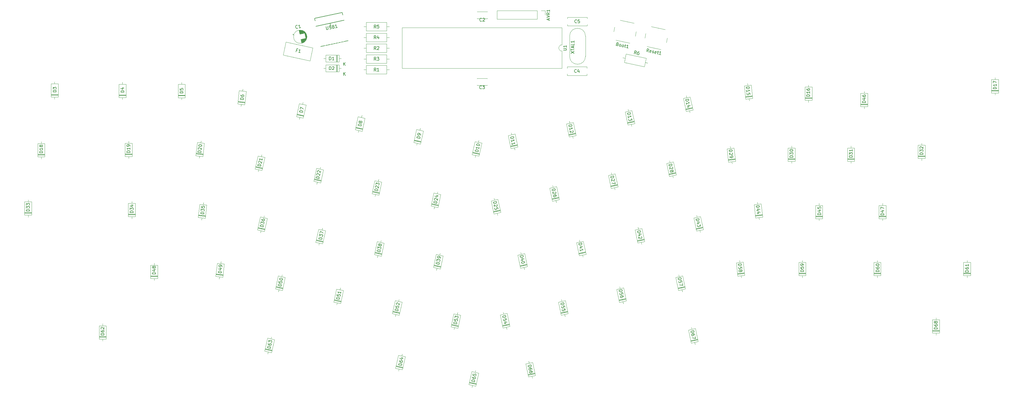
<source format=gto>
G04 #@! TF.GenerationSoftware,KiCad,Pcbnew,5.1.6-c6e7f7d~87~ubuntu18.04.1*
G04 #@! TF.CreationDate,2020-08-10T19:05:23+02:00*
G04 #@! TF.ProjectId,sesame,73657361-6d65-42e6-9b69-6361645f7063,rev?*
G04 #@! TF.SameCoordinates,Original*
G04 #@! TF.FileFunction,Legend,Top*
G04 #@! TF.FilePolarity,Positive*
%FSLAX46Y46*%
G04 Gerber Fmt 4.6, Leading zero omitted, Abs format (unit mm)*
G04 Created by KiCad (PCBNEW 5.1.6-c6e7f7d~87~ubuntu18.04.1) date 2020-08-10 19:05:23*
%MOMM*%
%LPD*%
G01*
G04 APERTURE LIST*
%ADD10C,0.120000*%
%ADD11C,0.150000*%
%ADD12C,3.100000*%
%ADD13C,1.300000*%
%ADD14C,0.350000*%
%ADD15C,4.087800*%
%ADD16C,1.850000*%
%ADD17O,1.800000X1.800000*%
%ADD18R,1.800000X1.800000*%
%ADD19C,3.148000*%
%ADD20O,1.700000X1.700000*%
%ADD21R,1.700000X1.700000*%
%ADD22C,1.600000*%
%ADD23C,2.100000*%
%ADD24C,1.700000*%
G04 APERTURE END LIST*
D10*
G04 #@! TO.C,C1*
X148723503Y-72887386D02*
X148806668Y-73278645D01*
X148569456Y-73124598D02*
X148960715Y-73041433D01*
X152996709Y-73026987D02*
X153150563Y-73750817D01*
X152922861Y-72871953D02*
X153146159Y-73922484D01*
X152857331Y-72756045D02*
X153133437Y-74055025D01*
X152796582Y-72662634D02*
X153115934Y-74165069D01*
X152738536Y-72581939D02*
X153095728Y-74262397D01*
X152682569Y-72511026D02*
X153073443Y-74349943D01*
X152628266Y-72447937D02*
X153049495Y-74429664D01*
X152575210Y-72390718D02*
X153024299Y-74503517D01*
X152523193Y-72338389D02*
X152998064Y-74572478D01*
X152472009Y-72289973D02*
X152970997Y-74637527D01*
X152421656Y-72245470D02*
X152943098Y-74698664D01*
X152372134Y-72204879D02*
X152914368Y-74755888D01*
X152323236Y-72167222D02*
X152885014Y-74810177D01*
X152739645Y-74318660D02*
X152855244Y-74862510D01*
X152274754Y-72131522D02*
X152390353Y-72675372D01*
X152700519Y-74326977D02*
X152824850Y-74911909D01*
X152226896Y-72098756D02*
X152351227Y-72683689D01*
X152661393Y-74335293D02*
X152794041Y-74959351D01*
X152179454Y-72067947D02*
X152312101Y-72692005D01*
X152622267Y-74343609D02*
X152762816Y-75004837D01*
X152132427Y-72039094D02*
X152272976Y-72700322D01*
X152583141Y-74351926D02*
X152731174Y-75048367D01*
X152085817Y-72012197D02*
X152233850Y-72708638D01*
X152544015Y-74360242D02*
X152699325Y-75090919D01*
X152039414Y-71986278D02*
X152194724Y-72716954D01*
X152504890Y-74368559D02*
X152666853Y-75130536D01*
X151993635Y-71963294D02*
X152155598Y-72725271D01*
X152465764Y-74376875D02*
X152634172Y-75169175D01*
X151948063Y-71941288D02*
X152116472Y-72733587D01*
X152426638Y-74385192D02*
X152601284Y-75206836D01*
X151902700Y-71920260D02*
X152077346Y-72741904D01*
X152387512Y-74393508D02*
X152567979Y-75242540D01*
X151857753Y-71901188D02*
X152038220Y-72750220D01*
X152348386Y-74401825D02*
X152534467Y-75277267D01*
X151813013Y-71883095D02*
X151999094Y-72758537D01*
X152309260Y-74410141D02*
X152500539Y-75310037D01*
X151768690Y-71866957D02*
X151959968Y-72766853D01*
X152270134Y-74418458D02*
X152466611Y-75342807D01*
X151724366Y-71850820D02*
X151920842Y-72775170D01*
X152231008Y-74426774D02*
X152432267Y-75373621D01*
X151680458Y-71836639D02*
X151881717Y-72783486D01*
X152191882Y-74435091D02*
X152397715Y-75403457D01*
X151636758Y-71823437D02*
X151842591Y-72791803D01*
X152152756Y-74443407D02*
X152362955Y-75432314D01*
X151593266Y-71811212D02*
X151803465Y-72800119D01*
X152113630Y-74451724D02*
X152327780Y-75459216D01*
X151550190Y-71800944D02*
X151764339Y-72808436D01*
X152074505Y-74460040D02*
X152292604Y-75486117D01*
X151507114Y-71790675D02*
X151725213Y-72816752D01*
X152035379Y-74468356D02*
X152257220Y-75512040D01*
X151464245Y-71781385D02*
X151686087Y-72825069D01*
X151996253Y-74476673D02*
X152221629Y-75536985D01*
X151421585Y-71773073D02*
X151646961Y-72833385D01*
X151957127Y-74484989D02*
X152185830Y-75560952D01*
X151379132Y-71765739D02*
X151607835Y-72841701D01*
X151918001Y-74493306D02*
X152149615Y-75582962D01*
X151337096Y-71760361D02*
X151568709Y-72850018D01*
X151877897Y-74501830D02*
X152112421Y-75605181D01*
X151294081Y-71755192D02*
X151528605Y-72858542D01*
X151838771Y-74510147D02*
X152076206Y-75627191D01*
X151252044Y-71749814D02*
X151489479Y-72866859D01*
X151799645Y-74518463D02*
X152039575Y-75647246D01*
X151210423Y-71746393D02*
X151450353Y-72875175D01*
X151760519Y-74526780D02*
X152002736Y-75666322D01*
X151169010Y-71743950D02*
X151411228Y-72883492D01*
X151721393Y-74535096D02*
X151965897Y-75685398D01*
X151127597Y-71741507D02*
X151372102Y-72891808D01*
X151682267Y-74543413D02*
X151928643Y-75702518D01*
X151086600Y-71741020D02*
X151332976Y-72900125D01*
X151643141Y-74551729D02*
X151891388Y-75719637D01*
X151045603Y-71740533D02*
X151293850Y-72908441D01*
X151604016Y-74560046D02*
X151853925Y-75735779D01*
X151004814Y-71741024D02*
X151254724Y-72916758D01*
X151564890Y-74568362D02*
X151816463Y-75751921D01*
X150964025Y-71741515D02*
X151215598Y-72925074D01*
X151525764Y-74576678D02*
X151778584Y-75766106D01*
X150923651Y-71743963D02*
X151176472Y-72933391D01*
X151486638Y-74584995D02*
X151740706Y-75780291D01*
X150883278Y-71746411D02*
X151137346Y-72941707D01*
X151447512Y-74593311D02*
X151702620Y-75793499D01*
X150843113Y-71749836D02*
X151098220Y-72950023D01*
X151408386Y-74601628D02*
X151664325Y-75805728D01*
X150803155Y-71754240D02*
X151059094Y-72958340D01*
X151369260Y-74609944D02*
X151625823Y-75816978D01*
X150763405Y-71759622D02*
X151019968Y-72966656D01*
X151330134Y-74618261D02*
X151587321Y-75828229D01*
X150723656Y-71765004D02*
X150980843Y-72974973D01*
X150684114Y-71771364D02*
X150941717Y-72983289D01*
X151291008Y-74626577D02*
X151548611Y-75838502D01*
X150644780Y-71778703D02*
X150902591Y-72991606D01*
X151251882Y-74634894D02*
X151509693Y-75847797D01*
X150605654Y-71787019D02*
X150863465Y-72999922D01*
X151212757Y-74643210D02*
X151470567Y-75856113D01*
X153158111Y-73821566D02*
G75*
G03*
X153158111Y-73821566I-2120000J0D01*
G01*
G04 #@! TO.C,AVR1*
X213681000Y-65535500D02*
X213681000Y-68195500D01*
X226441000Y-65535500D02*
X213681000Y-65535500D01*
X226441000Y-68195500D02*
X213681000Y-68195500D01*
X226441000Y-65535500D02*
X226441000Y-68195500D01*
X227711000Y-65535500D02*
X229041000Y-65535500D01*
X229041000Y-65535500D02*
X229041000Y-66865500D01*
G04 #@! TO.C,D60*
X333652000Y-149948000D02*
X335892000Y-149948000D01*
X335892000Y-149948000D02*
X335892000Y-145708000D01*
X335892000Y-145708000D02*
X333652000Y-145708000D01*
X333652000Y-145708000D02*
X333652000Y-149948000D01*
X334772000Y-150598000D02*
X334772000Y-149948000D01*
X334772000Y-145058000D02*
X334772000Y-145708000D01*
X333652000Y-149228000D02*
X335892000Y-149228000D01*
X333652000Y-149108000D02*
X335892000Y-149108000D01*
X333652000Y-149348000D02*
X335892000Y-149348000D01*
G04 #@! TO.C,U1*
X234375000Y-76406500D02*
X234375000Y-70946500D01*
X234375000Y-70946500D02*
X183455000Y-70946500D01*
X183455000Y-70946500D02*
X183455000Y-83866500D01*
X183455000Y-83866500D02*
X234375000Y-83866500D01*
X234375000Y-83866500D02*
X234375000Y-78406500D01*
X234375000Y-78406500D02*
G75*
G02*
X234375000Y-76406500I0J1000000D01*
G01*
G04 #@! TO.C,XTAL1*
X241856500Y-73662000D02*
X241856500Y-80062000D01*
X236806500Y-73662000D02*
X236806500Y-80062000D01*
X236806500Y-80062000D02*
G75*
G03*
X241856500Y-80062000I2525000J0D01*
G01*
X236806500Y-73662000D02*
G75*
G02*
X241856500Y-73662000I2525000J0D01*
G01*
D11*
G04 #@! TO.C,USB1*
X165051933Y-68570908D02*
X156004067Y-70494092D01*
X166289902Y-75116558D02*
X157535481Y-76977368D01*
X155782053Y-68752186D02*
X155628931Y-68007754D01*
X164383352Y-66146945D02*
X155628931Y-68007754D01*
X164383352Y-66146945D02*
X164546256Y-66889297D01*
X160528000Y-69532500D02*
X160792048Y-70774747D01*
D10*
G04 #@! TO.C,Reset1*
X261454633Y-76961723D02*
X265856298Y-77897326D01*
X261063596Y-72789243D02*
X260751728Y-74256465D01*
X267207723Y-71539367D02*
X262806059Y-70603764D01*
X267598761Y-75711847D02*
X267910629Y-74244625D01*
G04 #@! TO.C,R6*
X254785286Y-79300258D02*
X254215608Y-81980382D01*
X254215608Y-81980382D02*
X260612693Y-83340125D01*
X260612693Y-83340125D02*
X261182371Y-80660000D01*
X261182371Y-80660000D02*
X254785286Y-79300258D01*
X253747274Y-80480228D02*
X254500447Y-80640320D01*
X261650706Y-82160155D02*
X260897532Y-82000063D01*
G04 #@! TO.C,R5*
X172053500Y-69242000D02*
X172053500Y-71982000D01*
X172053500Y-71982000D02*
X178593500Y-71982000D01*
X178593500Y-71982000D02*
X178593500Y-69242000D01*
X178593500Y-69242000D02*
X172053500Y-69242000D01*
X171283500Y-70612000D02*
X172053500Y-70612000D01*
X179363500Y-70612000D02*
X178593500Y-70612000D01*
G04 #@! TO.C,R4*
X172053500Y-72671000D02*
X172053500Y-75411000D01*
X172053500Y-75411000D02*
X178593500Y-75411000D01*
X178593500Y-75411000D02*
X178593500Y-72671000D01*
X178593500Y-72671000D02*
X172053500Y-72671000D01*
X171283500Y-74041000D02*
X172053500Y-74041000D01*
X179363500Y-74041000D02*
X178593500Y-74041000D01*
G04 #@! TO.C,R3*
X172053500Y-79529000D02*
X172053500Y-82269000D01*
X172053500Y-82269000D02*
X178593500Y-82269000D01*
X178593500Y-82269000D02*
X178593500Y-79529000D01*
X178593500Y-79529000D02*
X172053500Y-79529000D01*
X171283500Y-80899000D02*
X172053500Y-80899000D01*
X179363500Y-80899000D02*
X178593500Y-80899000D01*
G04 #@! TO.C,R2*
X172053500Y-76100000D02*
X172053500Y-78840000D01*
X172053500Y-78840000D02*
X178593500Y-78840000D01*
X178593500Y-78840000D02*
X178593500Y-76100000D01*
X178593500Y-76100000D02*
X172053500Y-76100000D01*
X171283500Y-77470000D02*
X172053500Y-77470000D01*
X179363500Y-77470000D02*
X178593500Y-77470000D01*
G04 #@! TO.C,R1*
X172053500Y-82958000D02*
X172053500Y-85698000D01*
X172053500Y-85698000D02*
X178593500Y-85698000D01*
X178593500Y-85698000D02*
X178593500Y-82958000D01*
X178593500Y-82958000D02*
X172053500Y-82958000D01*
X171283500Y-84328000D02*
X172053500Y-84328000D01*
X179363500Y-84328000D02*
X178593500Y-84328000D01*
G04 #@! TO.C,F1*
X146478763Y-75523849D02*
X155027773Y-77340997D01*
X146478763Y-75523849D02*
X145597217Y-79671195D01*
X154146227Y-81488343D02*
X155027773Y-77340997D01*
X154146227Y-81488343D02*
X145597217Y-79671195D01*
G04 #@! TO.C,D68*
X352321000Y-168236000D02*
X354561000Y-168236000D01*
X354561000Y-168236000D02*
X354561000Y-163996000D01*
X354561000Y-163996000D02*
X352321000Y-163996000D01*
X352321000Y-163996000D02*
X352321000Y-168236000D01*
X353441000Y-168886000D02*
X353441000Y-168236000D01*
X353441000Y-163346000D02*
X353441000Y-163996000D01*
X352321000Y-167516000D02*
X354561000Y-167516000D01*
X352321000Y-167396000D02*
X354561000Y-167396000D01*
X352321000Y-167636000D02*
X354561000Y-167636000D01*
G04 #@! TO.C,D67*
X275540104Y-171426792D02*
X277731155Y-170961069D01*
X277731155Y-170961069D02*
X276849609Y-166813724D01*
X276849609Y-166813724D02*
X274658558Y-167279446D01*
X274658558Y-167279446D02*
X275540104Y-171426792D01*
X276770772Y-171829726D02*
X276635629Y-171193931D01*
X275618941Y-166410789D02*
X275754084Y-167046585D01*
X275390408Y-170722525D02*
X277581458Y-170256803D01*
X275365458Y-170605148D02*
X277556509Y-170139425D01*
X275415357Y-170839903D02*
X277606408Y-170374181D01*
G04 #@! TO.C,D66*
X223724104Y-182221792D02*
X225915155Y-181756069D01*
X225915155Y-181756069D02*
X225033609Y-177608724D01*
X225033609Y-177608724D02*
X222842558Y-178074446D01*
X222842558Y-178074446D02*
X223724104Y-182221792D01*
X224954772Y-182624726D02*
X224819629Y-181988931D01*
X223802941Y-177205789D02*
X223938084Y-177841585D01*
X223574408Y-181517525D02*
X225765458Y-181051803D01*
X223549458Y-181400148D02*
X225740509Y-180934425D01*
X223599357Y-181634903D02*
X225790408Y-181169181D01*
G04 #@! TO.C,D65*
X204741845Y-184677069D02*
X206932896Y-185142792D01*
X206932896Y-185142792D02*
X207814442Y-180995446D01*
X207814442Y-180995446D02*
X205623391Y-180529724D01*
X205623391Y-180529724D02*
X204741845Y-184677069D01*
X205702228Y-185545726D02*
X205837371Y-184909931D01*
X206854059Y-180126789D02*
X206718916Y-180762585D01*
X204891542Y-183972803D02*
X207082592Y-184438525D01*
X204916491Y-183855425D02*
X207107542Y-184321148D01*
X204866592Y-184090181D02*
X207057643Y-184555903D01*
G04 #@! TO.C,D64*
X181373845Y-179470069D02*
X183564896Y-179935792D01*
X183564896Y-179935792D02*
X184446442Y-175788446D01*
X184446442Y-175788446D02*
X182255391Y-175322724D01*
X182255391Y-175322724D02*
X181373845Y-179470069D01*
X182334228Y-180338726D02*
X182469371Y-179702931D01*
X183486059Y-174919789D02*
X183350916Y-175555585D01*
X181523542Y-178765803D02*
X183714592Y-179231525D01*
X181548491Y-178648425D02*
X183739542Y-179114148D01*
X181498592Y-178883181D02*
X183689643Y-179348903D01*
G04 #@! TO.C,D63*
X139717845Y-174009069D02*
X141908896Y-174474792D01*
X141908896Y-174474792D02*
X142790442Y-170327446D01*
X142790442Y-170327446D02*
X140599391Y-169861724D01*
X140599391Y-169861724D02*
X139717845Y-174009069D01*
X140678228Y-174877726D02*
X140813371Y-174241931D01*
X141830059Y-169458789D02*
X141694916Y-170094585D01*
X139867542Y-173304803D02*
X142058592Y-173770525D01*
X139892491Y-173187425D02*
X142083542Y-173653148D01*
X139842592Y-173422181D02*
X142033643Y-173887903D01*
G04 #@! TO.C,D62*
X87018000Y-170141000D02*
X89258000Y-170141000D01*
X89258000Y-170141000D02*
X89258000Y-165901000D01*
X89258000Y-165901000D02*
X87018000Y-165901000D01*
X87018000Y-165901000D02*
X87018000Y-170141000D01*
X88138000Y-170791000D02*
X88138000Y-170141000D01*
X88138000Y-165251000D02*
X88138000Y-165901000D01*
X87018000Y-169421000D02*
X89258000Y-169421000D01*
X87018000Y-169301000D02*
X89258000Y-169301000D01*
X87018000Y-169541000D02*
X89258000Y-169541000D01*
G04 #@! TO.C,D61*
X362227000Y-149948000D02*
X364467000Y-149948000D01*
X364467000Y-149948000D02*
X364467000Y-145708000D01*
X364467000Y-145708000D02*
X362227000Y-145708000D01*
X362227000Y-145708000D02*
X362227000Y-149948000D01*
X363347000Y-150598000D02*
X363347000Y-149948000D01*
X363347000Y-145058000D02*
X363347000Y-145708000D01*
X362227000Y-149228000D02*
X364467000Y-149228000D01*
X362227000Y-149108000D02*
X364467000Y-149108000D01*
X362227000Y-149348000D02*
X364467000Y-149348000D01*
G04 #@! TO.C,D59*
X309776000Y-149948000D02*
X312016000Y-149948000D01*
X312016000Y-149948000D02*
X312016000Y-145708000D01*
X312016000Y-145708000D02*
X309776000Y-145708000D01*
X309776000Y-145708000D02*
X309776000Y-149948000D01*
X310896000Y-150598000D02*
X310896000Y-149948000D01*
X310896000Y-145058000D02*
X310896000Y-145708000D01*
X309776000Y-149228000D02*
X312016000Y-149228000D01*
X309776000Y-149108000D02*
X312016000Y-149108000D01*
X309776000Y-149348000D02*
X312016000Y-149348000D01*
G04 #@! TO.C,D58*
X290301482Y-150074330D02*
X292529211Y-149840186D01*
X292529211Y-149840186D02*
X292086011Y-145623413D01*
X292086011Y-145623413D02*
X289858282Y-145857557D01*
X289858282Y-145857557D02*
X290301482Y-150074330D01*
X291483290Y-150603697D02*
X291415347Y-149957258D01*
X290904203Y-145094046D02*
X290972146Y-145740485D01*
X290226222Y-149358274D02*
X292453951Y-149124130D01*
X290213678Y-149238931D02*
X292441408Y-149004788D01*
X290238765Y-149477617D02*
X292466494Y-149243473D01*
G04 #@! TO.C,D57*
X271476104Y-154662792D02*
X273667155Y-154197069D01*
X273667155Y-154197069D02*
X272785609Y-150049724D01*
X272785609Y-150049724D02*
X270594558Y-150515446D01*
X270594558Y-150515446D02*
X271476104Y-154662792D01*
X272706772Y-155065726D02*
X272571629Y-154429931D01*
X271554941Y-149646789D02*
X271690084Y-150282585D01*
X271326408Y-153958525D02*
X273517458Y-153492803D01*
X271301458Y-153841148D02*
X273492509Y-153375425D01*
X271351357Y-154075903D02*
X273542408Y-153610181D01*
G04 #@! TO.C,D56*
X252680104Y-158472792D02*
X254871155Y-158007069D01*
X254871155Y-158007069D02*
X253989609Y-153859724D01*
X253989609Y-153859724D02*
X251798558Y-154325446D01*
X251798558Y-154325446D02*
X252680104Y-158472792D01*
X253910772Y-158875726D02*
X253775629Y-158239931D01*
X252758941Y-153456789D02*
X252894084Y-154092585D01*
X252530408Y-157768525D02*
X254721458Y-157302803D01*
X252505458Y-157651148D02*
X254696509Y-157185425D01*
X252555357Y-157885903D02*
X254746408Y-157420181D01*
G04 #@! TO.C,D55*
X234138104Y-162536792D02*
X236329155Y-162071069D01*
X236329155Y-162071069D02*
X235447609Y-157923724D01*
X235447609Y-157923724D02*
X233256558Y-158389446D01*
X233256558Y-158389446D02*
X234138104Y-162536792D01*
X235368772Y-162939726D02*
X235233629Y-162303931D01*
X234216941Y-157520789D02*
X234352084Y-158156585D01*
X233988408Y-161832525D02*
X236179458Y-161366803D01*
X233963458Y-161715148D02*
X236154509Y-161249425D01*
X234013357Y-161949903D02*
X236204408Y-161484181D01*
G04 #@! TO.C,D54*
X215596104Y-166600792D02*
X217787155Y-166135069D01*
X217787155Y-166135069D02*
X216905609Y-161987724D01*
X216905609Y-161987724D02*
X214714558Y-162453446D01*
X214714558Y-162453446D02*
X215596104Y-166600792D01*
X216826772Y-167003726D02*
X216691629Y-166367931D01*
X215674941Y-161584789D02*
X215810084Y-162220585D01*
X215446408Y-165896525D02*
X217637458Y-165430803D01*
X215421458Y-165779148D02*
X217612509Y-165313425D01*
X215471357Y-166013903D02*
X217662408Y-165548181D01*
G04 #@! TO.C,D53*
X199026845Y-166262069D02*
X201217896Y-166727792D01*
X201217896Y-166727792D02*
X202099442Y-162580446D01*
X202099442Y-162580446D02*
X199908391Y-162114724D01*
X199908391Y-162114724D02*
X199026845Y-166262069D01*
X199987228Y-167130726D02*
X200122371Y-166494931D01*
X201139059Y-161711789D02*
X201003916Y-162347585D01*
X199176542Y-165557803D02*
X201367592Y-166023525D01*
X199201491Y-165440425D02*
X201392542Y-165906148D01*
X199151592Y-165675181D02*
X201342643Y-166140903D01*
G04 #@! TO.C,D52*
X180357845Y-162071069D02*
X182548896Y-162536792D01*
X182548896Y-162536792D02*
X183430442Y-158389446D01*
X183430442Y-158389446D02*
X181239391Y-157923724D01*
X181239391Y-157923724D02*
X180357845Y-162071069D01*
X181318228Y-162939726D02*
X181453371Y-162303931D01*
X182470059Y-157520789D02*
X182334916Y-158156585D01*
X180507542Y-161366803D02*
X182698592Y-161832525D01*
X180532491Y-161249425D02*
X182723542Y-161715148D01*
X180482592Y-161484181D02*
X182673643Y-161949903D01*
G04 #@! TO.C,D51*
X161688845Y-158388069D02*
X163879896Y-158853792D01*
X163879896Y-158853792D02*
X164761442Y-154706446D01*
X164761442Y-154706446D02*
X162570391Y-154240724D01*
X162570391Y-154240724D02*
X161688845Y-158388069D01*
X162649228Y-159256726D02*
X162784371Y-158620931D01*
X163801059Y-153837789D02*
X163665916Y-154473585D01*
X161838542Y-157683803D02*
X164029592Y-158149525D01*
X161863491Y-157566425D02*
X164054542Y-158032148D01*
X161813592Y-157801181D02*
X164004643Y-158266903D01*
G04 #@! TO.C,D50*
X143146845Y-154197069D02*
X145337896Y-154662792D01*
X145337896Y-154662792D02*
X146219442Y-150515446D01*
X146219442Y-150515446D02*
X144028391Y-150049724D01*
X144028391Y-150049724D02*
X143146845Y-154197069D01*
X144107228Y-155065726D02*
X144242371Y-154429931D01*
X145259059Y-149646789D02*
X145123916Y-150282585D01*
X143296542Y-153492803D02*
X145487592Y-153958525D01*
X143321491Y-153375425D02*
X145512542Y-153841148D01*
X143271592Y-153610181D02*
X145462643Y-154075903D01*
G04 #@! TO.C,D49*
X124157789Y-150221186D02*
X126385518Y-150455330D01*
X126385518Y-150455330D02*
X126828718Y-146238557D01*
X126828718Y-146238557D02*
X124600989Y-146004413D01*
X124600989Y-146004413D02*
X124157789Y-150221186D01*
X125203710Y-150984697D02*
X125271653Y-150338258D01*
X125782797Y-145475046D02*
X125714854Y-146121485D01*
X124233049Y-149505130D02*
X126460778Y-149739274D01*
X124245592Y-149385788D02*
X126473322Y-149619931D01*
X124220506Y-149624473D02*
X126448235Y-149858617D01*
G04 #@! TO.C,D48*
X103401000Y-150837000D02*
X105641000Y-150837000D01*
X105641000Y-150837000D02*
X105641000Y-146597000D01*
X105641000Y-146597000D02*
X103401000Y-146597000D01*
X103401000Y-146597000D02*
X103401000Y-150837000D01*
X104521000Y-151487000D02*
X104521000Y-150837000D01*
X104521000Y-145947000D02*
X104521000Y-146597000D01*
X103401000Y-150117000D02*
X105641000Y-150117000D01*
X103401000Y-149997000D02*
X105641000Y-149997000D01*
X103401000Y-150237000D02*
X105641000Y-150237000D01*
G04 #@! TO.C,D47*
X335303000Y-131787000D02*
X337543000Y-131787000D01*
X337543000Y-131787000D02*
X337543000Y-127547000D01*
X337543000Y-127547000D02*
X335303000Y-127547000D01*
X335303000Y-127547000D02*
X335303000Y-131787000D01*
X336423000Y-132437000D02*
X336423000Y-131787000D01*
X336423000Y-126897000D02*
X336423000Y-127547000D01*
X335303000Y-131067000D02*
X337543000Y-131067000D01*
X335303000Y-130947000D02*
X337543000Y-130947000D01*
X335303000Y-131187000D02*
X337543000Y-131187000D01*
G04 #@! TO.C,D45*
X315110000Y-131787000D02*
X317350000Y-131787000D01*
X317350000Y-131787000D02*
X317350000Y-127547000D01*
X317350000Y-127547000D02*
X315110000Y-127547000D01*
X315110000Y-127547000D02*
X315110000Y-131787000D01*
X316230000Y-132437000D02*
X316230000Y-131787000D01*
X316230000Y-126897000D02*
X316230000Y-127547000D01*
X315110000Y-131067000D02*
X317350000Y-131067000D01*
X315110000Y-130947000D02*
X317350000Y-130947000D01*
X315110000Y-131187000D02*
X317350000Y-131187000D01*
G04 #@! TO.C,D44*
X296016482Y-131532330D02*
X298244211Y-131298186D01*
X298244211Y-131298186D02*
X297801011Y-127081413D01*
X297801011Y-127081413D02*
X295573282Y-127315557D01*
X295573282Y-127315557D02*
X296016482Y-131532330D01*
X297198290Y-132061697D02*
X297130347Y-131415258D01*
X296619203Y-126552046D02*
X296687146Y-127198485D01*
X295941222Y-130816274D02*
X298168951Y-130582130D01*
X295928678Y-130696931D02*
X298156408Y-130462788D01*
X295953765Y-130935617D02*
X298181494Y-130701473D01*
G04 #@! TO.C,D43*
X277191104Y-135739792D02*
X279382155Y-135274069D01*
X279382155Y-135274069D02*
X278500609Y-131126724D01*
X278500609Y-131126724D02*
X276309558Y-131592446D01*
X276309558Y-131592446D02*
X277191104Y-135739792D01*
X278421772Y-136142726D02*
X278286629Y-135506931D01*
X277269941Y-130723789D02*
X277405084Y-131359585D01*
X277041408Y-135035525D02*
X279232458Y-134569803D01*
X277016458Y-134918148D02*
X279207509Y-134452425D01*
X277066357Y-135152903D02*
X279257408Y-134687181D01*
G04 #@! TO.C,D42*
X258522104Y-139549792D02*
X260713155Y-139084069D01*
X260713155Y-139084069D02*
X259831609Y-134936724D01*
X259831609Y-134936724D02*
X257640558Y-135402446D01*
X257640558Y-135402446D02*
X258522104Y-139549792D01*
X259752772Y-139952726D02*
X259617629Y-139316931D01*
X258600941Y-134533789D02*
X258736084Y-135169585D01*
X258372408Y-138845525D02*
X260563458Y-138379803D01*
X258347458Y-138728148D02*
X260538509Y-138262425D01*
X258397357Y-138962903D02*
X260588408Y-138497181D01*
G04 #@! TO.C,D41*
X239853104Y-143613792D02*
X242044155Y-143148069D01*
X242044155Y-143148069D02*
X241162609Y-139000724D01*
X241162609Y-139000724D02*
X238971558Y-139466446D01*
X238971558Y-139466446D02*
X239853104Y-143613792D01*
X241083772Y-144016726D02*
X240948629Y-143380931D01*
X239931941Y-138597789D02*
X240067084Y-139233585D01*
X239703408Y-142909525D02*
X241894458Y-142443803D01*
X239678458Y-142792148D02*
X241869509Y-142326425D01*
X239728357Y-143026903D02*
X241919408Y-142561181D01*
G04 #@! TO.C,D40*
X221184104Y-147550792D02*
X223375155Y-147085069D01*
X223375155Y-147085069D02*
X222493609Y-142937724D01*
X222493609Y-142937724D02*
X220302558Y-143403446D01*
X220302558Y-143403446D02*
X221184104Y-147550792D01*
X222414772Y-147953726D02*
X222279629Y-147317931D01*
X221262941Y-142534789D02*
X221398084Y-143170585D01*
X221034408Y-146846525D02*
X223225458Y-146380803D01*
X221009458Y-146729148D02*
X223200509Y-146263425D01*
X221059357Y-146963903D02*
X223250408Y-146498181D01*
G04 #@! TO.C,D39*
X193438845Y-147339069D02*
X195629896Y-147804792D01*
X195629896Y-147804792D02*
X196511442Y-143657446D01*
X196511442Y-143657446D02*
X194320391Y-143191724D01*
X194320391Y-143191724D02*
X193438845Y-147339069D01*
X194399228Y-148207726D02*
X194534371Y-147571931D01*
X195551059Y-142788789D02*
X195415916Y-143424585D01*
X193588542Y-146634803D02*
X195779592Y-147100525D01*
X193613491Y-146517425D02*
X195804542Y-146983148D01*
X193563592Y-146752181D02*
X195754643Y-147217903D01*
G04 #@! TO.C,D38*
X174642845Y-143275069D02*
X176833896Y-143740792D01*
X176833896Y-143740792D02*
X177715442Y-139593446D01*
X177715442Y-139593446D02*
X175524391Y-139127724D01*
X175524391Y-139127724D02*
X174642845Y-143275069D01*
X175603228Y-144143726D02*
X175738371Y-143507931D01*
X176755059Y-138724789D02*
X176619916Y-139360585D01*
X174792542Y-142570803D02*
X176983592Y-143036525D01*
X174817491Y-142453425D02*
X177008542Y-142919148D01*
X174767592Y-142688181D02*
X176958643Y-143153903D01*
G04 #@! TO.C,D37*
X155973845Y-139338069D02*
X158164896Y-139803792D01*
X158164896Y-139803792D02*
X159046442Y-135656446D01*
X159046442Y-135656446D02*
X156855391Y-135190724D01*
X156855391Y-135190724D02*
X155973845Y-139338069D01*
X156934228Y-140206726D02*
X157069371Y-139570931D01*
X158086059Y-134787789D02*
X157950916Y-135423585D01*
X156123542Y-138633803D02*
X158314592Y-139099525D01*
X156148491Y-138516425D02*
X158339542Y-138982148D01*
X156098592Y-138751181D02*
X158289643Y-139216903D01*
G04 #@! TO.C,D36*
X137431845Y-135401069D02*
X139622896Y-135866792D01*
X139622896Y-135866792D02*
X140504442Y-131719446D01*
X140504442Y-131719446D02*
X138313391Y-131253724D01*
X138313391Y-131253724D02*
X137431845Y-135401069D01*
X138392228Y-136269726D02*
X138527371Y-135633931D01*
X139544059Y-130850789D02*
X139408916Y-131486585D01*
X137581542Y-134696803D02*
X139772592Y-135162525D01*
X137606491Y-134579425D02*
X139797542Y-135045148D01*
X137556592Y-134814181D02*
X139747643Y-135279903D01*
G04 #@! TO.C,D35*
X118569789Y-131425186D02*
X120797518Y-131659330D01*
X120797518Y-131659330D02*
X121240718Y-127442557D01*
X121240718Y-127442557D02*
X119012989Y-127208413D01*
X119012989Y-127208413D02*
X118569789Y-131425186D01*
X119615710Y-132188697D02*
X119683653Y-131542258D01*
X120194797Y-126679046D02*
X120126854Y-127325485D01*
X118645049Y-130709130D02*
X120872778Y-130943274D01*
X118657592Y-130589788D02*
X120885322Y-130823931D01*
X118632506Y-130828473D02*
X120860235Y-131062617D01*
G04 #@! TO.C,D34*
X96289000Y-131152000D02*
X98529000Y-131152000D01*
X98529000Y-131152000D02*
X98529000Y-126912000D01*
X98529000Y-126912000D02*
X96289000Y-126912000D01*
X96289000Y-126912000D02*
X96289000Y-131152000D01*
X97409000Y-131802000D02*
X97409000Y-131152000D01*
X97409000Y-126262000D02*
X97409000Y-126912000D01*
X96289000Y-130432000D02*
X98529000Y-130432000D01*
X96289000Y-130312000D02*
X98529000Y-130312000D01*
X96289000Y-130552000D02*
X98529000Y-130552000D01*
G04 #@! TO.C,D33*
X63269000Y-130644000D02*
X65509000Y-130644000D01*
X65509000Y-130644000D02*
X65509000Y-126404000D01*
X65509000Y-126404000D02*
X63269000Y-126404000D01*
X63269000Y-126404000D02*
X63269000Y-130644000D01*
X64389000Y-131294000D02*
X64389000Y-130644000D01*
X64389000Y-125754000D02*
X64389000Y-126404000D01*
X63269000Y-129924000D02*
X65509000Y-129924000D01*
X63269000Y-129804000D02*
X65509000Y-129804000D01*
X63269000Y-130044000D02*
X65509000Y-130044000D01*
G04 #@! TO.C,D32*
X347749000Y-112610000D02*
X349989000Y-112610000D01*
X349989000Y-112610000D02*
X349989000Y-108370000D01*
X349989000Y-108370000D02*
X347749000Y-108370000D01*
X347749000Y-108370000D02*
X347749000Y-112610000D01*
X348869000Y-113260000D02*
X348869000Y-112610000D01*
X348869000Y-107720000D02*
X348869000Y-108370000D01*
X347749000Y-111890000D02*
X349989000Y-111890000D01*
X347749000Y-111770000D02*
X349989000Y-111770000D01*
X347749000Y-112010000D02*
X349989000Y-112010000D01*
G04 #@! TO.C,D31*
X325270000Y-113499000D02*
X327510000Y-113499000D01*
X327510000Y-113499000D02*
X327510000Y-109259000D01*
X327510000Y-109259000D02*
X325270000Y-109259000D01*
X325270000Y-109259000D02*
X325270000Y-113499000D01*
X326390000Y-114149000D02*
X326390000Y-113499000D01*
X326390000Y-108609000D02*
X326390000Y-109259000D01*
X325270000Y-112779000D02*
X327510000Y-112779000D01*
X325270000Y-112659000D02*
X327510000Y-112659000D01*
X325270000Y-112899000D02*
X327510000Y-112899000D01*
G04 #@! TO.C,D30*
X306347000Y-113499000D02*
X308587000Y-113499000D01*
X308587000Y-113499000D02*
X308587000Y-109259000D01*
X308587000Y-109259000D02*
X306347000Y-109259000D01*
X306347000Y-109259000D02*
X306347000Y-113499000D01*
X307467000Y-114149000D02*
X307467000Y-113499000D01*
X307467000Y-108609000D02*
X307467000Y-109259000D01*
X306347000Y-112779000D02*
X308587000Y-112779000D01*
X306347000Y-112659000D02*
X308587000Y-112659000D01*
X306347000Y-112899000D02*
X308587000Y-112899000D01*
G04 #@! TO.C,D29*
X287380482Y-113752330D02*
X289608211Y-113518186D01*
X289608211Y-113518186D02*
X289165011Y-109301413D01*
X289165011Y-109301413D02*
X286937282Y-109535557D01*
X286937282Y-109535557D02*
X287380482Y-113752330D01*
X288562290Y-114281697D02*
X288494347Y-113635258D01*
X287983203Y-108772046D02*
X288051146Y-109418485D01*
X287305222Y-113036274D02*
X289532951Y-112802130D01*
X287292678Y-112916931D02*
X289520408Y-112682788D01*
X287317765Y-113155617D02*
X289545494Y-112921473D01*
G04 #@! TO.C,D28*
X268555104Y-118340792D02*
X270746155Y-117875069D01*
X270746155Y-117875069D02*
X269864609Y-113727724D01*
X269864609Y-113727724D02*
X267673558Y-114193446D01*
X267673558Y-114193446D02*
X268555104Y-118340792D01*
X269785772Y-118743726D02*
X269650629Y-118107931D01*
X268633941Y-113324789D02*
X268769084Y-113960585D01*
X268405408Y-117636525D02*
X270596458Y-117170803D01*
X268380458Y-117519148D02*
X270571509Y-117053425D01*
X268430357Y-117753903D02*
X270621408Y-117288181D01*
G04 #@! TO.C,D27*
X250013104Y-122150792D02*
X252204155Y-121685069D01*
X252204155Y-121685069D02*
X251322609Y-117537724D01*
X251322609Y-117537724D02*
X249131558Y-118003446D01*
X249131558Y-118003446D02*
X250013104Y-122150792D01*
X251243772Y-122553726D02*
X251108629Y-121917931D01*
X250091941Y-117134789D02*
X250227084Y-117770585D01*
X249863408Y-121446525D02*
X252054458Y-120980803D01*
X249838458Y-121329148D02*
X252029509Y-120863425D01*
X249888357Y-121563903D02*
X252079408Y-121098181D01*
G04 #@! TO.C,D26*
X231344104Y-126214792D02*
X233535155Y-125749069D01*
X233535155Y-125749069D02*
X232653609Y-121601724D01*
X232653609Y-121601724D02*
X230462558Y-122067446D01*
X230462558Y-122067446D02*
X231344104Y-126214792D01*
X232574772Y-126617726D02*
X232439629Y-125981931D01*
X231422941Y-121198789D02*
X231558084Y-121834585D01*
X231194408Y-125510525D02*
X233385458Y-125044803D01*
X231169458Y-125393148D02*
X233360509Y-124927425D01*
X231219357Y-125627903D02*
X233410408Y-125162181D01*
G04 #@! TO.C,D25*
X212675104Y-130278792D02*
X214866155Y-129813069D01*
X214866155Y-129813069D02*
X213984609Y-125665724D01*
X213984609Y-125665724D02*
X211793558Y-126131446D01*
X211793558Y-126131446D02*
X212675104Y-130278792D01*
X213905772Y-130681726D02*
X213770629Y-130045931D01*
X212753941Y-125262789D02*
X212889084Y-125898585D01*
X212525408Y-129574525D02*
X214716458Y-129108803D01*
X212500458Y-129457148D02*
X214691509Y-128991425D01*
X212550357Y-129691903D02*
X214741408Y-129226181D01*
G04 #@! TO.C,D24*
X192676845Y-127781069D02*
X194867896Y-128246792D01*
X194867896Y-128246792D02*
X195749442Y-124099446D01*
X195749442Y-124099446D02*
X193558391Y-123633724D01*
X193558391Y-123633724D02*
X192676845Y-127781069D01*
X193637228Y-128649726D02*
X193772371Y-128013931D01*
X194789059Y-123230789D02*
X194653916Y-123866585D01*
X192826542Y-127076803D02*
X195017592Y-127542525D01*
X192851491Y-126959425D02*
X195042542Y-127425148D01*
X192801592Y-127194181D02*
X194992643Y-127659903D01*
G04 #@! TO.C,D23*
X173880845Y-123844069D02*
X176071896Y-124309792D01*
X176071896Y-124309792D02*
X176953442Y-120162446D01*
X176953442Y-120162446D02*
X174762391Y-119696724D01*
X174762391Y-119696724D02*
X173880845Y-123844069D01*
X174841228Y-124712726D02*
X174976371Y-124076931D01*
X175993059Y-119293789D02*
X175857916Y-119929585D01*
X174030542Y-123139803D02*
X176221592Y-123605525D01*
X174055491Y-123022425D02*
X176246542Y-123488148D01*
X174005592Y-123257181D02*
X176196643Y-123722903D01*
G04 #@! TO.C,D22*
X155338845Y-119907069D02*
X157529896Y-120372792D01*
X157529896Y-120372792D02*
X158411442Y-116225446D01*
X158411442Y-116225446D02*
X156220391Y-115759724D01*
X156220391Y-115759724D02*
X155338845Y-119907069D01*
X156299228Y-120775726D02*
X156434371Y-120139931D01*
X157451059Y-115356789D02*
X157315916Y-115992585D01*
X155488542Y-119202803D02*
X157679592Y-119668525D01*
X155513491Y-119085425D02*
X157704542Y-119551148D01*
X155463592Y-119320181D02*
X157654643Y-119785903D01*
G04 #@! TO.C,D21*
X136669845Y-115970069D02*
X138860896Y-116435792D01*
X138860896Y-116435792D02*
X139742442Y-112288446D01*
X139742442Y-112288446D02*
X137551391Y-111822724D01*
X137551391Y-111822724D02*
X136669845Y-115970069D01*
X137630228Y-116838726D02*
X137765371Y-116202931D01*
X138782059Y-111419789D02*
X138646916Y-112055585D01*
X136819542Y-115265803D02*
X139010592Y-115731525D01*
X136844491Y-115148425D02*
X139035542Y-115614148D01*
X136794592Y-115383181D02*
X138985643Y-115848903D01*
G04 #@! TO.C,D20*
X117807789Y-111740186D02*
X120035518Y-111974330D01*
X120035518Y-111974330D02*
X120478718Y-107757557D01*
X120478718Y-107757557D02*
X118250989Y-107523413D01*
X118250989Y-107523413D02*
X117807789Y-111740186D01*
X118853710Y-112503697D02*
X118921653Y-111857258D01*
X119432797Y-106994046D02*
X119364854Y-107640485D01*
X117883049Y-111024130D02*
X120110778Y-111258274D01*
X117895592Y-110904788D02*
X120123322Y-111138931D01*
X117870506Y-111143473D02*
X120098235Y-111377617D01*
G04 #@! TO.C,D19*
X95273000Y-111975000D02*
X97513000Y-111975000D01*
X97513000Y-111975000D02*
X97513000Y-107735000D01*
X97513000Y-107735000D02*
X95273000Y-107735000D01*
X95273000Y-107735000D02*
X95273000Y-111975000D01*
X96393000Y-112625000D02*
X96393000Y-111975000D01*
X96393000Y-107085000D02*
X96393000Y-107735000D01*
X95273000Y-111255000D02*
X97513000Y-111255000D01*
X95273000Y-111135000D02*
X97513000Y-111135000D01*
X95273000Y-111375000D02*
X97513000Y-111375000D01*
G04 #@! TO.C,D18*
X67460000Y-112102000D02*
X69700000Y-112102000D01*
X69700000Y-112102000D02*
X69700000Y-107862000D01*
X69700000Y-107862000D02*
X67460000Y-107862000D01*
X67460000Y-107862000D02*
X67460000Y-112102000D01*
X68580000Y-112752000D02*
X68580000Y-112102000D01*
X68580000Y-107212000D02*
X68580000Y-107862000D01*
X67460000Y-111382000D02*
X69700000Y-111382000D01*
X67460000Y-111262000D02*
X69700000Y-111262000D01*
X67460000Y-111502000D02*
X69700000Y-111502000D01*
G04 #@! TO.C,D17*
X371117000Y-91718500D02*
X373357000Y-91718500D01*
X373357000Y-91718500D02*
X373357000Y-87478500D01*
X373357000Y-87478500D02*
X371117000Y-87478500D01*
X371117000Y-87478500D02*
X371117000Y-91718500D01*
X372237000Y-92368500D02*
X372237000Y-91718500D01*
X372237000Y-86828500D02*
X372237000Y-87478500D01*
X371117000Y-90998500D02*
X373357000Y-90998500D01*
X371117000Y-90878500D02*
X373357000Y-90878500D01*
X371117000Y-91118500D02*
X373357000Y-91118500D01*
G04 #@! TO.C,D46*
X329461000Y-96100000D02*
X331701000Y-96100000D01*
X331701000Y-96100000D02*
X331701000Y-91860000D01*
X331701000Y-91860000D02*
X329461000Y-91860000D01*
X329461000Y-91860000D02*
X329461000Y-96100000D01*
X330581000Y-96750000D02*
X330581000Y-96100000D01*
X330581000Y-91210000D02*
X330581000Y-91860000D01*
X329461000Y-95380000D02*
X331701000Y-95380000D01*
X329461000Y-95260000D02*
X331701000Y-95260000D01*
X329461000Y-95500000D02*
X331701000Y-95500000D01*
G04 #@! TO.C,D16*
X311744500Y-94068000D02*
X313984500Y-94068000D01*
X313984500Y-94068000D02*
X313984500Y-89828000D01*
X313984500Y-89828000D02*
X311744500Y-89828000D01*
X311744500Y-89828000D02*
X311744500Y-94068000D01*
X312864500Y-94718000D02*
X312864500Y-94068000D01*
X312864500Y-89178000D02*
X312864500Y-89828000D01*
X311744500Y-93348000D02*
X313984500Y-93348000D01*
X311744500Y-93228000D02*
X313984500Y-93228000D01*
X311744500Y-93468000D02*
X313984500Y-93468000D01*
G04 #@! TO.C,D15*
X292841482Y-93686330D02*
X295069211Y-93452186D01*
X295069211Y-93452186D02*
X294626011Y-89235413D01*
X294626011Y-89235413D02*
X292398282Y-89469557D01*
X292398282Y-89469557D02*
X292841482Y-93686330D01*
X294023290Y-94215697D02*
X293955347Y-93569258D01*
X293444203Y-88706046D02*
X293512146Y-89352485D01*
X292766222Y-92970274D02*
X294993951Y-92736130D01*
X292753678Y-92850931D02*
X294981408Y-92616788D01*
X292778765Y-93089617D02*
X295006494Y-92855473D01*
G04 #@! TO.C,D14*
X273889104Y-97639792D02*
X276080155Y-97174069D01*
X276080155Y-97174069D02*
X275198609Y-93026724D01*
X275198609Y-93026724D02*
X273007558Y-93492446D01*
X273007558Y-93492446D02*
X273889104Y-97639792D01*
X275119772Y-98042726D02*
X274984629Y-97406931D01*
X273967941Y-92623789D02*
X274103084Y-93259585D01*
X273739408Y-96935525D02*
X275930458Y-96469803D01*
X273714458Y-96818148D02*
X275905509Y-96352425D01*
X273764357Y-97052903D02*
X275955408Y-96587181D01*
G04 #@! TO.C,D13*
X255347104Y-101957792D02*
X257538155Y-101492069D01*
X257538155Y-101492069D02*
X256656609Y-97344724D01*
X256656609Y-97344724D02*
X254465558Y-97810446D01*
X254465558Y-97810446D02*
X255347104Y-101957792D01*
X256577772Y-102360726D02*
X256442629Y-101724931D01*
X255425941Y-96941789D02*
X255561084Y-97577585D01*
X255197408Y-101253525D02*
X257388458Y-100787803D01*
X255172458Y-101136148D02*
X257363509Y-100670425D01*
X255222357Y-101370903D02*
X257413408Y-100905181D01*
G04 #@! TO.C,D12*
X236678104Y-105767792D02*
X238869155Y-105302069D01*
X238869155Y-105302069D02*
X237987609Y-101154724D01*
X237987609Y-101154724D02*
X235796558Y-101620446D01*
X235796558Y-101620446D02*
X236678104Y-105767792D01*
X237908772Y-106170726D02*
X237773629Y-105534931D01*
X236756941Y-100751789D02*
X236892084Y-101387585D01*
X236528408Y-105063525D02*
X238719458Y-104597803D01*
X236503458Y-104946148D02*
X238694509Y-104480425D01*
X236553357Y-105180903D02*
X238744408Y-104715181D01*
G04 #@! TO.C,D11*
X218136104Y-109450792D02*
X220327155Y-108985069D01*
X220327155Y-108985069D02*
X219445609Y-104837724D01*
X219445609Y-104837724D02*
X217254558Y-105303446D01*
X217254558Y-105303446D02*
X218136104Y-109450792D01*
X219366772Y-109853726D02*
X219231629Y-109217931D01*
X218214941Y-104434789D02*
X218350084Y-105070585D01*
X217986408Y-108746525D02*
X220177458Y-108280803D01*
X217961458Y-108629148D02*
X220152509Y-108163425D01*
X218011357Y-108863903D02*
X220202408Y-108398181D01*
G04 #@! TO.C,D10*
X205757845Y-111398069D02*
X207948896Y-111863792D01*
X207948896Y-111863792D02*
X208830442Y-107716446D01*
X208830442Y-107716446D02*
X206639391Y-107250724D01*
X206639391Y-107250724D02*
X205757845Y-111398069D01*
X206718228Y-112266726D02*
X206853371Y-111630931D01*
X207870059Y-106847789D02*
X207734916Y-107483585D01*
X205907542Y-110693803D02*
X208098592Y-111159525D01*
X205932491Y-110576425D02*
X208123542Y-111042148D01*
X205882592Y-110811181D02*
X208073643Y-111276903D01*
G04 #@! TO.C,D9*
X187152345Y-107524569D02*
X189343396Y-107990292D01*
X189343396Y-107990292D02*
X190224942Y-103842946D01*
X190224942Y-103842946D02*
X188033891Y-103377224D01*
X188033891Y-103377224D02*
X187152345Y-107524569D01*
X188112728Y-108393226D02*
X188247871Y-107757431D01*
X189264559Y-102974289D02*
X189129416Y-103610085D01*
X187302042Y-106820303D02*
X189493092Y-107286025D01*
X187326991Y-106702925D02*
X189518042Y-107168648D01*
X187277092Y-106937681D02*
X189468143Y-107403403D01*
G04 #@! TO.C,D8*
X168546845Y-103460569D02*
X170737896Y-103926292D01*
X170737896Y-103926292D02*
X171619442Y-99778946D01*
X171619442Y-99778946D02*
X169428391Y-99313224D01*
X169428391Y-99313224D02*
X168546845Y-103460569D01*
X169507228Y-104329226D02*
X169642371Y-103693431D01*
X170659059Y-98910289D02*
X170523916Y-99546085D01*
X168696542Y-102756303D02*
X170887592Y-103222025D01*
X168721491Y-102638925D02*
X170912542Y-103104648D01*
X168671592Y-102873681D02*
X170862643Y-103339403D01*
G04 #@! TO.C,D7*
X149814345Y-99269569D02*
X152005396Y-99735292D01*
X152005396Y-99735292D02*
X152886942Y-95587946D01*
X152886942Y-95587946D02*
X150695891Y-95122224D01*
X150695891Y-95122224D02*
X149814345Y-99269569D01*
X150774728Y-100138226D02*
X150909871Y-99502431D01*
X151926559Y-94719289D02*
X151791416Y-95355085D01*
X149964042Y-98565303D02*
X152155092Y-99031025D01*
X149988991Y-98447925D02*
X152180042Y-98913648D01*
X149939092Y-98682681D02*
X152130143Y-99148403D01*
G04 #@! TO.C,D6*
X131142789Y-95230186D02*
X133370518Y-95464330D01*
X133370518Y-95464330D02*
X133813718Y-91247557D01*
X133813718Y-91247557D02*
X131585989Y-91013413D01*
X131585989Y-91013413D02*
X131142789Y-95230186D01*
X132188710Y-95993697D02*
X132256653Y-95347258D01*
X132767797Y-90484046D02*
X132699854Y-91130485D01*
X131218049Y-94514130D02*
X133445778Y-94748274D01*
X131230592Y-94394788D02*
X133458322Y-94628931D01*
X131205506Y-94633473D02*
X133433235Y-94867617D01*
G04 #@! TO.C,D5*
X112164000Y-93242500D02*
X114404000Y-93242500D01*
X114404000Y-93242500D02*
X114404000Y-89002500D01*
X114404000Y-89002500D02*
X112164000Y-89002500D01*
X112164000Y-89002500D02*
X112164000Y-93242500D01*
X113284000Y-93892500D02*
X113284000Y-93242500D01*
X113284000Y-88352500D02*
X113284000Y-89002500D01*
X112164000Y-92522500D02*
X114404000Y-92522500D01*
X112164000Y-92402500D02*
X114404000Y-92402500D01*
X112164000Y-92642500D02*
X114404000Y-92642500D01*
G04 #@! TO.C,D4*
X93304500Y-93179000D02*
X95544500Y-93179000D01*
X95544500Y-93179000D02*
X95544500Y-88939000D01*
X95544500Y-88939000D02*
X93304500Y-88939000D01*
X93304500Y-88939000D02*
X93304500Y-93179000D01*
X94424500Y-93829000D02*
X94424500Y-93179000D01*
X94424500Y-88289000D02*
X94424500Y-88939000D01*
X93304500Y-92459000D02*
X95544500Y-92459000D01*
X93304500Y-92339000D02*
X95544500Y-92339000D01*
X93304500Y-92579000D02*
X95544500Y-92579000D01*
G04 #@! TO.C,D3*
X71714500Y-93052000D02*
X73954500Y-93052000D01*
X73954500Y-93052000D02*
X73954500Y-88812000D01*
X73954500Y-88812000D02*
X71714500Y-88812000D01*
X71714500Y-88812000D02*
X71714500Y-93052000D01*
X72834500Y-93702000D02*
X72834500Y-93052000D01*
X72834500Y-88162000D02*
X72834500Y-88812000D01*
X71714500Y-92332000D02*
X73954500Y-92332000D01*
X71714500Y-92212000D02*
X73954500Y-92212000D01*
X71714500Y-92452000D02*
X73954500Y-92452000D01*
G04 #@! TO.C,D2*
X163410000Y-85003500D02*
X163410000Y-82763500D01*
X163410000Y-82763500D02*
X159170000Y-82763500D01*
X159170000Y-82763500D02*
X159170000Y-85003500D01*
X159170000Y-85003500D02*
X163410000Y-85003500D01*
X164060000Y-83883500D02*
X163410000Y-83883500D01*
X158520000Y-83883500D02*
X159170000Y-83883500D01*
X162690000Y-85003500D02*
X162690000Y-82763500D01*
X162570000Y-85003500D02*
X162570000Y-82763500D01*
X162810000Y-85003500D02*
X162810000Y-82763500D01*
G04 #@! TO.C,D1*
X163410000Y-81892000D02*
X163410000Y-79652000D01*
X163410000Y-79652000D02*
X159170000Y-79652000D01*
X159170000Y-79652000D02*
X159170000Y-81892000D01*
X159170000Y-81892000D02*
X163410000Y-81892000D01*
X164060000Y-80772000D02*
X163410000Y-80772000D01*
X158520000Y-80772000D02*
X159170000Y-80772000D01*
X162690000Y-81892000D02*
X162690000Y-79652000D01*
X162570000Y-81892000D02*
X162570000Y-79652000D01*
X162810000Y-81892000D02*
X162810000Y-79652000D01*
G04 #@! TO.C,C5*
X242364500Y-70331000D02*
X236124500Y-70331000D01*
X242364500Y-67591000D02*
X236124500Y-67591000D01*
X242364500Y-70331000D02*
X242364500Y-69886000D01*
X242364500Y-68036000D02*
X242364500Y-67591000D01*
X236124500Y-70331000D02*
X236124500Y-69886000D01*
X236124500Y-68036000D02*
X236124500Y-67591000D01*
G04 #@! TO.C,C4*
X242301000Y-86142500D02*
X236061000Y-86142500D01*
X242301000Y-83402500D02*
X236061000Y-83402500D01*
X242301000Y-86142500D02*
X242301000Y-85697500D01*
X242301000Y-83847500D02*
X242301000Y-83402500D01*
X236061000Y-86142500D02*
X236061000Y-85697500D01*
X236061000Y-83847500D02*
X236061000Y-83402500D01*
G04 #@! TO.C,C3*
X207338500Y-87081500D02*
X210578500Y-87081500D01*
X207338500Y-89321500D02*
X210578500Y-89321500D01*
X207338500Y-87081500D02*
X207338500Y-87146500D01*
X207338500Y-89256500D02*
X207338500Y-89321500D01*
X210578500Y-87081500D02*
X210578500Y-87146500D01*
X210578500Y-89256500D02*
X210578500Y-89321500D01*
G04 #@! TO.C,C2*
X210618500Y-68049000D02*
X207378500Y-68049000D01*
X210618500Y-65809000D02*
X207378500Y-65809000D01*
X210618500Y-68049000D02*
X210618500Y-67984000D01*
X210618500Y-65874000D02*
X210618500Y-65809000D01*
X207378500Y-68049000D02*
X207378500Y-67984000D01*
X207378500Y-65874000D02*
X207378500Y-65809000D01*
G04 #@! TO.C,Boot1*
X251548633Y-74929723D02*
X255950298Y-75865326D01*
X251157596Y-70757243D02*
X250845728Y-72224465D01*
X257301723Y-69507367D02*
X252900059Y-68571764D01*
X257692761Y-73679847D02*
X258004629Y-72212625D01*
G04 #@! TO.C,C1*
D11*
X150273627Y-71026577D02*
X150236949Y-71083056D01*
X150107114Y-71159336D01*
X150013957Y-71179137D01*
X149864322Y-71162260D01*
X149751363Y-71088905D01*
X149684984Y-71005648D01*
X149598803Y-70829235D01*
X149569102Y-70689500D01*
X149576078Y-70493285D01*
X149602855Y-70390228D01*
X149676211Y-70277270D01*
X149806046Y-70200990D01*
X149899203Y-70181188D01*
X150048839Y-70198065D01*
X150105318Y-70234743D01*
X151224997Y-70921723D02*
X150666056Y-71040529D01*
X150945527Y-70981126D02*
X150737615Y-70002978D01*
X150674160Y-70162515D01*
X150600804Y-70275473D01*
X150517547Y-70341852D01*
G04 #@! TO.C,AVR1*
X230207666Y-68508357D02*
X230207666Y-68032166D01*
X230493380Y-68603595D02*
X229493380Y-68270261D01*
X230493380Y-67936928D01*
X229493380Y-67746452D02*
X230493380Y-67413119D01*
X229493380Y-67079785D01*
X230493380Y-66175023D02*
X230017190Y-66508357D01*
X230493380Y-66746452D02*
X229493380Y-66746452D01*
X229493380Y-66365500D01*
X229541000Y-66270261D01*
X229588619Y-66222642D01*
X229683857Y-66175023D01*
X229826714Y-66175023D01*
X229921952Y-66222642D01*
X229969571Y-66270261D01*
X230017190Y-66365500D01*
X230017190Y-66746452D01*
X230493380Y-65222642D02*
X230493380Y-65794071D01*
X230493380Y-65508357D02*
X229493380Y-65508357D01*
X229636238Y-65603595D01*
X229731476Y-65698833D01*
X229779095Y-65794071D01*
G04 #@! TO.C,D60*
X335351380Y-148661285D02*
X334351380Y-148661285D01*
X334351380Y-148423190D01*
X334399000Y-148280333D01*
X334494238Y-148185095D01*
X334589476Y-148137476D01*
X334779952Y-148089857D01*
X334922809Y-148089857D01*
X335113285Y-148137476D01*
X335208523Y-148185095D01*
X335303761Y-148280333D01*
X335351380Y-148423190D01*
X335351380Y-148661285D01*
X334351380Y-147232714D02*
X334351380Y-147423190D01*
X334399000Y-147518428D01*
X334446619Y-147566047D01*
X334589476Y-147661285D01*
X334779952Y-147708904D01*
X335160904Y-147708904D01*
X335256142Y-147661285D01*
X335303761Y-147613666D01*
X335351380Y-147518428D01*
X335351380Y-147327952D01*
X335303761Y-147232714D01*
X335256142Y-147185095D01*
X335160904Y-147137476D01*
X334922809Y-147137476D01*
X334827571Y-147185095D01*
X334779952Y-147232714D01*
X334732333Y-147327952D01*
X334732333Y-147518428D01*
X334779952Y-147613666D01*
X334827571Y-147661285D01*
X334922809Y-147708904D01*
X334351380Y-146518428D02*
X334351380Y-146423190D01*
X334399000Y-146327952D01*
X334446619Y-146280333D01*
X334541857Y-146232714D01*
X334732333Y-146185095D01*
X334970428Y-146185095D01*
X335160904Y-146232714D01*
X335256142Y-146280333D01*
X335303761Y-146327952D01*
X335351380Y-146423190D01*
X335351380Y-146518428D01*
X335303761Y-146613666D01*
X335256142Y-146661285D01*
X335160904Y-146708904D01*
X334970428Y-146756523D01*
X334732333Y-146756523D01*
X334541857Y-146708904D01*
X334446619Y-146661285D01*
X334399000Y-146613666D01*
X334351380Y-146518428D01*
G04 #@! TO.C,U1*
X234827380Y-78168404D02*
X235636904Y-78168404D01*
X235732142Y-78120785D01*
X235779761Y-78073166D01*
X235827380Y-77977928D01*
X235827380Y-77787452D01*
X235779761Y-77692214D01*
X235732142Y-77644595D01*
X235636904Y-77596976D01*
X234827380Y-77596976D01*
X235827380Y-76596976D02*
X235827380Y-77168404D01*
X235827380Y-76882690D02*
X234827380Y-76882690D01*
X234970238Y-76977928D01*
X235065476Y-77073166D01*
X235113095Y-77168404D01*
G04 #@! TO.C,XTAL1*
X237259880Y-79112809D02*
X238259880Y-78446142D01*
X237259880Y-78446142D02*
X238259880Y-79112809D01*
X237259880Y-78208047D02*
X237259880Y-77636619D01*
X238259880Y-77922333D02*
X237259880Y-77922333D01*
X237974166Y-77350904D02*
X237974166Y-76874714D01*
X238259880Y-77446142D02*
X237259880Y-77112809D01*
X238259880Y-76779476D01*
X238259880Y-75969952D02*
X238259880Y-76446142D01*
X237259880Y-76446142D01*
X238259880Y-75112809D02*
X238259880Y-75684238D01*
X238259880Y-75398523D02*
X237259880Y-75398523D01*
X237402738Y-75493761D01*
X237497976Y-75589000D01*
X237545595Y-75684238D01*
G04 #@! TO.C,USB1*
X159222029Y-70628218D02*
X159390339Y-71420051D01*
X159456718Y-71503308D01*
X159513197Y-71539986D01*
X159616255Y-71566763D01*
X159802569Y-71527161D01*
X159885825Y-71460781D01*
X159922503Y-71404302D01*
X159949280Y-71301245D01*
X159780971Y-70509411D01*
X160398188Y-71351875D02*
X160547824Y-71368752D01*
X160780716Y-71319249D01*
X160863973Y-71252869D01*
X160900651Y-71196390D01*
X160927428Y-71093333D01*
X160907627Y-71000176D01*
X160841247Y-70916920D01*
X160784768Y-70880242D01*
X160681711Y-70853464D01*
X160485496Y-70846488D01*
X160382439Y-70819711D01*
X160325960Y-70783033D01*
X160259580Y-70699777D01*
X160239779Y-70606620D01*
X160266557Y-70503562D01*
X160303234Y-70447083D01*
X160386491Y-70380704D01*
X160619383Y-70331201D01*
X160769019Y-70348078D01*
X161603379Y-70608875D02*
X161753015Y-70625752D01*
X161809494Y-70662430D01*
X161875874Y-70745686D01*
X161905576Y-70885421D01*
X161878798Y-70988479D01*
X161842120Y-71044958D01*
X161758864Y-71111337D01*
X161386236Y-71190542D01*
X161178325Y-70212394D01*
X161504374Y-70143090D01*
X161607431Y-70169868D01*
X161663910Y-70206546D01*
X161730290Y-70289802D01*
X161750091Y-70382959D01*
X161723314Y-70486016D01*
X161686636Y-70542495D01*
X161603379Y-70608875D01*
X161277330Y-70678179D01*
X162876747Y-70873724D02*
X162317805Y-70992531D01*
X162597276Y-70933127D02*
X162389364Y-69954980D01*
X162325909Y-70114516D01*
X162252553Y-70227474D01*
X162169297Y-70293854D01*
G04 #@! TO.C,Reset1*
X261881120Y-78699075D02*
X261654076Y-78163986D01*
X261322178Y-78580268D02*
X261530090Y-77602121D01*
X261902718Y-77681325D01*
X261985974Y-77747705D01*
X262022652Y-77804184D01*
X262049429Y-77907241D01*
X262019728Y-78046976D01*
X261953348Y-78130233D01*
X261896869Y-78166911D01*
X261793811Y-78193688D01*
X261421184Y-78114484D01*
X262682854Y-78820806D02*
X262579797Y-78847583D01*
X262393483Y-78807981D01*
X262310226Y-78741601D01*
X262283449Y-78638544D01*
X262362654Y-78265916D01*
X262429033Y-78182660D01*
X262532091Y-78155883D01*
X262718404Y-78195485D01*
X262801661Y-78261864D01*
X262828438Y-78364922D01*
X262808637Y-78458079D01*
X262323051Y-78452230D01*
X263102060Y-78909911D02*
X263185317Y-78976290D01*
X263371630Y-79015893D01*
X263474688Y-78989115D01*
X263541067Y-78905859D01*
X263550968Y-78859280D01*
X263524191Y-78756223D01*
X263440934Y-78689843D01*
X263301199Y-78660142D01*
X263217943Y-78593762D01*
X263191165Y-78490705D01*
X263201066Y-78444126D01*
X263267445Y-78360870D01*
X263370503Y-78334093D01*
X263510238Y-78363794D01*
X263593495Y-78430174D01*
X264313100Y-79167325D02*
X264210043Y-79194103D01*
X264023729Y-79154500D01*
X263940472Y-79088121D01*
X263913695Y-78985063D01*
X263992900Y-78612436D01*
X264059279Y-78529179D01*
X264162337Y-78502402D01*
X264348650Y-78542004D01*
X264431907Y-78608384D01*
X264458684Y-78711441D01*
X264438883Y-78804598D01*
X263953297Y-78798750D01*
X264767857Y-78631109D02*
X265140484Y-78710314D01*
X264976896Y-78334762D02*
X264798686Y-79173174D01*
X264825463Y-79276231D01*
X264908719Y-79342611D01*
X265001876Y-79362412D01*
X265840289Y-79540622D02*
X265281347Y-79421815D01*
X265560818Y-79481219D02*
X265768730Y-78503071D01*
X265645871Y-78623005D01*
X265532913Y-78696361D01*
X265429855Y-78723139D01*
G04 #@! TO.C,R6*
X257934661Y-79409825D02*
X257707617Y-78874736D01*
X257375719Y-79291018D02*
X257583631Y-78312871D01*
X257956258Y-78392075D01*
X258039515Y-78458455D01*
X258076193Y-78514934D01*
X258102970Y-78617991D01*
X258073268Y-78757726D01*
X258006889Y-78840983D01*
X257950410Y-78877661D01*
X257847352Y-78904438D01*
X257474725Y-78825234D01*
X258980985Y-78609887D02*
X258794671Y-78570285D01*
X258691613Y-78597062D01*
X258635134Y-78633740D01*
X258512276Y-78753675D01*
X258426095Y-78930088D01*
X258346890Y-79302716D01*
X258373668Y-79405773D01*
X258410346Y-79462252D01*
X258493602Y-79528632D01*
X258679916Y-79568234D01*
X258782973Y-79541456D01*
X258839452Y-79504779D01*
X258905832Y-79421522D01*
X258955335Y-79188630D01*
X258928557Y-79085572D01*
X258891880Y-79029093D01*
X258808623Y-78962714D01*
X258622309Y-78923112D01*
X258519252Y-78949889D01*
X258462773Y-78986567D01*
X258396393Y-79069823D01*
G04 #@! TO.C,R5*
X175156833Y-71064380D02*
X174823500Y-70588190D01*
X174585404Y-71064380D02*
X174585404Y-70064380D01*
X174966357Y-70064380D01*
X175061595Y-70112000D01*
X175109214Y-70159619D01*
X175156833Y-70254857D01*
X175156833Y-70397714D01*
X175109214Y-70492952D01*
X175061595Y-70540571D01*
X174966357Y-70588190D01*
X174585404Y-70588190D01*
X176061595Y-70064380D02*
X175585404Y-70064380D01*
X175537785Y-70540571D01*
X175585404Y-70492952D01*
X175680642Y-70445333D01*
X175918738Y-70445333D01*
X176013976Y-70492952D01*
X176061595Y-70540571D01*
X176109214Y-70635809D01*
X176109214Y-70873904D01*
X176061595Y-70969142D01*
X176013976Y-71016761D01*
X175918738Y-71064380D01*
X175680642Y-71064380D01*
X175585404Y-71016761D01*
X175537785Y-70969142D01*
G04 #@! TO.C,R4*
X175156833Y-74493380D02*
X174823500Y-74017190D01*
X174585404Y-74493380D02*
X174585404Y-73493380D01*
X174966357Y-73493380D01*
X175061595Y-73541000D01*
X175109214Y-73588619D01*
X175156833Y-73683857D01*
X175156833Y-73826714D01*
X175109214Y-73921952D01*
X175061595Y-73969571D01*
X174966357Y-74017190D01*
X174585404Y-74017190D01*
X176013976Y-73826714D02*
X176013976Y-74493380D01*
X175775880Y-73445761D02*
X175537785Y-74160047D01*
X176156833Y-74160047D01*
G04 #@! TO.C,R3*
X175156833Y-81351380D02*
X174823500Y-80875190D01*
X174585404Y-81351380D02*
X174585404Y-80351380D01*
X174966357Y-80351380D01*
X175061595Y-80399000D01*
X175109214Y-80446619D01*
X175156833Y-80541857D01*
X175156833Y-80684714D01*
X175109214Y-80779952D01*
X175061595Y-80827571D01*
X174966357Y-80875190D01*
X174585404Y-80875190D01*
X175490166Y-80351380D02*
X176109214Y-80351380D01*
X175775880Y-80732333D01*
X175918738Y-80732333D01*
X176013976Y-80779952D01*
X176061595Y-80827571D01*
X176109214Y-80922809D01*
X176109214Y-81160904D01*
X176061595Y-81256142D01*
X176013976Y-81303761D01*
X175918738Y-81351380D01*
X175633023Y-81351380D01*
X175537785Y-81303761D01*
X175490166Y-81256142D01*
G04 #@! TO.C,R2*
X175156833Y-77922380D02*
X174823500Y-77446190D01*
X174585404Y-77922380D02*
X174585404Y-76922380D01*
X174966357Y-76922380D01*
X175061595Y-76970000D01*
X175109214Y-77017619D01*
X175156833Y-77112857D01*
X175156833Y-77255714D01*
X175109214Y-77350952D01*
X175061595Y-77398571D01*
X174966357Y-77446190D01*
X174585404Y-77446190D01*
X175537785Y-77017619D02*
X175585404Y-76970000D01*
X175680642Y-76922380D01*
X175918738Y-76922380D01*
X176013976Y-76970000D01*
X176061595Y-77017619D01*
X176109214Y-77112857D01*
X176109214Y-77208095D01*
X176061595Y-77350952D01*
X175490166Y-77922380D01*
X176109214Y-77922380D01*
G04 #@! TO.C,R1*
X175156833Y-84780380D02*
X174823500Y-84304190D01*
X174585404Y-84780380D02*
X174585404Y-83780380D01*
X174966357Y-83780380D01*
X175061595Y-83828000D01*
X175109214Y-83875619D01*
X175156833Y-83970857D01*
X175156833Y-84113714D01*
X175109214Y-84208952D01*
X175061595Y-84256571D01*
X174966357Y-84304190D01*
X174585404Y-84304190D01*
X176109214Y-84780380D02*
X175537785Y-84780380D01*
X175823500Y-84780380D02*
X175823500Y-83780380D01*
X175728261Y-83923238D01*
X175633023Y-84018476D01*
X175537785Y-84066095D01*
G04 #@! TO.C,F1*
X150147140Y-78175817D02*
X149821091Y-78106513D01*
X149712185Y-78618876D02*
X149920097Y-77640728D01*
X150385881Y-77739734D01*
X151062960Y-78905992D02*
X150504019Y-78787186D01*
X150783489Y-78846589D02*
X150991401Y-77868441D01*
X150868542Y-77988376D01*
X150755584Y-78061731D01*
X150652527Y-78088509D01*
G04 #@! TO.C,D68*
X353893380Y-166949285D02*
X352893380Y-166949285D01*
X352893380Y-166711190D01*
X352941000Y-166568333D01*
X353036238Y-166473095D01*
X353131476Y-166425476D01*
X353321952Y-166377857D01*
X353464809Y-166377857D01*
X353655285Y-166425476D01*
X353750523Y-166473095D01*
X353845761Y-166568333D01*
X353893380Y-166711190D01*
X353893380Y-166949285D01*
X352893380Y-165520714D02*
X352893380Y-165711190D01*
X352941000Y-165806428D01*
X352988619Y-165854047D01*
X353131476Y-165949285D01*
X353321952Y-165996904D01*
X353702904Y-165996904D01*
X353798142Y-165949285D01*
X353845761Y-165901666D01*
X353893380Y-165806428D01*
X353893380Y-165615952D01*
X353845761Y-165520714D01*
X353798142Y-165473095D01*
X353702904Y-165425476D01*
X353464809Y-165425476D01*
X353369571Y-165473095D01*
X353321952Y-165520714D01*
X353274333Y-165615952D01*
X353274333Y-165806428D01*
X353321952Y-165901666D01*
X353369571Y-165949285D01*
X353464809Y-165996904D01*
X353321952Y-164854047D02*
X353274333Y-164949285D01*
X353226714Y-164996904D01*
X353131476Y-165044523D01*
X353083857Y-165044523D01*
X352988619Y-164996904D01*
X352941000Y-164949285D01*
X352893380Y-164854047D01*
X352893380Y-164663571D01*
X352941000Y-164568333D01*
X352988619Y-164520714D01*
X353083857Y-164473095D01*
X353131476Y-164473095D01*
X353226714Y-164520714D01*
X353274333Y-164568333D01*
X353321952Y-164663571D01*
X353321952Y-164854047D01*
X353369571Y-164949285D01*
X353417190Y-164996904D01*
X353512428Y-165044523D01*
X353702904Y-165044523D01*
X353798142Y-164996904D01*
X353845761Y-164949285D01*
X353893380Y-164854047D01*
X353893380Y-164663571D01*
X353845761Y-164568333D01*
X353798142Y-164520714D01*
X353702904Y-164473095D01*
X353512428Y-164473095D01*
X353417190Y-164520714D01*
X353369571Y-164568333D01*
X353321952Y-164663571D01*
G04 #@! TO.C,D67*
X275403040Y-167689304D02*
X276381188Y-167481392D01*
X276430690Y-167714285D01*
X276413814Y-167863921D01*
X276340458Y-167976879D01*
X276257201Y-168043258D01*
X276080788Y-168129439D01*
X275941053Y-168159141D01*
X275744838Y-168152164D01*
X275641781Y-168125387D01*
X275528823Y-168052031D01*
X275452543Y-167922196D01*
X275403040Y-167689304D01*
X276678204Y-168878746D02*
X276638602Y-168692432D01*
X276572222Y-168609176D01*
X276515743Y-168572498D01*
X276356207Y-168509043D01*
X276159993Y-168502067D01*
X275787365Y-168581271D01*
X275704109Y-168647651D01*
X275667431Y-168704130D01*
X275640653Y-168807187D01*
X275680256Y-168993501D01*
X275746635Y-169076757D01*
X275803114Y-169113435D01*
X275906172Y-169140213D01*
X276139064Y-169090710D01*
X276222320Y-169024330D01*
X276258998Y-168967851D01*
X276285775Y-168864794D01*
X276246173Y-168678480D01*
X276179794Y-168595224D01*
X276123315Y-168558546D01*
X276020257Y-168531768D01*
X276767309Y-169297952D02*
X276905917Y-169950051D01*
X275838664Y-169738756D01*
G04 #@! TO.C,D66*
X223587040Y-178611304D02*
X224565188Y-178403392D01*
X224614690Y-178636285D01*
X224597814Y-178785921D01*
X224524458Y-178898879D01*
X224441201Y-178965258D01*
X224264788Y-179051439D01*
X224125053Y-179081141D01*
X223928838Y-179074164D01*
X223825781Y-179047387D01*
X223712823Y-178974031D01*
X223636543Y-178844196D01*
X223587040Y-178611304D01*
X224862204Y-179800746D02*
X224822602Y-179614432D01*
X224756222Y-179531176D01*
X224699743Y-179494498D01*
X224540207Y-179431043D01*
X224343993Y-179424067D01*
X223971365Y-179503271D01*
X223888109Y-179569651D01*
X223851431Y-179626130D01*
X223824653Y-179729187D01*
X223864256Y-179915501D01*
X223930635Y-179998757D01*
X223987114Y-180035435D01*
X224090172Y-180062213D01*
X224323064Y-180012710D01*
X224406320Y-179946330D01*
X224442998Y-179889851D01*
X224469775Y-179786794D01*
X224430173Y-179600480D01*
X224363794Y-179517224D01*
X224307315Y-179480546D01*
X224204257Y-179453768D01*
X225060215Y-180732315D02*
X225020613Y-180546001D01*
X224954234Y-180462745D01*
X224897755Y-180426067D01*
X224738218Y-180362612D01*
X224542004Y-180355636D01*
X224169376Y-180434840D01*
X224086120Y-180501220D01*
X224049442Y-180557699D01*
X224022664Y-180660756D01*
X224062267Y-180847070D01*
X224128646Y-180930326D01*
X224185125Y-180967004D01*
X224288183Y-180993782D01*
X224521075Y-180944279D01*
X224604331Y-180877899D01*
X224641009Y-180821420D01*
X224667787Y-180718363D01*
X224628184Y-180532049D01*
X224561805Y-180448793D01*
X224505326Y-180412115D01*
X224402268Y-180385337D01*
G04 #@! TO.C,D65*
X206565031Y-183780805D02*
X205586883Y-183572894D01*
X205636386Y-183340001D01*
X205712666Y-183210167D01*
X205825624Y-183136811D01*
X205928681Y-183110034D01*
X206124896Y-183103057D01*
X206264631Y-183132759D01*
X206441044Y-183218940D01*
X206524301Y-183285319D01*
X206597657Y-183398277D01*
X206614533Y-183547913D01*
X206565031Y-183780805D01*
X205883900Y-182175540D02*
X205844298Y-182361854D01*
X205871075Y-182464911D01*
X205907753Y-182521390D01*
X206027687Y-182644249D01*
X206204100Y-182730430D01*
X206576728Y-182809634D01*
X206679785Y-182782857D01*
X206736264Y-182746179D01*
X206802644Y-182662922D01*
X206842246Y-182476609D01*
X206815469Y-182373551D01*
X206778791Y-182317072D01*
X206695535Y-182250693D01*
X206462642Y-182201190D01*
X206359585Y-182227967D01*
X206303106Y-182264645D01*
X206236726Y-182347901D01*
X206197124Y-182534215D01*
X206223901Y-182637273D01*
X206260579Y-182693752D01*
X206343836Y-182760131D01*
X206091811Y-181197392D02*
X205992806Y-181663177D01*
X206448690Y-181808761D01*
X206412012Y-181752282D01*
X206385235Y-181649225D01*
X206434737Y-181416332D01*
X206501117Y-181333076D01*
X206557596Y-181296398D01*
X206660653Y-181269621D01*
X206893546Y-181319123D01*
X206976802Y-181385503D01*
X207013480Y-181441982D01*
X207040257Y-181545040D01*
X206990755Y-181777932D01*
X206924375Y-181861188D01*
X206867896Y-181897866D01*
G04 #@! TO.C,D64*
X183324031Y-178573805D02*
X182345883Y-178365894D01*
X182395386Y-178133001D01*
X182471666Y-178003167D01*
X182584624Y-177929811D01*
X182687681Y-177903034D01*
X182883896Y-177896057D01*
X183023631Y-177925759D01*
X183200044Y-178011940D01*
X183283301Y-178078319D01*
X183356657Y-178191277D01*
X183373533Y-178340913D01*
X183324031Y-178573805D01*
X182642900Y-176968540D02*
X182603298Y-177154854D01*
X182630075Y-177257911D01*
X182666753Y-177314390D01*
X182786687Y-177437249D01*
X182963100Y-177523430D01*
X183335728Y-177602634D01*
X183438785Y-177575857D01*
X183495264Y-177539179D01*
X183561644Y-177455922D01*
X183601246Y-177269609D01*
X183574469Y-177166551D01*
X183537791Y-177110072D01*
X183454535Y-177043693D01*
X183221642Y-176994190D01*
X183118585Y-177020967D01*
X183062106Y-177057645D01*
X182995726Y-177140901D01*
X182956124Y-177327215D01*
X182982901Y-177430273D01*
X183019579Y-177486752D01*
X183102836Y-177553131D01*
X183166960Y-176106275D02*
X183819058Y-176244883D01*
X182744830Y-176259963D02*
X183394004Y-176641363D01*
X183522711Y-176035843D01*
G04 #@! TO.C,D63*
X141541031Y-173112805D02*
X140562883Y-172904894D01*
X140612386Y-172672001D01*
X140688666Y-172542167D01*
X140801624Y-172468811D01*
X140904681Y-172442034D01*
X141100896Y-172435057D01*
X141240631Y-172464759D01*
X141417044Y-172550940D01*
X141500301Y-172617319D01*
X141573657Y-172730277D01*
X141590533Y-172879913D01*
X141541031Y-173112805D01*
X140859900Y-171507540D02*
X140820298Y-171693854D01*
X140847075Y-171796911D01*
X140883753Y-171853390D01*
X141003687Y-171976249D01*
X141180100Y-172062430D01*
X141552728Y-172141634D01*
X141655785Y-172114857D01*
X141712264Y-172078179D01*
X141778644Y-171994922D01*
X141818246Y-171808609D01*
X141791469Y-171705551D01*
X141754791Y-171649072D01*
X141671535Y-171582693D01*
X141438642Y-171533190D01*
X141335585Y-171559967D01*
X141279106Y-171596645D01*
X141212726Y-171679901D01*
X141173124Y-171866215D01*
X141199901Y-171969273D01*
X141236579Y-172025752D01*
X141319836Y-172092131D01*
X140949005Y-171088334D02*
X141077712Y-170482814D01*
X141381036Y-170888068D01*
X141410737Y-170748332D01*
X141477117Y-170665076D01*
X141533596Y-170628398D01*
X141636653Y-170601621D01*
X141869546Y-170651123D01*
X141952802Y-170717503D01*
X141989480Y-170773982D01*
X142016257Y-170877040D01*
X141956854Y-171156510D01*
X141890474Y-171239767D01*
X141833995Y-171276445D01*
G04 #@! TO.C,D62*
X88590380Y-168854285D02*
X87590380Y-168854285D01*
X87590380Y-168616190D01*
X87638000Y-168473333D01*
X87733238Y-168378095D01*
X87828476Y-168330476D01*
X88018952Y-168282857D01*
X88161809Y-168282857D01*
X88352285Y-168330476D01*
X88447523Y-168378095D01*
X88542761Y-168473333D01*
X88590380Y-168616190D01*
X88590380Y-168854285D01*
X87590380Y-167425714D02*
X87590380Y-167616190D01*
X87638000Y-167711428D01*
X87685619Y-167759047D01*
X87828476Y-167854285D01*
X88018952Y-167901904D01*
X88399904Y-167901904D01*
X88495142Y-167854285D01*
X88542761Y-167806666D01*
X88590380Y-167711428D01*
X88590380Y-167520952D01*
X88542761Y-167425714D01*
X88495142Y-167378095D01*
X88399904Y-167330476D01*
X88161809Y-167330476D01*
X88066571Y-167378095D01*
X88018952Y-167425714D01*
X87971333Y-167520952D01*
X87971333Y-167711428D01*
X88018952Y-167806666D01*
X88066571Y-167854285D01*
X88161809Y-167901904D01*
X87685619Y-166949523D02*
X87638000Y-166901904D01*
X87590380Y-166806666D01*
X87590380Y-166568571D01*
X87638000Y-166473333D01*
X87685619Y-166425714D01*
X87780857Y-166378095D01*
X87876095Y-166378095D01*
X88018952Y-166425714D01*
X88590380Y-166997142D01*
X88590380Y-166378095D01*
G04 #@! TO.C,D61*
X363799380Y-148788285D02*
X362799380Y-148788285D01*
X362799380Y-148550190D01*
X362847000Y-148407333D01*
X362942238Y-148312095D01*
X363037476Y-148264476D01*
X363227952Y-148216857D01*
X363370809Y-148216857D01*
X363561285Y-148264476D01*
X363656523Y-148312095D01*
X363751761Y-148407333D01*
X363799380Y-148550190D01*
X363799380Y-148788285D01*
X362799380Y-147359714D02*
X362799380Y-147550190D01*
X362847000Y-147645428D01*
X362894619Y-147693047D01*
X363037476Y-147788285D01*
X363227952Y-147835904D01*
X363608904Y-147835904D01*
X363704142Y-147788285D01*
X363751761Y-147740666D01*
X363799380Y-147645428D01*
X363799380Y-147454952D01*
X363751761Y-147359714D01*
X363704142Y-147312095D01*
X363608904Y-147264476D01*
X363370809Y-147264476D01*
X363275571Y-147312095D01*
X363227952Y-147359714D01*
X363180333Y-147454952D01*
X363180333Y-147645428D01*
X363227952Y-147740666D01*
X363275571Y-147788285D01*
X363370809Y-147835904D01*
X363799380Y-146312095D02*
X363799380Y-146883523D01*
X363799380Y-146597809D02*
X362799380Y-146597809D01*
X362942238Y-146693047D01*
X363037476Y-146788285D01*
X363085095Y-146883523D01*
G04 #@! TO.C,D59*
X311348380Y-148661285D02*
X310348380Y-148661285D01*
X310348380Y-148423190D01*
X310396000Y-148280333D01*
X310491238Y-148185095D01*
X310586476Y-148137476D01*
X310776952Y-148089857D01*
X310919809Y-148089857D01*
X311110285Y-148137476D01*
X311205523Y-148185095D01*
X311300761Y-148280333D01*
X311348380Y-148423190D01*
X311348380Y-148661285D01*
X310348380Y-147185095D02*
X310348380Y-147661285D01*
X310824571Y-147708904D01*
X310776952Y-147661285D01*
X310729333Y-147566047D01*
X310729333Y-147327952D01*
X310776952Y-147232714D01*
X310824571Y-147185095D01*
X310919809Y-147137476D01*
X311157904Y-147137476D01*
X311253142Y-147185095D01*
X311300761Y-147232714D01*
X311348380Y-147327952D01*
X311348380Y-147566047D01*
X311300761Y-147661285D01*
X311253142Y-147708904D01*
X311348380Y-146661285D02*
X311348380Y-146470809D01*
X311300761Y-146375571D01*
X311253142Y-146327952D01*
X311110285Y-146232714D01*
X310919809Y-146185095D01*
X310538857Y-146185095D01*
X310443619Y-146232714D01*
X310396000Y-146280333D01*
X310348380Y-146375571D01*
X310348380Y-146566047D01*
X310396000Y-146661285D01*
X310443619Y-146708904D01*
X310538857Y-146756523D01*
X310776952Y-146756523D01*
X310872190Y-146708904D01*
X310919809Y-146661285D01*
X310967428Y-146566047D01*
X310967428Y-146375571D01*
X310919809Y-146280333D01*
X310872190Y-146232714D01*
X310776952Y-146185095D01*
G04 #@! TO.C,D58*
X290507169Y-146286652D02*
X291501691Y-146182124D01*
X291526579Y-146418915D01*
X291494153Y-146565967D01*
X291409392Y-146670638D01*
X291319653Y-146727952D01*
X291135198Y-146795220D01*
X290993124Y-146810153D01*
X290798713Y-146782705D01*
X290699019Y-146745302D01*
X290594348Y-146660540D01*
X290532057Y-146523443D01*
X290507169Y-146286652D01*
X291655995Y-147650228D02*
X291606220Y-147176646D01*
X291127660Y-147179063D01*
X291179996Y-147221444D01*
X291237309Y-147311183D01*
X291262197Y-147547974D01*
X291224794Y-147647667D01*
X291182413Y-147700003D01*
X291092674Y-147757316D01*
X290855884Y-147782204D01*
X290756190Y-147744801D01*
X290703854Y-147702420D01*
X290646541Y-147612682D01*
X290621653Y-147375891D01*
X290659056Y-147276197D01*
X290701437Y-147223861D01*
X291294480Y-148310682D02*
X291331883Y-148210988D01*
X291374263Y-148158652D01*
X291464002Y-148101339D01*
X291511360Y-148096362D01*
X291611054Y-148133765D01*
X291663390Y-148176145D01*
X291720703Y-148265884D01*
X291740613Y-148455317D01*
X291703210Y-148555011D01*
X291660830Y-148607347D01*
X291571091Y-148664660D01*
X291523733Y-148669637D01*
X291424039Y-148632234D01*
X291371703Y-148589854D01*
X291314390Y-148500115D01*
X291294480Y-148310682D01*
X291237166Y-148220943D01*
X291184831Y-148178563D01*
X291085137Y-148141160D01*
X290895704Y-148161070D01*
X290805965Y-148218383D01*
X290763584Y-148270719D01*
X290726181Y-148370413D01*
X290746092Y-148559845D01*
X290803405Y-148649584D01*
X290855741Y-148691965D01*
X290955434Y-148729368D01*
X291144867Y-148709458D01*
X291234606Y-148652144D01*
X291276987Y-148599809D01*
X291314390Y-148500115D01*
G04 #@! TO.C,D57*
X271339040Y-150798304D02*
X272317188Y-150590392D01*
X272366690Y-150823285D01*
X272349814Y-150972921D01*
X272276458Y-151085879D01*
X272193201Y-151152258D01*
X272016788Y-151238439D01*
X271877053Y-151268141D01*
X271680838Y-151261164D01*
X271577781Y-151234387D01*
X271464823Y-151161031D01*
X271388543Y-151031196D01*
X271339040Y-150798304D01*
X272624105Y-152034325D02*
X272525099Y-151568540D01*
X272049414Y-151620967D01*
X272105893Y-151657645D01*
X272172273Y-151740901D01*
X272221775Y-151973794D01*
X272194998Y-152076851D01*
X272158320Y-152133330D01*
X272075064Y-152199710D01*
X271842172Y-152249213D01*
X271739114Y-152222435D01*
X271682635Y-152185757D01*
X271616256Y-152102501D01*
X271566753Y-151869609D01*
X271593530Y-151766551D01*
X271630208Y-151710072D01*
X272703309Y-152406952D02*
X272841917Y-153059051D01*
X271774664Y-152847756D01*
G04 #@! TO.C,D56*
X252543040Y-154608304D02*
X253521188Y-154400392D01*
X253570690Y-154633285D01*
X253553814Y-154782921D01*
X253480458Y-154895879D01*
X253397201Y-154962258D01*
X253220788Y-155048439D01*
X253081053Y-155078141D01*
X252884838Y-155071164D01*
X252781781Y-155044387D01*
X252668823Y-154971031D01*
X252592543Y-154841196D01*
X252543040Y-154608304D01*
X253828105Y-155844325D02*
X253729099Y-155378540D01*
X253253414Y-155430967D01*
X253309893Y-155467645D01*
X253376273Y-155550901D01*
X253425775Y-155783794D01*
X253398998Y-155886851D01*
X253362320Y-155943330D01*
X253279064Y-156009710D01*
X253046172Y-156059213D01*
X252943114Y-156032435D01*
X252886635Y-155995757D01*
X252820256Y-155912501D01*
X252770753Y-155679609D01*
X252797530Y-155576551D01*
X252834208Y-155520072D01*
X254016215Y-156729315D02*
X253976613Y-156543001D01*
X253910234Y-156459745D01*
X253853755Y-156423067D01*
X253694218Y-156359612D01*
X253498004Y-156352636D01*
X253125376Y-156431840D01*
X253042120Y-156498220D01*
X253005442Y-156554699D01*
X252978664Y-156657756D01*
X253018267Y-156844070D01*
X253084646Y-156927326D01*
X253141125Y-156964004D01*
X253244183Y-156990782D01*
X253477075Y-156941279D01*
X253560331Y-156874899D01*
X253597009Y-156818420D01*
X253623787Y-156715363D01*
X253584184Y-156529049D01*
X253517805Y-156445793D01*
X253461326Y-156409115D01*
X253358268Y-156382337D01*
G04 #@! TO.C,D55*
X234001040Y-158799304D02*
X234979188Y-158591392D01*
X235028690Y-158824285D01*
X235011814Y-158973921D01*
X234938458Y-159086879D01*
X234855201Y-159153258D01*
X234678788Y-159239439D01*
X234539053Y-159269141D01*
X234342838Y-159262164D01*
X234239781Y-159235387D01*
X234126823Y-159162031D01*
X234050543Y-159032196D01*
X234001040Y-158799304D01*
X235286105Y-160035325D02*
X235187099Y-159569540D01*
X234711414Y-159621967D01*
X234767893Y-159658645D01*
X234834273Y-159741901D01*
X234883775Y-159974794D01*
X234856998Y-160077851D01*
X234820320Y-160134330D01*
X234737064Y-160200710D01*
X234504172Y-160250213D01*
X234401114Y-160223435D01*
X234344635Y-160186757D01*
X234278256Y-160103501D01*
X234228753Y-159870609D01*
X234255530Y-159767551D01*
X234292208Y-159711072D01*
X235484116Y-160966894D02*
X235385110Y-160501109D01*
X234909425Y-160553536D01*
X234965904Y-160590214D01*
X235032284Y-160673471D01*
X235081787Y-160906363D01*
X235055009Y-161009420D01*
X235018331Y-161065899D01*
X234935075Y-161132279D01*
X234702183Y-161181782D01*
X234599125Y-161155004D01*
X234542646Y-161118326D01*
X234476267Y-161035070D01*
X234426764Y-160802178D01*
X234453541Y-160699120D01*
X234490219Y-160642641D01*
G04 #@! TO.C,D54*
X215459040Y-162863304D02*
X216437188Y-162655392D01*
X216486690Y-162888285D01*
X216469814Y-163037921D01*
X216396458Y-163150879D01*
X216313201Y-163217258D01*
X216136788Y-163303439D01*
X215997053Y-163333141D01*
X215800838Y-163326164D01*
X215697781Y-163299387D01*
X215584823Y-163226031D01*
X215508543Y-163096196D01*
X215459040Y-162863304D01*
X216744105Y-164099325D02*
X216645099Y-163633540D01*
X216169414Y-163685967D01*
X216225893Y-163722645D01*
X216292273Y-163805901D01*
X216341775Y-164038794D01*
X216314998Y-164141851D01*
X216278320Y-164198330D01*
X216195064Y-164264710D01*
X215962172Y-164314213D01*
X215859114Y-164287435D01*
X215802635Y-164250757D01*
X215736256Y-164167501D01*
X215686753Y-163934609D01*
X215713530Y-163831551D01*
X215750208Y-163775072D01*
X216606166Y-165053619D02*
X215954068Y-165192227D01*
X216929291Y-164741522D02*
X216181111Y-164657139D01*
X216309819Y-165262658D01*
G04 #@! TO.C,D53*
X200850031Y-165365805D02*
X199871883Y-165157894D01*
X199921386Y-164925001D01*
X199997666Y-164795167D01*
X200110624Y-164721811D01*
X200213681Y-164695034D01*
X200409896Y-164688057D01*
X200549631Y-164717759D01*
X200726044Y-164803940D01*
X200809301Y-164870319D01*
X200882657Y-164983277D01*
X200899533Y-165132913D01*
X200850031Y-165365805D01*
X200178800Y-163713962D02*
X200079795Y-164179746D01*
X200535679Y-164325330D01*
X200499001Y-164268851D01*
X200472224Y-164165794D01*
X200521726Y-163932901D01*
X200588106Y-163849645D01*
X200644585Y-163812967D01*
X200747642Y-163786190D01*
X200980535Y-163835693D01*
X201063791Y-163902072D01*
X201100469Y-163958551D01*
X201127246Y-164061609D01*
X201077743Y-164294501D01*
X201011364Y-164377757D01*
X200954885Y-164414435D01*
X200258005Y-163341334D02*
X200386712Y-162735814D01*
X200690036Y-163141068D01*
X200719737Y-163001332D01*
X200786117Y-162918076D01*
X200842596Y-162881398D01*
X200945653Y-162854621D01*
X201178546Y-162904123D01*
X201261802Y-162970503D01*
X201298480Y-163026982D01*
X201325257Y-163130040D01*
X201265854Y-163409510D01*
X201199474Y-163492767D01*
X201142995Y-163529445D01*
G04 #@! TO.C,D52*
X182181031Y-161174805D02*
X181202883Y-160966894D01*
X181252386Y-160734001D01*
X181328666Y-160604167D01*
X181441624Y-160530811D01*
X181544681Y-160504034D01*
X181740896Y-160497057D01*
X181880631Y-160526759D01*
X182057044Y-160612940D01*
X182140301Y-160679319D01*
X182213657Y-160792277D01*
X182230533Y-160941913D01*
X182181031Y-161174805D01*
X181509800Y-159522962D02*
X181410795Y-159988746D01*
X181866679Y-160134330D01*
X181830001Y-160077851D01*
X181803224Y-159974794D01*
X181852726Y-159741901D01*
X181919106Y-159658645D01*
X181975585Y-159621967D01*
X182078642Y-159595190D01*
X182311535Y-159644693D01*
X182394791Y-159711072D01*
X182431469Y-159767551D01*
X182458246Y-159870609D01*
X182408743Y-160103501D01*
X182342364Y-160186757D01*
X182285885Y-160223435D01*
X181692062Y-159123557D02*
X181655384Y-159067078D01*
X181628607Y-158964020D01*
X181678110Y-158731128D01*
X181744489Y-158647871D01*
X181800968Y-158611194D01*
X181904026Y-158584416D01*
X181997183Y-158604217D01*
X182127018Y-158680497D01*
X182567152Y-159358246D01*
X182695860Y-158752726D01*
G04 #@! TO.C,D51*
X163512031Y-157491805D02*
X162533883Y-157283894D01*
X162583386Y-157051001D01*
X162659666Y-156921167D01*
X162772624Y-156847811D01*
X162875681Y-156821034D01*
X163071896Y-156814057D01*
X163211631Y-156843759D01*
X163388044Y-156929940D01*
X163471301Y-156996319D01*
X163544657Y-157109277D01*
X163561533Y-157258913D01*
X163512031Y-157491805D01*
X162840800Y-155839962D02*
X162741795Y-156305746D01*
X163197679Y-156451330D01*
X163161001Y-156394851D01*
X163134224Y-156291794D01*
X163183726Y-156058901D01*
X163250106Y-155975645D01*
X163306585Y-155938967D01*
X163409642Y-155912190D01*
X163642535Y-155961693D01*
X163725791Y-156028072D01*
X163762469Y-156084551D01*
X163789246Y-156187609D01*
X163739743Y-156420501D01*
X163673364Y-156503757D01*
X163616885Y-156540435D01*
X164026860Y-155069726D02*
X163908053Y-155628667D01*
X163967456Y-155349196D02*
X162989309Y-155141285D01*
X163109243Y-155264143D01*
X163182599Y-155377101D01*
X163209376Y-155480159D01*
G04 #@! TO.C,D50*
X144970031Y-153300805D02*
X143991883Y-153092894D01*
X144041386Y-152860001D01*
X144117666Y-152730167D01*
X144230624Y-152656811D01*
X144333681Y-152630034D01*
X144529896Y-152623057D01*
X144669631Y-152652759D01*
X144846044Y-152738940D01*
X144929301Y-152805319D01*
X145002657Y-152918277D01*
X145019533Y-153067913D01*
X144970031Y-153300805D01*
X144298800Y-151648962D02*
X144199795Y-152114746D01*
X144655679Y-152260330D01*
X144619001Y-152203851D01*
X144592224Y-152100794D01*
X144641726Y-151867901D01*
X144708106Y-151784645D01*
X144764585Y-151747967D01*
X144867642Y-151721190D01*
X145100535Y-151770693D01*
X145183791Y-151837072D01*
X145220469Y-151893551D01*
X145247246Y-151996609D01*
X145197743Y-152229501D01*
X145131364Y-152312757D01*
X145074885Y-152349435D01*
X144437408Y-150996863D02*
X144457209Y-150903706D01*
X144523589Y-150820450D01*
X144580068Y-150783772D01*
X144683125Y-150756995D01*
X144879340Y-150750018D01*
X145112232Y-150799521D01*
X145288645Y-150885702D01*
X145371902Y-150952081D01*
X145408579Y-151008560D01*
X145435357Y-151111618D01*
X145415556Y-151204775D01*
X145349176Y-151288031D01*
X145292697Y-151324709D01*
X145189640Y-151351486D01*
X144993425Y-151358463D01*
X144760533Y-151308960D01*
X144584120Y-151222779D01*
X144500863Y-151156400D01*
X144464185Y-151099921D01*
X144437408Y-150996863D01*
G04 #@! TO.C,D49*
X125925975Y-149082920D02*
X124931453Y-148978391D01*
X124956341Y-148741601D01*
X125018631Y-148604504D01*
X125123303Y-148519742D01*
X125222997Y-148482339D01*
X125417407Y-148454891D01*
X125559482Y-148469824D01*
X125743937Y-148537092D01*
X125833676Y-148594405D01*
X125918437Y-148699077D01*
X125950863Y-148846129D01*
X125925975Y-149082920D01*
X125412287Y-147592489D02*
X126075301Y-147662174D01*
X125008533Y-147789459D02*
X125694018Y-148100913D01*
X125758727Y-147485257D01*
X126135032Y-147093876D02*
X126154942Y-146904443D01*
X126117539Y-146804749D01*
X126075158Y-146752414D01*
X125943039Y-146642765D01*
X125758584Y-146575496D01*
X125379718Y-146535676D01*
X125280024Y-146573079D01*
X125227688Y-146615460D01*
X125170375Y-146705199D01*
X125150465Y-146894631D01*
X125187868Y-146994325D01*
X125230249Y-147046661D01*
X125319988Y-147103974D01*
X125556778Y-147128862D01*
X125656472Y-147091459D01*
X125708808Y-147049078D01*
X125766121Y-146959339D01*
X125786032Y-146769907D01*
X125748628Y-146670213D01*
X125706248Y-146617877D01*
X125616509Y-146560564D01*
G04 #@! TO.C,D48*
X104973380Y-149423285D02*
X103973380Y-149423285D01*
X103973380Y-149185190D01*
X104021000Y-149042333D01*
X104116238Y-148947095D01*
X104211476Y-148899476D01*
X104401952Y-148851857D01*
X104544809Y-148851857D01*
X104735285Y-148899476D01*
X104830523Y-148947095D01*
X104925761Y-149042333D01*
X104973380Y-149185190D01*
X104973380Y-149423285D01*
X104306714Y-147994714D02*
X104973380Y-147994714D01*
X103925761Y-148232809D02*
X104640047Y-148470904D01*
X104640047Y-147851857D01*
X104401952Y-147328047D02*
X104354333Y-147423285D01*
X104306714Y-147470904D01*
X104211476Y-147518523D01*
X104163857Y-147518523D01*
X104068619Y-147470904D01*
X104021000Y-147423285D01*
X103973380Y-147328047D01*
X103973380Y-147137571D01*
X104021000Y-147042333D01*
X104068619Y-146994714D01*
X104163857Y-146947095D01*
X104211476Y-146947095D01*
X104306714Y-146994714D01*
X104354333Y-147042333D01*
X104401952Y-147137571D01*
X104401952Y-147328047D01*
X104449571Y-147423285D01*
X104497190Y-147470904D01*
X104592428Y-147518523D01*
X104782904Y-147518523D01*
X104878142Y-147470904D01*
X104925761Y-147423285D01*
X104973380Y-147328047D01*
X104973380Y-147137571D01*
X104925761Y-147042333D01*
X104878142Y-146994714D01*
X104782904Y-146947095D01*
X104592428Y-146947095D01*
X104497190Y-146994714D01*
X104449571Y-147042333D01*
X104401952Y-147137571D01*
G04 #@! TO.C,D47*
X336875380Y-130627285D02*
X335875380Y-130627285D01*
X335875380Y-130389190D01*
X335923000Y-130246333D01*
X336018238Y-130151095D01*
X336113476Y-130103476D01*
X336303952Y-130055857D01*
X336446809Y-130055857D01*
X336637285Y-130103476D01*
X336732523Y-130151095D01*
X336827761Y-130246333D01*
X336875380Y-130389190D01*
X336875380Y-130627285D01*
X336208714Y-129198714D02*
X336875380Y-129198714D01*
X335827761Y-129436809D02*
X336542047Y-129674904D01*
X336542047Y-129055857D01*
X335875380Y-128770142D02*
X335875380Y-128103476D01*
X336875380Y-128532047D01*
G04 #@! TO.C,D45*
X316809380Y-130500285D02*
X315809380Y-130500285D01*
X315809380Y-130262190D01*
X315857000Y-130119333D01*
X315952238Y-130024095D01*
X316047476Y-129976476D01*
X316237952Y-129928857D01*
X316380809Y-129928857D01*
X316571285Y-129976476D01*
X316666523Y-130024095D01*
X316761761Y-130119333D01*
X316809380Y-130262190D01*
X316809380Y-130500285D01*
X316142714Y-129071714D02*
X316809380Y-129071714D01*
X315761761Y-129309809D02*
X316476047Y-129547904D01*
X316476047Y-128928857D01*
X315809380Y-128071714D02*
X315809380Y-128547904D01*
X316285571Y-128595523D01*
X316237952Y-128547904D01*
X316190333Y-128452666D01*
X316190333Y-128214571D01*
X316237952Y-128119333D01*
X316285571Y-128071714D01*
X316380809Y-128024095D01*
X316618904Y-128024095D01*
X316714142Y-128071714D01*
X316761761Y-128119333D01*
X316809380Y-128214571D01*
X316809380Y-128452666D01*
X316761761Y-128547904D01*
X316714142Y-128595523D01*
G04 #@! TO.C,D44*
X296222169Y-127744652D02*
X297216691Y-127640124D01*
X297241579Y-127876915D01*
X297209153Y-128023967D01*
X297124392Y-128128638D01*
X297034653Y-128185952D01*
X296850198Y-128253220D01*
X296708124Y-128268153D01*
X296513713Y-128240705D01*
X296414019Y-128203302D01*
X296309348Y-128118540D01*
X296247057Y-127981443D01*
X296222169Y-127744652D01*
X297034510Y-129095712D02*
X296371496Y-129165398D01*
X297388488Y-128819101D02*
X296653228Y-128656973D01*
X296717936Y-129272630D01*
X297134061Y-130042876D02*
X296471047Y-130112562D01*
X297488039Y-129766265D02*
X296752778Y-129604137D01*
X296817487Y-130219793D01*
G04 #@! TO.C,D43*
X277054040Y-132002304D02*
X278032188Y-131794392D01*
X278081690Y-132027285D01*
X278064814Y-132176921D01*
X277991458Y-132289879D01*
X277908201Y-132356258D01*
X277731788Y-132442439D01*
X277592053Y-132472141D01*
X277395838Y-132465164D01*
X277292781Y-132438387D01*
X277179823Y-132365031D01*
X277103543Y-132235196D01*
X277054040Y-132002304D01*
X278003155Y-133261050D02*
X277351057Y-133399658D01*
X278326280Y-132948953D02*
X277578100Y-132864569D01*
X277706808Y-133470089D01*
X278418309Y-133610952D02*
X278547017Y-134216472D01*
X278105085Y-133969627D01*
X278134787Y-134109363D01*
X278108009Y-134212420D01*
X278071331Y-134268899D01*
X277988075Y-134335279D01*
X277755183Y-134384782D01*
X277652125Y-134358004D01*
X277595646Y-134321326D01*
X277529267Y-134238070D01*
X277469863Y-133958599D01*
X277496641Y-133855542D01*
X277533319Y-133799063D01*
G04 #@! TO.C,D42*
X258385040Y-135812304D02*
X259363188Y-135604392D01*
X259412690Y-135837285D01*
X259395814Y-135986921D01*
X259322458Y-136099879D01*
X259239201Y-136166258D01*
X259062788Y-136252439D01*
X258923053Y-136282141D01*
X258726838Y-136275164D01*
X258623781Y-136248387D01*
X258510823Y-136175031D01*
X258434543Y-136045196D01*
X258385040Y-135812304D01*
X259334155Y-137071050D02*
X258682057Y-137209658D01*
X259657280Y-136758953D02*
X258909100Y-136674569D01*
X259037808Y-137280089D01*
X259666053Y-137487332D02*
X259722532Y-137524010D01*
X259788911Y-137607266D01*
X259838414Y-137840158D01*
X259811637Y-137943216D01*
X259774959Y-137999695D01*
X259691703Y-138066074D01*
X259598546Y-138085876D01*
X259448910Y-138068999D01*
X258771162Y-137628864D01*
X258899869Y-138234384D01*
G04 #@! TO.C,D41*
X239716040Y-139749304D02*
X240694188Y-139541392D01*
X240743690Y-139774285D01*
X240726814Y-139923921D01*
X240653458Y-140036879D01*
X240570201Y-140103258D01*
X240393788Y-140189439D01*
X240254053Y-140219141D01*
X240057838Y-140212164D01*
X239954781Y-140185387D01*
X239841823Y-140112031D01*
X239765543Y-139982196D01*
X239716040Y-139749304D01*
X240665155Y-141008050D02*
X240013057Y-141146658D01*
X240988280Y-140695953D02*
X240240100Y-140611569D01*
X240368808Y-141217089D01*
X240230869Y-142171384D02*
X240112062Y-141612442D01*
X240171466Y-141891913D02*
X241149613Y-141684001D01*
X240990077Y-141620546D01*
X240877119Y-141547190D01*
X240810739Y-141463934D01*
G04 #@! TO.C,D40*
X221047040Y-143686304D02*
X222025188Y-143478392D01*
X222074690Y-143711285D01*
X222057814Y-143860921D01*
X221984458Y-143973879D01*
X221901201Y-144040258D01*
X221724788Y-144126439D01*
X221585053Y-144156141D01*
X221388838Y-144149164D01*
X221285781Y-144122387D01*
X221172823Y-144049031D01*
X221096543Y-143919196D01*
X221047040Y-143686304D01*
X221996155Y-144945050D02*
X221344057Y-145083658D01*
X222319280Y-144632953D02*
X221571100Y-144548569D01*
X221699808Y-145154089D01*
X222470713Y-145574423D02*
X222490514Y-145667580D01*
X222463736Y-145770637D01*
X222427058Y-145827116D01*
X222343802Y-145893496D01*
X222167389Y-145979677D01*
X221934497Y-146029179D01*
X221738282Y-146022203D01*
X221635225Y-145995426D01*
X221578746Y-145958748D01*
X221512366Y-145875492D01*
X221492565Y-145782335D01*
X221519342Y-145679277D01*
X221556020Y-145622798D01*
X221639277Y-145556419D01*
X221815690Y-145470238D01*
X222048582Y-145420735D01*
X222244797Y-145427711D01*
X222347854Y-145454489D01*
X222404333Y-145491167D01*
X222470713Y-145574423D01*
G04 #@! TO.C,D39*
X195262031Y-146339290D02*
X194283883Y-146131379D01*
X194333386Y-145898486D01*
X194409666Y-145768652D01*
X194522624Y-145695296D01*
X194625681Y-145668519D01*
X194821896Y-145661542D01*
X194961631Y-145691244D01*
X195138044Y-145777425D01*
X195221301Y-145843804D01*
X195294657Y-145956762D01*
X195311533Y-146106398D01*
X195262031Y-146339290D01*
X194471994Y-145246388D02*
X194600701Y-144640868D01*
X194904025Y-145046122D01*
X194933726Y-144906386D01*
X195000106Y-144823130D01*
X195056585Y-144786452D01*
X195159642Y-144759675D01*
X195392535Y-144809178D01*
X195475791Y-144875557D01*
X195512469Y-144932036D01*
X195539246Y-145035094D01*
X195479843Y-145314564D01*
X195413463Y-145397821D01*
X195356984Y-145434499D01*
X195677854Y-144382995D02*
X195717456Y-144196681D01*
X195690679Y-144093624D01*
X195654001Y-144037145D01*
X195534067Y-143914286D01*
X195357653Y-143828106D01*
X194985026Y-143748901D01*
X194881968Y-143775679D01*
X194825489Y-143812356D01*
X194759110Y-143895613D01*
X194719508Y-144081927D01*
X194746285Y-144184984D01*
X194782963Y-144241463D01*
X194866219Y-144307843D01*
X195099111Y-144357345D01*
X195202169Y-144330568D01*
X195258648Y-144293890D01*
X195325027Y-144210634D01*
X195364630Y-144024320D01*
X195337852Y-143921263D01*
X195301174Y-143864784D01*
X195217918Y-143798404D01*
G04 #@! TO.C,D38*
X176466031Y-142378805D02*
X175487883Y-142170894D01*
X175537386Y-141938001D01*
X175613666Y-141808167D01*
X175726624Y-141734811D01*
X175829681Y-141708034D01*
X176025896Y-141701057D01*
X176165631Y-141730759D01*
X176342044Y-141816940D01*
X176425301Y-141883319D01*
X176498657Y-141996277D01*
X176515533Y-142145913D01*
X176466031Y-142378805D01*
X175675994Y-141285903D02*
X175804701Y-140680383D01*
X176108025Y-141085637D01*
X176137726Y-140945901D01*
X176204106Y-140862645D01*
X176260585Y-140825967D01*
X176363642Y-140799190D01*
X176596535Y-140848693D01*
X176679791Y-140915072D01*
X176716469Y-140971551D01*
X176743246Y-141074609D01*
X176683843Y-141354079D01*
X176617463Y-141437336D01*
X176560984Y-141474014D01*
X176342714Y-140210547D02*
X176276334Y-140293803D01*
X176219855Y-140330481D01*
X176116798Y-140357258D01*
X176070219Y-140347358D01*
X175986963Y-140280978D01*
X175950285Y-140224499D01*
X175923508Y-140121442D01*
X175963110Y-139935128D01*
X176029489Y-139851871D01*
X176085968Y-139815194D01*
X176189026Y-139788416D01*
X176235604Y-139798317D01*
X176318861Y-139864696D01*
X176355539Y-139921175D01*
X176382316Y-140024233D01*
X176342714Y-140210547D01*
X176369491Y-140313604D01*
X176406169Y-140370083D01*
X176489425Y-140436463D01*
X176675739Y-140476065D01*
X176778797Y-140449288D01*
X176835276Y-140412610D01*
X176901655Y-140329353D01*
X176941257Y-140143040D01*
X176914480Y-140039982D01*
X176877802Y-139983503D01*
X176794546Y-139917123D01*
X176608232Y-139877521D01*
X176505174Y-139904299D01*
X176448695Y-139940976D01*
X176382316Y-140024233D01*
G04 #@! TO.C,D37*
X157924031Y-138441805D02*
X156945883Y-138233894D01*
X156995386Y-138001001D01*
X157071666Y-137871167D01*
X157184624Y-137797811D01*
X157287681Y-137771034D01*
X157483896Y-137764057D01*
X157623631Y-137793759D01*
X157800044Y-137879940D01*
X157883301Y-137946319D01*
X157956657Y-138059277D01*
X157973533Y-138208913D01*
X157924031Y-138441805D01*
X157133994Y-137348903D02*
X157262701Y-136743383D01*
X157566025Y-137148637D01*
X157595726Y-137008901D01*
X157662106Y-136925645D01*
X157718585Y-136888967D01*
X157821642Y-136862190D01*
X158054535Y-136911693D01*
X158137791Y-136978072D01*
X158174469Y-137034551D01*
X158201246Y-137137609D01*
X158141843Y-137417079D01*
X158075463Y-137500336D01*
X158018984Y-137537014D01*
X157332005Y-136417334D02*
X157470613Y-135765236D01*
X158359655Y-136392353D01*
G04 #@! TO.C,D36*
X139255031Y-134401290D02*
X138276883Y-134193379D01*
X138326386Y-133960486D01*
X138402666Y-133830652D01*
X138515624Y-133757296D01*
X138618681Y-133730519D01*
X138814896Y-133723542D01*
X138954631Y-133753244D01*
X139131044Y-133839425D01*
X139214301Y-133905804D01*
X139287657Y-134018762D01*
X139304533Y-134168398D01*
X139255031Y-134401290D01*
X138464994Y-133308388D02*
X138593701Y-132702868D01*
X138897025Y-133108122D01*
X138926726Y-132968386D01*
X138993106Y-132885130D01*
X139049585Y-132848452D01*
X139152642Y-132821675D01*
X139385535Y-132871178D01*
X139468791Y-132937557D01*
X139505469Y-132994036D01*
X139532246Y-133097094D01*
X139472843Y-133376564D01*
X139406463Y-133459821D01*
X139349984Y-133496499D01*
X138771911Y-131864456D02*
X138732309Y-132050770D01*
X138759086Y-132153827D01*
X138795764Y-132210306D01*
X138915698Y-132333165D01*
X139092111Y-132419345D01*
X139464739Y-132498550D01*
X139567797Y-132471773D01*
X139624276Y-132435095D01*
X139690655Y-132351838D01*
X139730257Y-132165525D01*
X139703480Y-132062467D01*
X139666802Y-132005988D01*
X139583546Y-131939608D01*
X139350653Y-131890106D01*
X139247596Y-131916883D01*
X139191117Y-131953561D01*
X139124737Y-132036817D01*
X139085135Y-132223131D01*
X139111913Y-132326189D01*
X139148590Y-132382668D01*
X139231847Y-132449047D01*
G04 #@! TO.C,D35*
X120337975Y-130286920D02*
X119343453Y-130182391D01*
X119368341Y-129945601D01*
X119430631Y-129808504D01*
X119535303Y-129723742D01*
X119634997Y-129686339D01*
X119829407Y-129658891D01*
X119971482Y-129673824D01*
X120155937Y-129741092D01*
X120245676Y-129798405D01*
X120330437Y-129903077D01*
X120362863Y-130050129D01*
X120337975Y-130286920D01*
X119438026Y-129282586D02*
X119502734Y-128666930D01*
X119846757Y-129038257D01*
X119861690Y-128896183D01*
X119919003Y-128806444D01*
X119971339Y-128764063D01*
X120071033Y-128726660D01*
X120307824Y-128751548D01*
X120397562Y-128808861D01*
X120439943Y-128861197D01*
X120477346Y-128960891D01*
X120447481Y-129245040D01*
X120390168Y-129334779D01*
X120337832Y-129377159D01*
X119597308Y-127767124D02*
X119547532Y-128240706D01*
X120016137Y-128337839D01*
X119973756Y-128285504D01*
X119936353Y-128185810D01*
X119961241Y-127949019D01*
X120018554Y-127859280D01*
X120070890Y-127816899D01*
X120170584Y-127779496D01*
X120407374Y-127804384D01*
X120497113Y-127861697D01*
X120539494Y-127914033D01*
X120576897Y-128013727D01*
X120552009Y-128250518D01*
X120494696Y-128340257D01*
X120442360Y-128382637D01*
G04 #@! TO.C,D34*
X97861380Y-129865285D02*
X96861380Y-129865285D01*
X96861380Y-129627190D01*
X96909000Y-129484333D01*
X97004238Y-129389095D01*
X97099476Y-129341476D01*
X97289952Y-129293857D01*
X97432809Y-129293857D01*
X97623285Y-129341476D01*
X97718523Y-129389095D01*
X97813761Y-129484333D01*
X97861380Y-129627190D01*
X97861380Y-129865285D01*
X96861380Y-128960523D02*
X96861380Y-128341476D01*
X97242333Y-128674809D01*
X97242333Y-128531952D01*
X97289952Y-128436714D01*
X97337571Y-128389095D01*
X97432809Y-128341476D01*
X97670904Y-128341476D01*
X97766142Y-128389095D01*
X97813761Y-128436714D01*
X97861380Y-128531952D01*
X97861380Y-128817666D01*
X97813761Y-128912904D01*
X97766142Y-128960523D01*
X97194714Y-127484333D02*
X97861380Y-127484333D01*
X96813761Y-127722428D02*
X97528047Y-127960523D01*
X97528047Y-127341476D01*
G04 #@! TO.C,D33*
X64841380Y-129357285D02*
X63841380Y-129357285D01*
X63841380Y-129119190D01*
X63889000Y-128976333D01*
X63984238Y-128881095D01*
X64079476Y-128833476D01*
X64269952Y-128785857D01*
X64412809Y-128785857D01*
X64603285Y-128833476D01*
X64698523Y-128881095D01*
X64793761Y-128976333D01*
X64841380Y-129119190D01*
X64841380Y-129357285D01*
X63841380Y-128452523D02*
X63841380Y-127833476D01*
X64222333Y-128166809D01*
X64222333Y-128023952D01*
X64269952Y-127928714D01*
X64317571Y-127881095D01*
X64412809Y-127833476D01*
X64650904Y-127833476D01*
X64746142Y-127881095D01*
X64793761Y-127928714D01*
X64841380Y-128023952D01*
X64841380Y-128309666D01*
X64793761Y-128404904D01*
X64746142Y-128452523D01*
X63841380Y-127500142D02*
X63841380Y-126881095D01*
X64222333Y-127214428D01*
X64222333Y-127071571D01*
X64269952Y-126976333D01*
X64317571Y-126928714D01*
X64412809Y-126881095D01*
X64650904Y-126881095D01*
X64746142Y-126928714D01*
X64793761Y-126976333D01*
X64841380Y-127071571D01*
X64841380Y-127357285D01*
X64793761Y-127452523D01*
X64746142Y-127500142D01*
G04 #@! TO.C,D32*
X349321380Y-111323285D02*
X348321380Y-111323285D01*
X348321380Y-111085190D01*
X348369000Y-110942333D01*
X348464238Y-110847095D01*
X348559476Y-110799476D01*
X348749952Y-110751857D01*
X348892809Y-110751857D01*
X349083285Y-110799476D01*
X349178523Y-110847095D01*
X349273761Y-110942333D01*
X349321380Y-111085190D01*
X349321380Y-111323285D01*
X348321380Y-110418523D02*
X348321380Y-109799476D01*
X348702333Y-110132809D01*
X348702333Y-109989952D01*
X348749952Y-109894714D01*
X348797571Y-109847095D01*
X348892809Y-109799476D01*
X349130904Y-109799476D01*
X349226142Y-109847095D01*
X349273761Y-109894714D01*
X349321380Y-109989952D01*
X349321380Y-110275666D01*
X349273761Y-110370904D01*
X349226142Y-110418523D01*
X348416619Y-109418523D02*
X348369000Y-109370904D01*
X348321380Y-109275666D01*
X348321380Y-109037571D01*
X348369000Y-108942333D01*
X348416619Y-108894714D01*
X348511857Y-108847095D01*
X348607095Y-108847095D01*
X348749952Y-108894714D01*
X349321380Y-109466142D01*
X349321380Y-108847095D01*
G04 #@! TO.C,D31*
X326842380Y-112212285D02*
X325842380Y-112212285D01*
X325842380Y-111974190D01*
X325890000Y-111831333D01*
X325985238Y-111736095D01*
X326080476Y-111688476D01*
X326270952Y-111640857D01*
X326413809Y-111640857D01*
X326604285Y-111688476D01*
X326699523Y-111736095D01*
X326794761Y-111831333D01*
X326842380Y-111974190D01*
X326842380Y-112212285D01*
X325842380Y-111307523D02*
X325842380Y-110688476D01*
X326223333Y-111021809D01*
X326223333Y-110878952D01*
X326270952Y-110783714D01*
X326318571Y-110736095D01*
X326413809Y-110688476D01*
X326651904Y-110688476D01*
X326747142Y-110736095D01*
X326794761Y-110783714D01*
X326842380Y-110878952D01*
X326842380Y-111164666D01*
X326794761Y-111259904D01*
X326747142Y-111307523D01*
X326842380Y-109736095D02*
X326842380Y-110307523D01*
X326842380Y-110021809D02*
X325842380Y-110021809D01*
X325985238Y-110117047D01*
X326080476Y-110212285D01*
X326128095Y-110307523D01*
G04 #@! TO.C,D30*
X307919380Y-112212285D02*
X306919380Y-112212285D01*
X306919380Y-111974190D01*
X306967000Y-111831333D01*
X307062238Y-111736095D01*
X307157476Y-111688476D01*
X307347952Y-111640857D01*
X307490809Y-111640857D01*
X307681285Y-111688476D01*
X307776523Y-111736095D01*
X307871761Y-111831333D01*
X307919380Y-111974190D01*
X307919380Y-112212285D01*
X306919380Y-111307523D02*
X306919380Y-110688476D01*
X307300333Y-111021809D01*
X307300333Y-110878952D01*
X307347952Y-110783714D01*
X307395571Y-110736095D01*
X307490809Y-110688476D01*
X307728904Y-110688476D01*
X307824142Y-110736095D01*
X307871761Y-110783714D01*
X307919380Y-110878952D01*
X307919380Y-111164666D01*
X307871761Y-111259904D01*
X307824142Y-111307523D01*
X306919380Y-110069428D02*
X306919380Y-109974190D01*
X306967000Y-109878952D01*
X307014619Y-109831333D01*
X307109857Y-109783714D01*
X307300333Y-109736095D01*
X307538428Y-109736095D01*
X307728904Y-109783714D01*
X307824142Y-109831333D01*
X307871761Y-109878952D01*
X307919380Y-109974190D01*
X307919380Y-110069428D01*
X307871761Y-110164666D01*
X307824142Y-110212285D01*
X307728904Y-110259904D01*
X307538428Y-110307523D01*
X307300333Y-110307523D01*
X307109857Y-110259904D01*
X307014619Y-110212285D01*
X306967000Y-110164666D01*
X306919380Y-110069428D01*
G04 #@! TO.C,D29*
X287586169Y-109964652D02*
X288580691Y-109860124D01*
X288605579Y-110096915D01*
X288573153Y-110243967D01*
X288488392Y-110348638D01*
X288398653Y-110405952D01*
X288214198Y-110473220D01*
X288072124Y-110488153D01*
X287877713Y-110460705D01*
X287778019Y-110423302D01*
X287673348Y-110338540D01*
X287611057Y-110201443D01*
X287586169Y-109964652D01*
X288585526Y-110817243D02*
X288637861Y-110859623D01*
X288695175Y-110949362D01*
X288720062Y-111186153D01*
X288682659Y-111285847D01*
X288640279Y-111338183D01*
X288550540Y-111395496D01*
X288455824Y-111405451D01*
X288308771Y-111373026D01*
X287680743Y-110864458D01*
X287745451Y-111480114D01*
X287795226Y-111953696D02*
X287815136Y-112143129D01*
X287872450Y-112232868D01*
X287924785Y-112275248D01*
X288076815Y-112355032D01*
X288271225Y-112382480D01*
X288650091Y-112342660D01*
X288739830Y-112285347D01*
X288782210Y-112233011D01*
X288819613Y-112133317D01*
X288799703Y-111943884D01*
X288742390Y-111854145D01*
X288690054Y-111811765D01*
X288590360Y-111774362D01*
X288353569Y-111799249D01*
X288263831Y-111856563D01*
X288221450Y-111908898D01*
X288184047Y-112008592D01*
X288203957Y-112198025D01*
X288261270Y-112287764D01*
X288313606Y-112330144D01*
X288413300Y-112367548D01*
G04 #@! TO.C,D28*
X268418040Y-114603304D02*
X269396188Y-114395392D01*
X269445690Y-114628285D01*
X269428814Y-114777921D01*
X269355458Y-114890879D01*
X269272201Y-114957258D01*
X269095788Y-115043439D01*
X268956053Y-115073141D01*
X268759838Y-115066164D01*
X268656781Y-115039387D01*
X268543823Y-114966031D01*
X268467543Y-114836196D01*
X268418040Y-114603304D01*
X269501042Y-115346763D02*
X269557521Y-115383441D01*
X269623900Y-115466697D01*
X269673403Y-115699589D01*
X269646626Y-115802647D01*
X269609948Y-115859126D01*
X269526692Y-115925505D01*
X269433535Y-115945306D01*
X269283899Y-115928430D01*
X268606151Y-115488295D01*
X268734858Y-116093815D01*
X269412606Y-116533950D02*
X269439383Y-116430892D01*
X269476061Y-116374413D01*
X269559318Y-116308034D01*
X269605896Y-116298133D01*
X269708953Y-116324910D01*
X269765432Y-116361588D01*
X269831812Y-116444845D01*
X269871414Y-116631158D01*
X269844637Y-116734216D01*
X269807959Y-116790695D01*
X269724703Y-116857074D01*
X269678124Y-116866975D01*
X269575067Y-116840198D01*
X269518588Y-116803520D01*
X269452208Y-116720263D01*
X269412606Y-116533950D01*
X269346226Y-116450693D01*
X269289747Y-116414015D01*
X269186690Y-116387238D01*
X269000376Y-116426840D01*
X268917120Y-116493220D01*
X268880442Y-116549699D01*
X268853664Y-116652756D01*
X268893267Y-116839070D01*
X268959646Y-116922326D01*
X269016125Y-116959004D01*
X269119183Y-116985782D01*
X269305497Y-116946179D01*
X269388753Y-116879800D01*
X269425431Y-116823321D01*
X269452208Y-116720263D01*
G04 #@! TO.C,D27*
X249876040Y-118413304D02*
X250854188Y-118205392D01*
X250903690Y-118438285D01*
X250886814Y-118587921D01*
X250813458Y-118700879D01*
X250730201Y-118767258D01*
X250553788Y-118853439D01*
X250414053Y-118883141D01*
X250217838Y-118876164D01*
X250114781Y-118849387D01*
X250001823Y-118776031D01*
X249925543Y-118646196D01*
X249876040Y-118413304D01*
X250959042Y-119156763D02*
X251015521Y-119193441D01*
X251081900Y-119276697D01*
X251131403Y-119509589D01*
X251104626Y-119612647D01*
X251067948Y-119669126D01*
X250984692Y-119735505D01*
X250891535Y-119755306D01*
X250741899Y-119738430D01*
X250064151Y-119298295D01*
X250192858Y-119903815D01*
X251240309Y-120021952D02*
X251378917Y-120674051D01*
X250311664Y-120462756D01*
G04 #@! TO.C,D26*
X231207040Y-122477304D02*
X232185188Y-122269392D01*
X232234690Y-122502285D01*
X232217814Y-122651921D01*
X232144458Y-122764879D01*
X232061201Y-122831258D01*
X231884788Y-122917439D01*
X231745053Y-122947141D01*
X231548838Y-122940164D01*
X231445781Y-122913387D01*
X231332823Y-122840031D01*
X231256543Y-122710196D01*
X231207040Y-122477304D01*
X232290042Y-123220763D02*
X232346521Y-123257441D01*
X232412900Y-123340697D01*
X232462403Y-123573589D01*
X232435626Y-123676647D01*
X232398948Y-123733126D01*
X232315692Y-123799505D01*
X232222535Y-123819306D01*
X232072899Y-123802430D01*
X231395151Y-123362295D01*
X231523858Y-123967815D01*
X232680215Y-124598315D02*
X232640613Y-124412001D01*
X232574234Y-124328745D01*
X232517755Y-124292067D01*
X232358218Y-124228612D01*
X232162004Y-124221636D01*
X231789376Y-124300840D01*
X231706120Y-124367220D01*
X231669442Y-124423699D01*
X231642664Y-124526756D01*
X231682267Y-124713070D01*
X231748646Y-124796326D01*
X231805125Y-124833004D01*
X231908183Y-124859782D01*
X232141075Y-124810279D01*
X232224331Y-124743899D01*
X232261009Y-124687420D01*
X232287787Y-124584363D01*
X232248184Y-124398049D01*
X232181805Y-124314793D01*
X232125326Y-124278115D01*
X232022268Y-124251337D01*
G04 #@! TO.C,D25*
X212538040Y-126541304D02*
X213516188Y-126333392D01*
X213565690Y-126566285D01*
X213548814Y-126715921D01*
X213475458Y-126828879D01*
X213392201Y-126895258D01*
X213215788Y-126981439D01*
X213076053Y-127011141D01*
X212879838Y-127004164D01*
X212776781Y-126977387D01*
X212663823Y-126904031D01*
X212587543Y-126774196D01*
X212538040Y-126541304D01*
X213621042Y-127284763D02*
X213677521Y-127321441D01*
X213743900Y-127404697D01*
X213793403Y-127637589D01*
X213766626Y-127740647D01*
X213729948Y-127797126D01*
X213646692Y-127863505D01*
X213553535Y-127883306D01*
X213403899Y-127866430D01*
X212726151Y-127426295D01*
X212854858Y-128031815D01*
X214021116Y-128708894D02*
X213922110Y-128243109D01*
X213446425Y-128295536D01*
X213502904Y-128332214D01*
X213569284Y-128415471D01*
X213618787Y-128648363D01*
X213592009Y-128751420D01*
X213555331Y-128807899D01*
X213472075Y-128874279D01*
X213239183Y-128923782D01*
X213136125Y-128897004D01*
X213079646Y-128860326D01*
X213013267Y-128777070D01*
X212963764Y-128544178D01*
X212990541Y-128441120D01*
X213027219Y-128384641D01*
G04 #@! TO.C,D24*
X194500031Y-126884805D02*
X193521883Y-126676894D01*
X193571386Y-126444001D01*
X193647666Y-126314167D01*
X193760624Y-126240811D01*
X193863681Y-126214034D01*
X194059896Y-126207057D01*
X194199631Y-126236759D01*
X194376044Y-126322940D01*
X194459301Y-126389319D01*
X194532657Y-126502277D01*
X194549533Y-126651913D01*
X194500031Y-126884805D01*
X193813051Y-125765126D02*
X193776373Y-125708647D01*
X193749596Y-125605589D01*
X193799099Y-125372697D01*
X193865478Y-125289441D01*
X193921957Y-125252763D01*
X194025015Y-125225985D01*
X194118172Y-125245786D01*
X194248006Y-125322067D01*
X194688141Y-125999815D01*
X194816848Y-125394295D01*
X194342960Y-124417275D02*
X194995058Y-124555883D01*
X193920830Y-124570963D02*
X194570004Y-124952363D01*
X194698711Y-124346843D01*
G04 #@! TO.C,D23*
X175704031Y-122947805D02*
X174725883Y-122739894D01*
X174775386Y-122507001D01*
X174851666Y-122377167D01*
X174964624Y-122303811D01*
X175067681Y-122277034D01*
X175263896Y-122270057D01*
X175403631Y-122299759D01*
X175580044Y-122385940D01*
X175663301Y-122452319D01*
X175736657Y-122565277D01*
X175753533Y-122714913D01*
X175704031Y-122947805D01*
X175017051Y-121828126D02*
X174980373Y-121771647D01*
X174953596Y-121668589D01*
X175003099Y-121435697D01*
X175069478Y-121352441D01*
X175125957Y-121315763D01*
X175229015Y-121288985D01*
X175322172Y-121308786D01*
X175452006Y-121385067D01*
X175892141Y-122062815D01*
X176020848Y-121457295D01*
X175112005Y-120923334D02*
X175240712Y-120317814D01*
X175544036Y-120723068D01*
X175573737Y-120583332D01*
X175640117Y-120500076D01*
X175696596Y-120463398D01*
X175799653Y-120436621D01*
X176032546Y-120486123D01*
X176115802Y-120552503D01*
X176152480Y-120608982D01*
X176179257Y-120712040D01*
X176119854Y-120991510D01*
X176053474Y-121074767D01*
X175996995Y-121111445D01*
G04 #@! TO.C,D22*
X157035031Y-119010804D02*
X156056883Y-118802893D01*
X156106386Y-118570000D01*
X156182666Y-118440166D01*
X156295624Y-118366810D01*
X156398681Y-118340033D01*
X156594896Y-118333056D01*
X156734631Y-118362758D01*
X156911044Y-118448939D01*
X156994301Y-118515318D01*
X157067657Y-118628276D01*
X157084533Y-118777912D01*
X157035031Y-119010804D01*
X156348051Y-117891125D02*
X156311373Y-117834646D01*
X156284596Y-117731588D01*
X156334099Y-117498696D01*
X156400478Y-117415440D01*
X156456957Y-117378762D01*
X156560015Y-117351984D01*
X156653172Y-117371785D01*
X156783006Y-117448066D01*
X157223141Y-118125814D01*
X157351848Y-117520294D01*
X156546062Y-116959556D02*
X156509384Y-116903077D01*
X156482607Y-116800019D01*
X156532110Y-116567127D01*
X156598489Y-116483870D01*
X156654968Y-116447193D01*
X156758026Y-116420415D01*
X156851183Y-116440216D01*
X156981018Y-116516496D01*
X157421152Y-117194245D01*
X157549860Y-116588725D01*
G04 #@! TO.C,D21*
X138493031Y-115073805D02*
X137514883Y-114865894D01*
X137564386Y-114633001D01*
X137640666Y-114503167D01*
X137753624Y-114429811D01*
X137856681Y-114403034D01*
X138052896Y-114396057D01*
X138192631Y-114425759D01*
X138369044Y-114511940D01*
X138452301Y-114578319D01*
X138525657Y-114691277D01*
X138542533Y-114840913D01*
X138493031Y-115073805D01*
X137806051Y-113954126D02*
X137769373Y-113897647D01*
X137742596Y-113794589D01*
X137792099Y-113561697D01*
X137858478Y-113478441D01*
X137914957Y-113441763D01*
X138018015Y-113414985D01*
X138111172Y-113434786D01*
X138241006Y-113511067D01*
X138681141Y-114188815D01*
X138809848Y-113583295D01*
X139007860Y-112651726D02*
X138889053Y-113210667D01*
X138948456Y-112931196D02*
X137970309Y-112723285D01*
X138090243Y-112846143D01*
X138163599Y-112959101D01*
X138190376Y-113062159D01*
G04 #@! TO.C,D20*
X119448975Y-110728920D02*
X118454453Y-110624391D01*
X118479341Y-110387601D01*
X118541631Y-110250504D01*
X118646303Y-110165742D01*
X118745997Y-110128339D01*
X118940407Y-110100891D01*
X119082482Y-110115824D01*
X119266937Y-110183092D01*
X119356676Y-110240405D01*
X119441437Y-110345077D01*
X119473863Y-110492129D01*
X119448975Y-110728920D01*
X118648720Y-109687183D02*
X118606340Y-109634847D01*
X118568937Y-109535153D01*
X118593824Y-109298362D01*
X118651138Y-109208623D01*
X118703473Y-109166243D01*
X118803167Y-109128840D01*
X118897884Y-109138795D01*
X119034981Y-109201086D01*
X119543548Y-109829114D01*
X119608256Y-109213458D01*
X118678443Y-108493273D02*
X118688398Y-108398557D01*
X118745711Y-108308818D01*
X118798047Y-108266437D01*
X118897741Y-108229034D01*
X119092151Y-108201586D01*
X119328942Y-108226474D01*
X119513397Y-108293742D01*
X119603136Y-108351056D01*
X119645516Y-108403391D01*
X119682919Y-108503085D01*
X119672964Y-108597802D01*
X119615651Y-108687540D01*
X119563315Y-108729921D01*
X119463621Y-108767324D01*
X119269211Y-108794772D01*
X119032420Y-108769884D01*
X118847965Y-108702616D01*
X118758226Y-108645303D01*
X118715846Y-108592967D01*
X118678443Y-108493273D01*
G04 #@! TO.C,D19*
X96845380Y-110688285D02*
X95845380Y-110688285D01*
X95845380Y-110450190D01*
X95893000Y-110307333D01*
X95988238Y-110212095D01*
X96083476Y-110164476D01*
X96273952Y-110116857D01*
X96416809Y-110116857D01*
X96607285Y-110164476D01*
X96702523Y-110212095D01*
X96797761Y-110307333D01*
X96845380Y-110450190D01*
X96845380Y-110688285D01*
X96845380Y-109164476D02*
X96845380Y-109735904D01*
X96845380Y-109450190D02*
X95845380Y-109450190D01*
X95988238Y-109545428D01*
X96083476Y-109640666D01*
X96131095Y-109735904D01*
X96845380Y-108688285D02*
X96845380Y-108497809D01*
X96797761Y-108402571D01*
X96750142Y-108354952D01*
X96607285Y-108259714D01*
X96416809Y-108212095D01*
X96035857Y-108212095D01*
X95940619Y-108259714D01*
X95893000Y-108307333D01*
X95845380Y-108402571D01*
X95845380Y-108593047D01*
X95893000Y-108688285D01*
X95940619Y-108735904D01*
X96035857Y-108783523D01*
X96273952Y-108783523D01*
X96369190Y-108735904D01*
X96416809Y-108688285D01*
X96464428Y-108593047D01*
X96464428Y-108402571D01*
X96416809Y-108307333D01*
X96369190Y-108259714D01*
X96273952Y-108212095D01*
G04 #@! TO.C,D18*
X69032380Y-110815285D02*
X68032380Y-110815285D01*
X68032380Y-110577190D01*
X68080000Y-110434333D01*
X68175238Y-110339095D01*
X68270476Y-110291476D01*
X68460952Y-110243857D01*
X68603809Y-110243857D01*
X68794285Y-110291476D01*
X68889523Y-110339095D01*
X68984761Y-110434333D01*
X69032380Y-110577190D01*
X69032380Y-110815285D01*
X69032380Y-109291476D02*
X69032380Y-109862904D01*
X69032380Y-109577190D02*
X68032380Y-109577190D01*
X68175238Y-109672428D01*
X68270476Y-109767666D01*
X68318095Y-109862904D01*
X68460952Y-108720047D02*
X68413333Y-108815285D01*
X68365714Y-108862904D01*
X68270476Y-108910523D01*
X68222857Y-108910523D01*
X68127619Y-108862904D01*
X68080000Y-108815285D01*
X68032380Y-108720047D01*
X68032380Y-108529571D01*
X68080000Y-108434333D01*
X68127619Y-108386714D01*
X68222857Y-108339095D01*
X68270476Y-108339095D01*
X68365714Y-108386714D01*
X68413333Y-108434333D01*
X68460952Y-108529571D01*
X68460952Y-108720047D01*
X68508571Y-108815285D01*
X68556190Y-108862904D01*
X68651428Y-108910523D01*
X68841904Y-108910523D01*
X68937142Y-108862904D01*
X68984761Y-108815285D01*
X69032380Y-108720047D01*
X69032380Y-108529571D01*
X68984761Y-108434333D01*
X68937142Y-108386714D01*
X68841904Y-108339095D01*
X68651428Y-108339095D01*
X68556190Y-108386714D01*
X68508571Y-108434333D01*
X68460952Y-108529571D01*
G04 #@! TO.C,D17*
X372689380Y-90431785D02*
X371689380Y-90431785D01*
X371689380Y-90193690D01*
X371737000Y-90050833D01*
X371832238Y-89955595D01*
X371927476Y-89907976D01*
X372117952Y-89860357D01*
X372260809Y-89860357D01*
X372451285Y-89907976D01*
X372546523Y-89955595D01*
X372641761Y-90050833D01*
X372689380Y-90193690D01*
X372689380Y-90431785D01*
X372689380Y-88907976D02*
X372689380Y-89479404D01*
X372689380Y-89193690D02*
X371689380Y-89193690D01*
X371832238Y-89288928D01*
X371927476Y-89384166D01*
X371975095Y-89479404D01*
X371689380Y-88574642D02*
X371689380Y-87907976D01*
X372689380Y-88336547D01*
G04 #@! TO.C,D46*
X331033380Y-94813285D02*
X330033380Y-94813285D01*
X330033380Y-94575190D01*
X330081000Y-94432333D01*
X330176238Y-94337095D01*
X330271476Y-94289476D01*
X330461952Y-94241857D01*
X330604809Y-94241857D01*
X330795285Y-94289476D01*
X330890523Y-94337095D01*
X330985761Y-94432333D01*
X331033380Y-94575190D01*
X331033380Y-94813285D01*
X330366714Y-93384714D02*
X331033380Y-93384714D01*
X329985761Y-93622809D02*
X330700047Y-93860904D01*
X330700047Y-93241857D01*
X330033380Y-92432333D02*
X330033380Y-92622809D01*
X330081000Y-92718047D01*
X330128619Y-92765666D01*
X330271476Y-92860904D01*
X330461952Y-92908523D01*
X330842904Y-92908523D01*
X330938142Y-92860904D01*
X330985761Y-92813285D01*
X331033380Y-92718047D01*
X331033380Y-92527571D01*
X330985761Y-92432333D01*
X330938142Y-92384714D01*
X330842904Y-92337095D01*
X330604809Y-92337095D01*
X330509571Y-92384714D01*
X330461952Y-92432333D01*
X330414333Y-92527571D01*
X330414333Y-92718047D01*
X330461952Y-92813285D01*
X330509571Y-92860904D01*
X330604809Y-92908523D01*
G04 #@! TO.C,D16*
X313253380Y-92781285D02*
X312253380Y-92781285D01*
X312253380Y-92543190D01*
X312301000Y-92400333D01*
X312396238Y-92305095D01*
X312491476Y-92257476D01*
X312681952Y-92209857D01*
X312824809Y-92209857D01*
X313015285Y-92257476D01*
X313110523Y-92305095D01*
X313205761Y-92400333D01*
X313253380Y-92543190D01*
X313253380Y-92781285D01*
X313253380Y-91257476D02*
X313253380Y-91828904D01*
X313253380Y-91543190D02*
X312253380Y-91543190D01*
X312396238Y-91638428D01*
X312491476Y-91733666D01*
X312539095Y-91828904D01*
X312253380Y-90400333D02*
X312253380Y-90590809D01*
X312301000Y-90686047D01*
X312348619Y-90733666D01*
X312491476Y-90828904D01*
X312681952Y-90876523D01*
X313062904Y-90876523D01*
X313158142Y-90828904D01*
X313205761Y-90781285D01*
X313253380Y-90686047D01*
X313253380Y-90495571D01*
X313205761Y-90400333D01*
X313158142Y-90352714D01*
X313062904Y-90305095D01*
X312824809Y-90305095D01*
X312729571Y-90352714D01*
X312681952Y-90400333D01*
X312634333Y-90495571D01*
X312634333Y-90686047D01*
X312681952Y-90781285D01*
X312729571Y-90828904D01*
X312824809Y-90876523D01*
G04 #@! TO.C,D15*
X293047169Y-89898652D02*
X294041691Y-89794124D01*
X294066579Y-90030915D01*
X294034153Y-90177967D01*
X293949392Y-90282638D01*
X293859653Y-90339952D01*
X293675198Y-90407220D01*
X293533124Y-90422153D01*
X293338713Y-90394705D01*
X293239019Y-90357302D01*
X293134348Y-90272540D01*
X293072057Y-90135443D01*
X293047169Y-89898652D01*
X293206451Y-91414114D02*
X293146720Y-90845816D01*
X293176586Y-91129965D02*
X294171107Y-91025437D01*
X294019078Y-90945653D01*
X293914406Y-90860892D01*
X293857093Y-90771153D01*
X294295546Y-92209391D02*
X294245771Y-91735810D01*
X293767211Y-91738227D01*
X293819547Y-91780608D01*
X293876860Y-91870346D01*
X293901748Y-92107137D01*
X293864345Y-92206831D01*
X293821964Y-92259167D01*
X293732225Y-92316480D01*
X293495434Y-92341368D01*
X293395741Y-92303965D01*
X293343405Y-92261584D01*
X293286092Y-92171845D01*
X293261204Y-91935054D01*
X293298607Y-91835361D01*
X293340988Y-91783025D01*
G04 #@! TO.C,D14*
X273752040Y-93902304D02*
X274730188Y-93694392D01*
X274779690Y-93927285D01*
X274762814Y-94076921D01*
X274689458Y-94189879D01*
X274606201Y-94256258D01*
X274429788Y-94342439D01*
X274290053Y-94372141D01*
X274093838Y-94365164D01*
X273990781Y-94338387D01*
X273877823Y-94265031D01*
X273801543Y-94135196D01*
X273752040Y-93902304D01*
X274068858Y-95392815D02*
X273950051Y-94833873D01*
X274009454Y-95113344D02*
X274987602Y-94905432D01*
X274828066Y-94841977D01*
X274715108Y-94768621D01*
X274648728Y-94685365D01*
X274899166Y-96092619D02*
X274247068Y-96231227D01*
X275222291Y-95780522D02*
X274474111Y-95696139D01*
X274602819Y-96301658D01*
G04 #@! TO.C,D13*
X255210040Y-98220304D02*
X256188188Y-98012392D01*
X256237690Y-98245285D01*
X256220814Y-98394921D01*
X256147458Y-98507879D01*
X256064201Y-98574258D01*
X255887788Y-98660439D01*
X255748053Y-98690141D01*
X255551838Y-98683164D01*
X255448781Y-98656387D01*
X255335823Y-98583031D01*
X255259543Y-98453196D01*
X255210040Y-98220304D01*
X255526858Y-99710815D02*
X255408051Y-99151873D01*
X255467454Y-99431344D02*
X256445602Y-99223432D01*
X256286066Y-99159977D01*
X256173108Y-99086621D01*
X256106728Y-99003365D01*
X256574309Y-99828952D02*
X256703017Y-100434472D01*
X256261085Y-100187627D01*
X256290787Y-100327363D01*
X256264009Y-100430420D01*
X256227331Y-100486899D01*
X256144075Y-100553279D01*
X255911183Y-100602782D01*
X255808125Y-100576004D01*
X255751646Y-100539326D01*
X255685267Y-100456070D01*
X255625863Y-100176599D01*
X255652641Y-100073542D01*
X255689319Y-100017063D01*
G04 #@! TO.C,D12*
X236541040Y-102030304D02*
X237519188Y-101822392D01*
X237568690Y-102055285D01*
X237551814Y-102204921D01*
X237478458Y-102317879D01*
X237395201Y-102384258D01*
X237218788Y-102470439D01*
X237079053Y-102500141D01*
X236882838Y-102493164D01*
X236779781Y-102466387D01*
X236666823Y-102393031D01*
X236590543Y-102263196D01*
X236541040Y-102030304D01*
X236857858Y-103520815D02*
X236739051Y-102961873D01*
X236798454Y-103241344D02*
X237776602Y-103033432D01*
X237617066Y-102969977D01*
X237504108Y-102896621D01*
X237437728Y-102813365D01*
X237822053Y-103705332D02*
X237878532Y-103742010D01*
X237944911Y-103825266D01*
X237994414Y-104058158D01*
X237967637Y-104161216D01*
X237930959Y-104217695D01*
X237847703Y-104284074D01*
X237754546Y-104303876D01*
X237604910Y-104286999D01*
X236927162Y-103846864D01*
X237055869Y-104452384D01*
G04 #@! TO.C,D11*
X217999040Y-105840304D02*
X218977188Y-105632392D01*
X219026690Y-105865285D01*
X219009814Y-106014921D01*
X218936458Y-106127879D01*
X218853201Y-106194258D01*
X218676788Y-106280439D01*
X218537053Y-106310141D01*
X218340838Y-106303164D01*
X218237781Y-106276387D01*
X218124823Y-106203031D01*
X218048543Y-106073196D01*
X217999040Y-105840304D01*
X218315858Y-107330815D02*
X218197051Y-106771873D01*
X218256454Y-107051344D02*
X219234602Y-106843432D01*
X219075066Y-106779977D01*
X218962108Y-106706621D01*
X218895728Y-106623365D01*
X218513869Y-108262384D02*
X218395062Y-107703442D01*
X218454466Y-107982913D02*
X219432613Y-107775001D01*
X219273077Y-107711546D01*
X219160119Y-107638190D01*
X219093739Y-107554934D01*
G04 #@! TO.C,D10*
X207708031Y-110501805D02*
X206729883Y-110293894D01*
X206779386Y-110061001D01*
X206855666Y-109931167D01*
X206968624Y-109857811D01*
X207071681Y-109831034D01*
X207267896Y-109824057D01*
X207407631Y-109853759D01*
X207584044Y-109939940D01*
X207667301Y-110006319D01*
X207740657Y-110119277D01*
X207757533Y-110268913D01*
X207708031Y-110501805D01*
X208024848Y-109011295D02*
X207906042Y-109570236D01*
X207965445Y-109290766D02*
X206987298Y-109082854D01*
X207107232Y-109205712D01*
X207180588Y-109318670D01*
X207207365Y-109421728D01*
X207175408Y-108197863D02*
X207195209Y-108104706D01*
X207261589Y-108021450D01*
X207318068Y-107984772D01*
X207421125Y-107957995D01*
X207617340Y-107951018D01*
X207850232Y-108000521D01*
X208026645Y-108086702D01*
X208109902Y-108153081D01*
X208146579Y-108209560D01*
X208173357Y-108312618D01*
X208153556Y-108405775D01*
X208087176Y-108489031D01*
X208030697Y-108525709D01*
X207927640Y-108552486D01*
X207731425Y-108559463D01*
X207498533Y-108509960D01*
X207322120Y-108423779D01*
X207238863Y-108357400D01*
X207202185Y-108300921D01*
X207175408Y-108197863D01*
G04 #@! TO.C,D9*
X189138036Y-106226021D02*
X188159889Y-106018109D01*
X188209391Y-105785217D01*
X188285672Y-105655382D01*
X188398630Y-105582026D01*
X188501687Y-105555249D01*
X188697901Y-105548273D01*
X188837637Y-105577974D01*
X189014050Y-105664155D01*
X189097306Y-105730535D01*
X189170662Y-105843493D01*
X189187539Y-105993129D01*
X189138036Y-106226021D01*
X189355848Y-105201295D02*
X189395451Y-105014981D01*
X189368673Y-104911924D01*
X189331995Y-104855445D01*
X189212061Y-104732586D01*
X189035648Y-104646405D01*
X188663020Y-104567201D01*
X188559963Y-104593978D01*
X188503484Y-104630656D01*
X188437104Y-104713912D01*
X188397502Y-104900226D01*
X188424279Y-105003284D01*
X188460957Y-105059763D01*
X188544214Y-105126142D01*
X188777106Y-105175645D01*
X188880163Y-105148868D01*
X188936642Y-105112190D01*
X189003022Y-105028933D01*
X189042624Y-104842620D01*
X189015847Y-104739562D01*
X188979169Y-104683083D01*
X188895913Y-104616704D01*
G04 #@! TO.C,D8*
X170469036Y-102289021D02*
X169490889Y-102081109D01*
X169540391Y-101848217D01*
X169616672Y-101718382D01*
X169729630Y-101645026D01*
X169832687Y-101618249D01*
X170028901Y-101611273D01*
X170168637Y-101640974D01*
X170345050Y-101727155D01*
X170428306Y-101793535D01*
X170501662Y-101906493D01*
X170518539Y-102056129D01*
X170469036Y-102289021D01*
X170147708Y-101052331D02*
X170081329Y-101135588D01*
X170024850Y-101172265D01*
X169921792Y-101199043D01*
X169875214Y-101189142D01*
X169791957Y-101122763D01*
X169755279Y-101066284D01*
X169728502Y-100963226D01*
X169768104Y-100776912D01*
X169834484Y-100693656D01*
X169890963Y-100656978D01*
X169994020Y-100630201D01*
X170040599Y-100640101D01*
X170123855Y-100706481D01*
X170160533Y-100762960D01*
X170187310Y-100866017D01*
X170147708Y-101052331D01*
X170174485Y-101155389D01*
X170211163Y-101211868D01*
X170294420Y-101278247D01*
X170480734Y-101317850D01*
X170583791Y-101291072D01*
X170640270Y-101254394D01*
X170706650Y-101171138D01*
X170746252Y-100984824D01*
X170719474Y-100881767D01*
X170682797Y-100825288D01*
X170599540Y-100758908D01*
X170413226Y-100719306D01*
X170310169Y-100746083D01*
X170253690Y-100782761D01*
X170187310Y-100866017D01*
G04 #@! TO.C,D7*
X151800036Y-97971021D02*
X150821889Y-97763109D01*
X150871391Y-97530217D01*
X150947672Y-97400382D01*
X151060630Y-97327026D01*
X151163687Y-97300249D01*
X151359901Y-97293273D01*
X151499637Y-97322974D01*
X151676050Y-97409155D01*
X151759306Y-97475535D01*
X151832662Y-97588493D01*
X151849539Y-97738129D01*
X151800036Y-97971021D01*
X151009999Y-96878118D02*
X151148607Y-96226020D01*
X152037650Y-96853138D01*
G04 #@! TO.C,D6*
X132960750Y-93872338D02*
X131966228Y-93767810D01*
X131991116Y-93531019D01*
X132053407Y-93393922D01*
X132158078Y-93309160D01*
X132257772Y-93271757D01*
X132452183Y-93244309D01*
X132594257Y-93259242D01*
X132778712Y-93326510D01*
X132868451Y-93383824D01*
X132953212Y-93488495D01*
X132985638Y-93635547D01*
X132960750Y-93872338D01*
X132115555Y-92347064D02*
X132095645Y-92536497D01*
X132133048Y-92636191D01*
X132175428Y-92688526D01*
X132307548Y-92798175D01*
X132492003Y-92865444D01*
X132870868Y-92905264D01*
X132970562Y-92867861D01*
X133022898Y-92825480D01*
X133080211Y-92735742D01*
X133100122Y-92546309D01*
X133062718Y-92446615D01*
X133020338Y-92394279D01*
X132930599Y-92336966D01*
X132693808Y-92312078D01*
X132594114Y-92349481D01*
X132541778Y-92391862D01*
X132484465Y-92481601D01*
X132464555Y-92671034D01*
X132501958Y-92770727D01*
X132544339Y-92823063D01*
X132634078Y-92880376D01*
G04 #@! TO.C,D5*
X113736380Y-91797095D02*
X112736380Y-91797095D01*
X112736380Y-91559000D01*
X112784000Y-91416142D01*
X112879238Y-91320904D01*
X112974476Y-91273285D01*
X113164952Y-91225666D01*
X113307809Y-91225666D01*
X113498285Y-91273285D01*
X113593523Y-91320904D01*
X113688761Y-91416142D01*
X113736380Y-91559000D01*
X113736380Y-91797095D01*
X112736380Y-90320904D02*
X112736380Y-90797095D01*
X113212571Y-90844714D01*
X113164952Y-90797095D01*
X113117333Y-90701857D01*
X113117333Y-90463761D01*
X113164952Y-90368523D01*
X113212571Y-90320904D01*
X113307809Y-90273285D01*
X113545904Y-90273285D01*
X113641142Y-90320904D01*
X113688761Y-90368523D01*
X113736380Y-90463761D01*
X113736380Y-90701857D01*
X113688761Y-90797095D01*
X113641142Y-90844714D01*
G04 #@! TO.C,D4*
X94940380Y-91543095D02*
X93940380Y-91543095D01*
X93940380Y-91305000D01*
X93988000Y-91162142D01*
X94083238Y-91066904D01*
X94178476Y-91019285D01*
X94368952Y-90971666D01*
X94511809Y-90971666D01*
X94702285Y-91019285D01*
X94797523Y-91066904D01*
X94892761Y-91162142D01*
X94940380Y-91305000D01*
X94940380Y-91543095D01*
X94273714Y-90114523D02*
X94940380Y-90114523D01*
X93892761Y-90352619D02*
X94607047Y-90590714D01*
X94607047Y-89971666D01*
G04 #@! TO.C,D3*
X73350380Y-91416095D02*
X72350380Y-91416095D01*
X72350380Y-91178000D01*
X72398000Y-91035142D01*
X72493238Y-90939904D01*
X72588476Y-90892285D01*
X72778952Y-90844666D01*
X72921809Y-90844666D01*
X73112285Y-90892285D01*
X73207523Y-90939904D01*
X73302761Y-91035142D01*
X73350380Y-91178000D01*
X73350380Y-91416095D01*
X72350380Y-90511333D02*
X72350380Y-89892285D01*
X72731333Y-90225619D01*
X72731333Y-90082761D01*
X72778952Y-89987523D01*
X72826571Y-89939904D01*
X72921809Y-89892285D01*
X73159904Y-89892285D01*
X73255142Y-89939904D01*
X73302761Y-89987523D01*
X73350380Y-90082761D01*
X73350380Y-90368476D01*
X73302761Y-90463714D01*
X73255142Y-90511333D01*
G04 #@! TO.C,D2*
X160297904Y-84335880D02*
X160297904Y-83335880D01*
X160536000Y-83335880D01*
X160678857Y-83383500D01*
X160774095Y-83478738D01*
X160821714Y-83573976D01*
X160869333Y-83764452D01*
X160869333Y-83907309D01*
X160821714Y-84097785D01*
X160774095Y-84193023D01*
X160678857Y-84288261D01*
X160536000Y-84335880D01*
X160297904Y-84335880D01*
X161250285Y-83431119D02*
X161297904Y-83383500D01*
X161393142Y-83335880D01*
X161631238Y-83335880D01*
X161726476Y-83383500D01*
X161774095Y-83431119D01*
X161821714Y-83526357D01*
X161821714Y-83621595D01*
X161774095Y-83764452D01*
X161202666Y-84335880D01*
X161821714Y-84335880D01*
X164838095Y-86135880D02*
X164838095Y-85135880D01*
X165409523Y-86135880D02*
X164980952Y-85564452D01*
X165409523Y-85135880D02*
X164838095Y-85707309D01*
G04 #@! TO.C,D1*
X160297904Y-81224380D02*
X160297904Y-80224380D01*
X160536000Y-80224380D01*
X160678857Y-80272000D01*
X160774095Y-80367238D01*
X160821714Y-80462476D01*
X160869333Y-80652952D01*
X160869333Y-80795809D01*
X160821714Y-80986285D01*
X160774095Y-81081523D01*
X160678857Y-81176761D01*
X160536000Y-81224380D01*
X160297904Y-81224380D01*
X161821714Y-81224380D02*
X161250285Y-81224380D01*
X161536000Y-81224380D02*
X161536000Y-80224380D01*
X161440761Y-80367238D01*
X161345523Y-80462476D01*
X161250285Y-80510095D01*
X164838095Y-83024380D02*
X164838095Y-82024380D01*
X165409523Y-83024380D02*
X164980952Y-82452952D01*
X165409523Y-82024380D02*
X164838095Y-82595809D01*
G04 #@! TO.C,C5*
X239077833Y-69318142D02*
X239030214Y-69365761D01*
X238887357Y-69413380D01*
X238792119Y-69413380D01*
X238649261Y-69365761D01*
X238554023Y-69270523D01*
X238506404Y-69175285D01*
X238458785Y-68984809D01*
X238458785Y-68841952D01*
X238506404Y-68651476D01*
X238554023Y-68556238D01*
X238649261Y-68461000D01*
X238792119Y-68413380D01*
X238887357Y-68413380D01*
X239030214Y-68461000D01*
X239077833Y-68508619D01*
X239982595Y-68413380D02*
X239506404Y-68413380D01*
X239458785Y-68889571D01*
X239506404Y-68841952D01*
X239601642Y-68794333D01*
X239839738Y-68794333D01*
X239934976Y-68841952D01*
X239982595Y-68889571D01*
X240030214Y-68984809D01*
X240030214Y-69222904D01*
X239982595Y-69318142D01*
X239934976Y-69365761D01*
X239839738Y-69413380D01*
X239601642Y-69413380D01*
X239506404Y-69365761D01*
X239458785Y-69318142D01*
G04 #@! TO.C,C4*
X238974333Y-85129642D02*
X238926714Y-85177261D01*
X238783857Y-85224880D01*
X238688619Y-85224880D01*
X238545761Y-85177261D01*
X238450523Y-85082023D01*
X238402904Y-84986785D01*
X238355285Y-84796309D01*
X238355285Y-84653452D01*
X238402904Y-84462976D01*
X238450523Y-84367738D01*
X238545761Y-84272500D01*
X238688619Y-84224880D01*
X238783857Y-84224880D01*
X238926714Y-84272500D01*
X238974333Y-84320119D01*
X239831476Y-84558214D02*
X239831476Y-85224880D01*
X239593380Y-84177261D02*
X239355285Y-84891547D01*
X239974333Y-84891547D01*
G04 #@! TO.C,C3*
X208791833Y-90336642D02*
X208744214Y-90384261D01*
X208601357Y-90431880D01*
X208506119Y-90431880D01*
X208363261Y-90384261D01*
X208268023Y-90289023D01*
X208220404Y-90193785D01*
X208172785Y-90003309D01*
X208172785Y-89860452D01*
X208220404Y-89669976D01*
X208268023Y-89574738D01*
X208363261Y-89479500D01*
X208506119Y-89431880D01*
X208601357Y-89431880D01*
X208744214Y-89479500D01*
X208791833Y-89527119D01*
X209125166Y-89431880D02*
X209744214Y-89431880D01*
X209410880Y-89812833D01*
X209553738Y-89812833D01*
X209648976Y-89860452D01*
X209696595Y-89908071D01*
X209744214Y-90003309D01*
X209744214Y-90241404D01*
X209696595Y-90336642D01*
X209648976Y-90384261D01*
X209553738Y-90431880D01*
X209268023Y-90431880D01*
X209172785Y-90384261D01*
X209125166Y-90336642D01*
G04 #@! TO.C,C2*
X208811833Y-68810142D02*
X208764214Y-68857761D01*
X208621357Y-68905380D01*
X208526119Y-68905380D01*
X208383261Y-68857761D01*
X208288023Y-68762523D01*
X208240404Y-68667285D01*
X208192785Y-68476809D01*
X208192785Y-68333952D01*
X208240404Y-68143476D01*
X208288023Y-68048238D01*
X208383261Y-67953000D01*
X208526119Y-67905380D01*
X208621357Y-67905380D01*
X208764214Y-67953000D01*
X208811833Y-68000619D01*
X209192785Y-68000619D02*
X209240404Y-67953000D01*
X209335642Y-67905380D01*
X209573738Y-67905380D01*
X209668976Y-67953000D01*
X209716595Y-68000619D01*
X209764214Y-68095857D01*
X209764214Y-68191095D01*
X209716595Y-68333952D01*
X209145166Y-68905380D01*
X209764214Y-68905380D01*
G04 #@! TO.C,Boot1*
X252073472Y-76179463D02*
X252203307Y-76255743D01*
X252239985Y-76312222D01*
X252266762Y-76415280D01*
X252237060Y-76555015D01*
X252170681Y-76638272D01*
X252114202Y-76674949D01*
X252011144Y-76701727D01*
X251638517Y-76622522D01*
X251846428Y-75644375D01*
X252172478Y-75713679D01*
X252255734Y-75780058D01*
X252292412Y-75836537D01*
X252319189Y-75939595D01*
X252299388Y-76032752D01*
X252233009Y-76116008D01*
X252176529Y-76152686D01*
X252073472Y-76179463D01*
X251747423Y-76110159D01*
X252756400Y-76860136D02*
X252673143Y-76793756D01*
X252636465Y-76737277D01*
X252609688Y-76634220D01*
X252669091Y-76354749D01*
X252735471Y-76271493D01*
X252791950Y-76234815D01*
X252895007Y-76208037D01*
X253034743Y-76237739D01*
X253117999Y-76304118D01*
X253154677Y-76360598D01*
X253181454Y-76463655D01*
X253122051Y-76743126D01*
X253055672Y-76826382D01*
X252999193Y-76863060D01*
X252896135Y-76889837D01*
X252756400Y-76860136D01*
X253641390Y-77048246D02*
X253558134Y-76981867D01*
X253521456Y-76925388D01*
X253494679Y-76822330D01*
X253554082Y-76542859D01*
X253620462Y-76459603D01*
X253676941Y-76422925D01*
X253779998Y-76396148D01*
X253919734Y-76425850D01*
X254002990Y-76492229D01*
X254039668Y-76548708D01*
X254066445Y-76651766D01*
X254007042Y-76931236D01*
X253940662Y-77014493D01*
X253884183Y-77051171D01*
X253781126Y-77077948D01*
X253641390Y-77048246D01*
X254385518Y-76524855D02*
X254758146Y-76604060D01*
X254594557Y-76228508D02*
X254416347Y-77066920D01*
X254443125Y-77169977D01*
X254526381Y-77236357D01*
X254619538Y-77256158D01*
X255457950Y-77434368D02*
X254899009Y-77315561D01*
X255178479Y-77374965D02*
X255386391Y-76396817D01*
X255263533Y-76516751D01*
X255150575Y-76590107D01*
X255047517Y-76616884D01*
G04 #@! TD*
%LPC*%
D12*
G04 #@! TO.C,REF\u002A\u002A*
X278955500Y-75565000D03*
G04 #@! TD*
D13*
G04 #@! TO.C,C1*
X151771721Y-73665632D03*
D14*
G36*
X149803847Y-74748439D02*
G01*
X149533561Y-73476847D01*
X150805153Y-73206561D01*
X151075439Y-74478153D01*
X149803847Y-74748439D01*
G37*
G04 #@! TD*
D15*
G04 #@! TO.C,MX23*
X185674000Y-119697500D03*
D16*
X180705010Y-118641309D03*
X190642990Y-120753691D03*
G04 #@! TD*
D17*
G04 #@! TO.C,AVR1*
X215011000Y-66865500D03*
X217551000Y-66865500D03*
X220091000Y-66865500D03*
X222631000Y-66865500D03*
X225171000Y-66865500D03*
D18*
X227711000Y-66865500D03*
G04 #@! TD*
D12*
G04 #@! TO.C,REF\u002A\u002A*
X142430500Y-75565000D03*
G04 #@! TD*
D15*
G04 #@! TO.C,MX61*
X356171500Y-146494500D03*
D16*
X351091500Y-146494500D03*
X361251500Y-146494500D03*
D19*
X344265250Y-139509500D03*
X368077750Y-139509500D03*
D15*
X344265250Y-154749500D03*
X368077750Y-154749500D03*
G04 #@! TD*
G04 #@! TO.C,MX59*
X346710000Y-146494500D03*
D16*
X341630000Y-146494500D03*
X351790000Y-146494500D03*
G04 #@! TD*
D15*
G04 #@! TO.C,MX31*
X359664000Y-108394500D03*
D16*
X354584000Y-108394500D03*
X364744000Y-108394500D03*
G04 #@! TD*
D15*
G04 #@! TO.C,MX15*
X350837500Y-89281000D03*
D16*
X345757500Y-89281000D03*
X355917500Y-89281000D03*
D19*
X338931250Y-82296000D03*
X362743750Y-82296000D03*
D15*
X338931250Y-97536000D03*
X362743750Y-97536000D03*
G04 #@! TD*
G04 #@! TO.C,MX33*
X83820000Y-127444500D03*
D16*
X78740000Y-127444500D03*
X88900000Y-127444500D03*
G04 #@! TD*
D15*
G04 #@! TO.C,MX18*
X85471000Y-108394500D03*
D16*
X80391000Y-108394500D03*
X90551000Y-108394500D03*
G04 #@! TD*
D15*
G04 #@! TO.C,MX69*
X79070200Y-127457200D03*
D16*
X73990200Y-127457200D03*
X84150200Y-127457200D03*
G04 #@! TD*
D20*
G04 #@! TO.C,D60*
X334772000Y-144018000D03*
D21*
X334772000Y-151638000D03*
G04 #@! TD*
D20*
G04 #@! TO.C,U1*
X233045000Y-85026500D03*
X184785000Y-69786500D03*
X230505000Y-85026500D03*
X187325000Y-69786500D03*
X227965000Y-85026500D03*
X189865000Y-69786500D03*
X225425000Y-85026500D03*
X192405000Y-69786500D03*
X222885000Y-85026500D03*
X194945000Y-69786500D03*
X220345000Y-85026500D03*
X197485000Y-69786500D03*
X217805000Y-85026500D03*
X200025000Y-69786500D03*
X215265000Y-85026500D03*
X202565000Y-69786500D03*
X212725000Y-85026500D03*
X205105000Y-69786500D03*
X210185000Y-85026500D03*
X207645000Y-69786500D03*
X207645000Y-85026500D03*
X210185000Y-69786500D03*
X205105000Y-85026500D03*
X212725000Y-69786500D03*
X202565000Y-85026500D03*
X215265000Y-69786500D03*
X200025000Y-85026500D03*
X217805000Y-69786500D03*
X197485000Y-85026500D03*
X220345000Y-69786500D03*
X194945000Y-85026500D03*
X222885000Y-69786500D03*
X192405000Y-85026500D03*
X225425000Y-69786500D03*
X189865000Y-85026500D03*
X227965000Y-69786500D03*
X187325000Y-85026500D03*
X230505000Y-69786500D03*
X184785000Y-85026500D03*
D21*
X233045000Y-69786500D03*
G04 #@! TD*
D15*
G04 #@! TO.C,MX5*
X143065500Y-91122500D03*
D16*
X138096510Y-90066309D03*
X148034490Y-92178691D03*
G04 #@! TD*
D12*
G04 #@! TO.C,REF\u002A\u002A*
X211836000Y-181991000D03*
G04 #@! TD*
G04 #@! TO.C,REF\u002A\u002A*
X379476000Y-172212000D03*
G04 #@! TD*
G04 #@! TO.C,REF\u002A\u002A*
X379476000Y-81153000D03*
G04 #@! TD*
G04 #@! TO.C,REF\u002A\u002A*
X47117000Y-81153000D03*
G04 #@! TD*
G04 #@! TO.C,REF\u002A\u002A*
X47117000Y-172212000D03*
G04 #@! TD*
G04 #@! TO.C,REF\u002A\u002A*
X211836000Y-77089000D03*
G04 #@! TD*
D22*
G04 #@! TO.C,XTAL1*
X239331500Y-79302000D03*
X239331500Y-74422000D03*
G04 #@! TD*
D15*
G04 #@! TO.C,MX24*
X221742000Y-121666000D03*
D16*
X216773010Y-122722191D03*
X226710990Y-120609809D03*
G04 #@! TD*
D15*
G04 #@! TO.C,MX28*
X298132500Y-107315000D03*
D16*
X293052500Y-107315000D03*
X303212500Y-107315000D03*
G04 #@! TD*
D15*
G04 #@! TO.C,MX66*
X245300500Y-175069500D03*
D16*
X240331510Y-176125691D03*
X250269490Y-174013309D03*
D19*
X235106693Y-184377310D03*
X258398833Y-179426412D03*
D15*
X231938119Y-169470340D03*
X255230259Y-164519443D03*
G04 #@! TD*
G04 #@! TO.C,MX65*
X194564000Y-179959000D03*
D16*
X189595010Y-178902809D03*
X199532990Y-181015191D03*
G04 #@! TD*
D15*
G04 #@! TO.C,MX64*
X164274500Y-173545500D03*
D16*
X159305510Y-172489309D03*
X169243490Y-174601691D03*
D19*
X151176167Y-177902412D03*
X174468307Y-182853310D03*
D15*
X154344741Y-162995443D03*
X177636881Y-167946340D03*
G04 #@! TD*
G04 #@! TO.C,MX46*
X356806500Y-127444500D03*
D16*
X351726500Y-127444500D03*
X361886500Y-127444500D03*
D19*
X344900250Y-134429500D03*
X368712750Y-134429500D03*
D15*
X344900250Y-119189500D03*
X368712750Y-119189500D03*
G04 #@! TD*
G04 #@! TO.C,MX47*
X84391500Y-146494500D03*
D16*
X79311500Y-146494500D03*
X89471500Y-146494500D03*
D19*
X72485250Y-139509500D03*
X96297750Y-139509500D03*
D15*
X72485250Y-154749500D03*
X96297750Y-154749500D03*
G04 #@! TD*
G04 #@! TO.C,MX16*
X360299000Y-89281000D03*
D16*
X355219000Y-89281000D03*
X365379000Y-89281000D03*
G04 #@! TD*
D15*
G04 #@! TO.C,MX45*
X341249000Y-89281000D03*
D16*
X336169000Y-89281000D03*
X346329000Y-89281000D03*
G04 #@! TD*
D15*
G04 #@! TO.C,MX68*
X364426500Y-165544500D03*
D16*
X359346500Y-165544500D03*
X369506500Y-165544500D03*
G04 #@! TD*
D15*
G04 #@! TO.C,MX67*
X285750000Y-168021000D03*
D16*
X280781010Y-169077191D03*
X290718990Y-166964809D03*
G04 #@! TD*
D15*
G04 #@! TO.C,MX63*
X131000500Y-168021000D03*
D16*
X126031510Y-166964809D03*
X135969490Y-169077191D03*
G04 #@! TD*
D15*
G04 #@! TO.C,MX62*
X77279500Y-165481000D03*
D16*
X72199500Y-165481000D03*
X82359500Y-165481000D03*
G04 #@! TD*
D15*
G04 #@! TO.C,MX60*
X372872000Y-146494500D03*
D16*
X367792000Y-146494500D03*
X377952000Y-146494500D03*
G04 #@! TD*
D15*
G04 #@! TO.C,MX58*
X320484500Y-146494500D03*
D16*
X315404500Y-146494500D03*
X325564500Y-146494500D03*
G04 #@! TD*
D15*
G04 #@! TO.C,MX57*
X301434500Y-146494500D03*
D16*
X296354500Y-146494500D03*
X306514500Y-146494500D03*
G04 #@! TD*
D15*
G04 #@! TO.C,MX56*
X280924000Y-148018500D03*
D16*
X275955010Y-149074691D03*
X285892990Y-146962309D03*
G04 #@! TD*
D15*
G04 #@! TO.C,MX55*
X262255000Y-151955500D03*
D16*
X257286010Y-153011691D03*
X267223990Y-150899309D03*
G04 #@! TD*
D15*
G04 #@! TO.C,MX54*
X243649500Y-155956000D03*
D16*
X238680510Y-157012191D03*
X248618490Y-154899809D03*
G04 #@! TD*
D15*
G04 #@! TO.C,MX53*
X225044000Y-159893000D03*
D16*
X220075010Y-160949191D03*
X230012990Y-158836809D03*
G04 #@! TD*
D15*
G04 #@! TO.C,MX52*
X191706500Y-159893000D03*
D16*
X186737510Y-158836809D03*
X196675490Y-160949191D03*
G04 #@! TD*
D15*
G04 #@! TO.C,MX51*
X173101000Y-155956000D03*
D16*
X168132010Y-154899809D03*
X178069990Y-157012191D03*
G04 #@! TD*
D15*
G04 #@! TO.C,MX50*
X154432000Y-152019000D03*
D16*
X149463010Y-150962809D03*
X159400990Y-153075191D03*
G04 #@! TD*
D15*
G04 #@! TO.C,MX49*
X135826500Y-148018500D03*
D16*
X130857510Y-146962309D03*
X140795490Y-149074691D03*
G04 #@! TD*
D15*
G04 #@! TO.C,MX48*
X115316000Y-146431000D03*
D16*
X110236000Y-146431000D03*
X120396000Y-146431000D03*
G04 #@! TD*
D15*
G04 #@! TO.C,MX44*
X325818500Y-127444500D03*
D16*
X320738500Y-127444500D03*
X330898500Y-127444500D03*
G04 #@! TD*
D15*
G04 #@! TO.C,MX43*
X306768500Y-127444500D03*
D16*
X301688500Y-127444500D03*
X311848500Y-127444500D03*
G04 #@! TD*
D15*
G04 #@! TO.C,MX42*
X286258000Y-127444500D03*
D16*
X281289010Y-128500691D03*
X291226990Y-126388309D03*
G04 #@! TD*
D15*
G04 #@! TO.C,MX41*
X267652500Y-131381500D03*
D16*
X262683510Y-132437691D03*
X272621490Y-130325309D03*
G04 #@! TD*
D15*
G04 #@! TO.C,MX40*
X248983500Y-135382000D03*
D16*
X244014510Y-136438191D03*
X253952490Y-134325809D03*
G04 #@! TD*
D15*
G04 #@! TO.C,MX39*
X230378000Y-139319000D03*
D16*
X225409010Y-140375191D03*
X235346990Y-138262809D03*
G04 #@! TD*
D15*
G04 #@! TO.C,MX38*
X186372500Y-139319000D03*
D16*
X181403510Y-138262809D03*
X191341490Y-140375191D03*
G04 #@! TD*
D15*
G04 #@! TO.C,MX37*
X167767000Y-135382000D03*
D16*
X162798010Y-134325809D03*
X172735990Y-136438191D03*
G04 #@! TD*
D15*
G04 #@! TO.C,MX36*
X149098000Y-131381500D03*
D16*
X144129010Y-130325309D03*
X154066990Y-132437691D03*
G04 #@! TD*
D15*
G04 #@! TO.C,MX35*
X130492500Y-127444500D03*
D16*
X125523510Y-126388309D03*
X135461490Y-128500691D03*
G04 #@! TD*
D15*
G04 #@! TO.C,MX34*
X109982000Y-127444500D03*
D16*
X104902000Y-127444500D03*
X115062000Y-127444500D03*
G04 #@! TD*
D15*
G04 #@! TO.C,MX32*
X53594000Y-125285500D03*
D16*
X48514000Y-125285500D03*
X58674000Y-125285500D03*
G04 #@! TD*
D15*
G04 #@! TO.C,MX30*
X335851500Y-108394500D03*
D16*
X330771500Y-108394500D03*
X340931500Y-108394500D03*
G04 #@! TD*
D15*
G04 #@! TO.C,MX29*
X316801500Y-108394500D03*
D16*
X311721500Y-108394500D03*
X321881500Y-108394500D03*
G04 #@! TD*
D15*
G04 #@! TO.C,MX27*
X277622000Y-109791500D03*
D16*
X272653010Y-110847691D03*
X282590990Y-108735309D03*
G04 #@! TD*
D15*
G04 #@! TO.C,MX26*
X259016500Y-113728500D03*
D16*
X254047510Y-114784691D03*
X263985490Y-112672309D03*
G04 #@! TD*
D15*
G04 #@! TO.C,MX25*
X240411000Y-117665500D03*
D16*
X235442010Y-118721691D03*
X245379990Y-116609309D03*
G04 #@! TD*
D15*
G04 #@! TO.C,MX22*
X167068500Y-115697000D03*
D16*
X162099510Y-114640809D03*
X172037490Y-116753191D03*
G04 #@! TD*
D15*
G04 #@! TO.C,MX21*
X148399500Y-111760000D03*
D16*
X143430510Y-110703809D03*
X153368490Y-112816191D03*
G04 #@! TD*
D15*
G04 #@! TO.C,MX20*
X129794000Y-107823000D03*
D16*
X124825010Y-106766809D03*
X134762990Y-108879191D03*
G04 #@! TD*
D15*
G04 #@! TO.C,MX19*
X109283500Y-108394500D03*
D16*
X104203500Y-108394500D03*
X114363500Y-108394500D03*
G04 #@! TD*
D15*
G04 #@! TO.C,MX17*
X57721500Y-106235500D03*
D16*
X52641500Y-106235500D03*
X62801500Y-106235500D03*
G04 #@! TD*
D15*
G04 #@! TO.C,MX14*
X322199000Y-89281000D03*
D16*
X317119000Y-89281000D03*
X327279000Y-89281000D03*
G04 #@! TD*
D15*
G04 #@! TO.C,MX13*
X303530000Y-87185500D03*
D16*
X298450000Y-87185500D03*
X308610000Y-87185500D03*
G04 #@! TD*
D15*
G04 #@! TO.C,MX12*
X283019500Y-89154000D03*
D16*
X278050510Y-90210191D03*
X287988490Y-88097809D03*
G04 #@! TD*
D15*
G04 #@! TO.C,MX11*
X264350500Y-93154500D03*
D16*
X259381510Y-94210691D03*
X269319490Y-92098309D03*
G04 #@! TD*
D15*
G04 #@! TO.C,MX10*
X245745000Y-97091500D03*
D16*
X240776010Y-98147691D03*
X250713990Y-96035309D03*
G04 #@! TD*
D15*
G04 #@! TO.C,MX9*
X227139500Y-101028500D03*
D16*
X222170510Y-102084691D03*
X232108490Y-99972309D03*
G04 #@! TD*
D15*
G04 #@! TO.C,MX8*
X199009000Y-102997000D03*
D16*
X194040010Y-101940809D03*
X203977990Y-104053191D03*
G04 #@! TD*
D15*
G04 #@! TO.C,MX7*
X180340000Y-99060000D03*
D16*
X175371010Y-98003809D03*
X185308990Y-100116191D03*
G04 #@! TD*
D15*
G04 #@! TO.C,MX6*
X161734500Y-95059500D03*
D16*
X156765510Y-94003309D03*
X166703490Y-96115691D03*
G04 #@! TD*
D15*
G04 #@! TO.C,MX4*
X122555000Y-87185500D03*
D16*
X117475000Y-87185500D03*
X127635000Y-87185500D03*
G04 #@! TD*
D15*
G04 #@! TO.C,MX3*
X103981250Y-89281000D03*
D16*
X98901250Y-89281000D03*
X109061250Y-89281000D03*
G04 #@! TD*
D15*
G04 #@! TO.C,MX2*
X84931250Y-89281000D03*
D16*
X79851250Y-89281000D03*
X90011250Y-89281000D03*
G04 #@! TD*
D15*
G04 #@! TO.C,MX1*
X61849000Y-87185500D03*
D16*
X56769000Y-87185500D03*
X66929000Y-87185500D03*
G04 #@! TD*
G04 #@! TO.C,USB1*
G36*
G01*
X163373821Y-74984970D02*
X163446590Y-75327322D01*
G75*
G02*
X163157752Y-75772094I-366805J-77967D01*
G01*
X163157752Y-75772094D01*
G75*
G02*
X162712980Y-75483256I-77967J366805D01*
G01*
X162640210Y-75140904D01*
G75*
G02*
X162929048Y-74696132I366805J77967D01*
G01*
X162929048Y-74696132D01*
G75*
G02*
X163373820Y-74984970I77967J-366805D01*
G01*
G37*
G36*
G01*
X165036671Y-74631520D02*
X165109440Y-74973872D01*
G75*
G02*
X164820602Y-75418644I-366805J-77967D01*
G01*
X164820602Y-75418644D01*
G75*
G02*
X164375830Y-75129806I-77967J366805D01*
G01*
X164303060Y-74787454D01*
G75*
G02*
X164591898Y-74342682I366805J77967D01*
G01*
X164591898Y-74342682D01*
G75*
G02*
X165036670Y-74631520I77967J-366805D01*
G01*
G37*
G36*
G01*
X164205246Y-74808245D02*
X164278015Y-75150597D01*
G75*
G02*
X163989177Y-75595369I-366805J-77967D01*
G01*
X163989177Y-75595369D01*
G75*
G02*
X163544405Y-75306531I-77967J366805D01*
G01*
X163471635Y-74964179D01*
G75*
G02*
X163760473Y-74519407I366805J77967D01*
G01*
X163760473Y-74519407D01*
G75*
G02*
X164205245Y-74808245I77967J-366805D01*
G01*
G37*
G36*
G01*
X162542395Y-75161695D02*
X162615164Y-75504047D01*
G75*
G02*
X162326326Y-75948819I-366805J-77967D01*
G01*
X162326326Y-75948819D01*
G75*
G02*
X161881554Y-75659981I-77967J366805D01*
G01*
X161808784Y-75317629D01*
G75*
G02*
X162097622Y-74872857I366805J77967D01*
G01*
X162097622Y-74872857D01*
G75*
G02*
X162542394Y-75161695I77967J-366805D01*
G01*
G37*
G36*
G01*
X161710970Y-75338420D02*
X161783739Y-75680772D01*
G75*
G02*
X161494901Y-76125544I-366805J-77967D01*
G01*
X161494901Y-76125544D01*
G75*
G02*
X161050129Y-75836706I-77967J366805D01*
G01*
X160977359Y-75494354D01*
G75*
G02*
X161266197Y-75049582I366805J77967D01*
G01*
X161266197Y-75049582D01*
G75*
G02*
X161710969Y-75338420I77967J-366805D01*
G01*
G37*
G36*
G01*
X160879544Y-75515145D02*
X160952313Y-75857497D01*
G75*
G02*
X160663475Y-76302269I-366805J-77967D01*
G01*
X160663475Y-76302269D01*
G75*
G02*
X160218703Y-76013431I-77967J366805D01*
G01*
X160145933Y-75671079D01*
G75*
G02*
X160434771Y-75226307I366805J77967D01*
G01*
X160434771Y-75226307D01*
G75*
G02*
X160879543Y-75515145I77967J-366805D01*
G01*
G37*
G36*
G01*
X160048119Y-75691870D02*
X160120888Y-76034222D01*
G75*
G02*
X159832050Y-76478994I-366805J-77967D01*
G01*
X159832050Y-76478994D01*
G75*
G02*
X159387278Y-76190156I-77967J366805D01*
G01*
X159314508Y-75847804D01*
G75*
G02*
X159603346Y-75403032I366805J77967D01*
G01*
X159603346Y-75403032D01*
G75*
G02*
X160048118Y-75691870I77967J-366805D01*
G01*
G37*
G36*
G01*
X159216693Y-75868595D02*
X159289462Y-76210947D01*
G75*
G02*
X159000624Y-76655719I-366805J-77967D01*
G01*
X159000624Y-76655719D01*
G75*
G02*
X158555852Y-76366881I-77967J366805D01*
G01*
X158483082Y-76024529D01*
G75*
G02*
X158771920Y-75579757I366805J77967D01*
G01*
X158771920Y-75579757D01*
G75*
G02*
X159216692Y-75868595I77967J-366805D01*
G01*
G37*
G36*
G01*
X164761188Y-73335475D02*
X164833957Y-73677827D01*
G75*
G02*
X164545119Y-74122599I-366805J-77967D01*
G01*
X164545119Y-74122599D01*
G75*
G02*
X164100347Y-73833761I-77967J366805D01*
G01*
X164027577Y-73491409D01*
G75*
G02*
X164316415Y-73046637I366805J77967D01*
G01*
X164316415Y-73046637D01*
G75*
G02*
X164761187Y-73335475I77967J-366805D01*
G01*
G37*
G36*
G01*
X163924872Y-73513239D02*
X163997641Y-73855591D01*
G75*
G02*
X163708803Y-74300363I-366805J-77967D01*
G01*
X163708803Y-74300363D01*
G75*
G02*
X163264031Y-74011525I-77967J366805D01*
G01*
X163191261Y-73669173D01*
G75*
G02*
X163480099Y-73224401I366805J77967D01*
G01*
X163480099Y-73224401D01*
G75*
G02*
X163924871Y-73513239I77967J-366805D01*
G01*
G37*
G36*
G01*
X163093447Y-73689964D02*
X163166216Y-74032316D01*
G75*
G02*
X162877378Y-74477088I-366805J-77967D01*
G01*
X162877378Y-74477088D01*
G75*
G02*
X162432606Y-74188250I-77967J366805D01*
G01*
X162359836Y-73845898D01*
G75*
G02*
X162648674Y-73401126I366805J77967D01*
G01*
X162648674Y-73401126D01*
G75*
G02*
X163093446Y-73689964I77967J-366805D01*
G01*
G37*
G36*
G01*
X162262021Y-73866689D02*
X162334790Y-74209041D01*
G75*
G02*
X162045952Y-74653813I-366805J-77967D01*
G01*
X162045952Y-74653813D01*
G75*
G02*
X161601180Y-74364975I-77967J366805D01*
G01*
X161528410Y-74022623D01*
G75*
G02*
X161817248Y-73577851I366805J77967D01*
G01*
X161817248Y-73577851D01*
G75*
G02*
X162262020Y-73866689I77967J-366805D01*
G01*
G37*
G36*
G01*
X161430596Y-74043414D02*
X161503365Y-74385766D01*
G75*
G02*
X161214527Y-74830538I-366805J-77967D01*
G01*
X161214527Y-74830538D01*
G75*
G02*
X160769755Y-74541700I-77967J366805D01*
G01*
X160696985Y-74199348D01*
G75*
G02*
X160985823Y-73754576I366805J77967D01*
G01*
X160985823Y-73754576D01*
G75*
G02*
X161430595Y-74043414I77967J-366805D01*
G01*
G37*
G36*
G01*
X160599170Y-74220139D02*
X160671939Y-74562491D01*
G75*
G02*
X160383101Y-75007263I-366805J-77967D01*
G01*
X160383101Y-75007263D01*
G75*
G02*
X159938329Y-74718425I-77967J366805D01*
G01*
X159865559Y-74376073D01*
G75*
G02*
X160154397Y-73931301I366805J77967D01*
G01*
X160154397Y-73931301D01*
G75*
G02*
X160599169Y-74220139I77967J-366805D01*
G01*
G37*
G36*
G01*
X159767745Y-74396864D02*
X159840514Y-74739216D01*
G75*
G02*
X159551676Y-75183988I-366805J-77967D01*
G01*
X159551676Y-75183988D01*
G75*
G02*
X159106904Y-74895150I-77967J366805D01*
G01*
X159034134Y-74552798D01*
G75*
G02*
X159322972Y-74108026I366805J77967D01*
G01*
X159322972Y-74108026D01*
G75*
G02*
X159767744Y-74396864I77967J-366805D01*
G01*
G37*
G36*
G01*
X158936319Y-74573589D02*
X159009088Y-74915941D01*
G75*
G02*
X158720250Y-75360713I-366805J-77967D01*
G01*
X158720250Y-75360713D01*
G75*
G02*
X158275478Y-75071875I-77967J366805D01*
G01*
X158202708Y-74729523D01*
G75*
G02*
X158491546Y-74284751I366805J77967D01*
G01*
X158491546Y-74284751D01*
G75*
G02*
X158936318Y-74573589I77967J-366805D01*
G01*
G37*
G36*
G01*
X166156136Y-72803831D02*
X166468004Y-74271053D01*
G75*
G02*
X166082886Y-74864083I-489074J-103956D01*
G01*
X166082886Y-74864083D01*
G75*
G02*
X165489856Y-74478965I-103956J489074D01*
G01*
X165177988Y-73011743D01*
G75*
G02*
X165563106Y-72418713I489074J103956D01*
G01*
X165563106Y-72418713D01*
G75*
G02*
X166156136Y-72803831I103956J-489074D01*
G01*
G37*
G36*
G01*
X157695159Y-74602267D02*
X158007027Y-76069489D01*
G75*
G02*
X157621909Y-76662519I-489074J-103956D01*
G01*
X157621909Y-76662519D01*
G75*
G02*
X157028879Y-76277401I-103956J489074D01*
G01*
X156717011Y-74810179D01*
G75*
G02*
X157102129Y-74217149I489074J103956D01*
G01*
X157102129Y-74217149D01*
G75*
G02*
X157695159Y-74602267I103956J-489074D01*
G01*
G37*
G36*
G01*
X165526164Y-69840044D02*
X165692494Y-70622562D01*
G75*
G02*
X165307376Y-71215592I-489074J-103956D01*
G01*
X165307376Y-71215592D01*
G75*
G02*
X164714346Y-70830474I-103956J489074D01*
G01*
X164548016Y-70047956D01*
G75*
G02*
X164933134Y-69454926I489074J103956D01*
G01*
X164933134Y-69454926D01*
G75*
G02*
X165526164Y-69840044I103956J-489074D01*
G01*
G37*
G36*
G01*
X157065187Y-71638480D02*
X157231517Y-72420998D01*
G75*
G02*
X156846399Y-73014028I-489074J-103956D01*
G01*
X156846399Y-73014028D01*
G75*
G02*
X156253369Y-72628910I-103956J489074D01*
G01*
X156087039Y-71846392D01*
G75*
G02*
X156472157Y-71253362I489074J103956D01*
G01*
X156472157Y-71253362D01*
G75*
G02*
X157065187Y-71638480I103956J-489074D01*
G01*
G37*
G04 #@! TD*
D23*
G04 #@! TO.C,Reset1*
X267977959Y-72725426D03*
X267042357Y-77127090D03*
X261620000Y-71374000D03*
X260684397Y-75775664D03*
G04 #@! TD*
G04 #@! TO.C,R6*
G36*
G01*
X261836555Y-82199658D02*
X261836555Y-82199658D01*
G75*
G02*
X262844705Y-81544958I831425J-176725D01*
G01*
X262844705Y-81544958D01*
G75*
G02*
X263499405Y-82553108I-176725J-831425D01*
G01*
X263499405Y-82553108D01*
G75*
G02*
X262491255Y-83207808I-831425J176725D01*
G01*
X262491255Y-83207808D01*
G75*
G02*
X261836555Y-82199658I176725J831425D01*
G01*
G37*
D24*
X252730000Y-80264000D03*
G04 #@! TD*
D20*
G04 #@! TO.C,R5*
X180403500Y-70612000D03*
D24*
X170243500Y-70612000D03*
G04 #@! TD*
D20*
G04 #@! TO.C,R4*
X180403500Y-74041000D03*
D24*
X170243500Y-74041000D03*
G04 #@! TD*
D20*
G04 #@! TO.C,R3*
X180403500Y-80899000D03*
D24*
X170243500Y-80899000D03*
G04 #@! TD*
D20*
G04 #@! TO.C,R2*
X180403500Y-77470000D03*
D24*
X170243500Y-77470000D03*
G04 #@! TD*
D20*
G04 #@! TO.C,R1*
X180403500Y-84328000D03*
D24*
X170243500Y-84328000D03*
G04 #@! TD*
D23*
G04 #@! TO.C,F1*
X152794911Y-79043973D03*
X147828000Y-77978000D03*
G04 #@! TD*
D20*
G04 #@! TO.C,D68*
X353441000Y-162306000D03*
D21*
X353441000Y-169926000D03*
G04 #@! TD*
G04 #@! TO.C,D67*
G36*
G01*
X275579438Y-166224940D02*
X275579438Y-166224940D01*
G75*
G02*
X274571288Y-165570240I-176725J831425D01*
G01*
X274571288Y-165570240D01*
G75*
G02*
X275225988Y-164562090I831425J176725D01*
G01*
X275225988Y-164562090D01*
G75*
G02*
X276234138Y-165216790I176725J-831425D01*
G01*
X276234138Y-165216790D01*
G75*
G02*
X275579438Y-166224940I-831425J-176725D01*
G01*
G37*
D14*
G36*
X277995150Y-173501701D02*
G01*
X276332299Y-173855150D01*
X275978850Y-172192299D01*
X277641701Y-171838850D01*
X277995150Y-173501701D01*
G37*
G04 #@! TD*
G04 #@! TO.C,D66*
G36*
G01*
X223763438Y-177019940D02*
X223763438Y-177019940D01*
G75*
G02*
X222755288Y-176365240I-176725J831425D01*
G01*
X222755288Y-176365240D01*
G75*
G02*
X223409988Y-175357090I831425J176725D01*
G01*
X223409988Y-175357090D01*
G75*
G02*
X224418138Y-176011790I176725J-831425D01*
G01*
X224418138Y-176011790D01*
G75*
G02*
X223763438Y-177019940I-831425J-176725D01*
G01*
G37*
G36*
X226179150Y-184296701D02*
G01*
X224516299Y-184650150D01*
X224162850Y-182987299D01*
X225825701Y-182633850D01*
X226179150Y-184296701D01*
G37*
G04 #@! TD*
G04 #@! TO.C,D65*
G36*
G01*
X206893562Y-179940940D02*
X206893562Y-179940940D01*
G75*
G02*
X206238862Y-178932790I176725J831425D01*
G01*
X206238862Y-178932790D01*
G75*
G02*
X207247012Y-178278090I831425J-176725D01*
G01*
X207247012Y-178278090D01*
G75*
G02*
X207901712Y-179286240I-176725J-831425D01*
G01*
X207901712Y-179286240D01*
G75*
G02*
X206893562Y-179940940I-831425J176725D01*
G01*
G37*
G36*
X206140701Y-187571150D02*
G01*
X204477850Y-187217701D01*
X204831299Y-185554850D01*
X206494150Y-185908299D01*
X206140701Y-187571150D01*
G37*
G04 #@! TD*
G04 #@! TO.C,D64*
G36*
G01*
X183525562Y-174733940D02*
X183525562Y-174733940D01*
G75*
G02*
X182870862Y-173725790I176725J831425D01*
G01*
X182870862Y-173725790D01*
G75*
G02*
X183879012Y-173071090I831425J-176725D01*
G01*
X183879012Y-173071090D01*
G75*
G02*
X184533712Y-174079240I-176725J-831425D01*
G01*
X184533712Y-174079240D01*
G75*
G02*
X183525562Y-174733940I-831425J176725D01*
G01*
G37*
G36*
X182772701Y-182364150D02*
G01*
X181109850Y-182010701D01*
X181463299Y-180347850D01*
X183126150Y-180701299D01*
X182772701Y-182364150D01*
G37*
G04 #@! TD*
G04 #@! TO.C,D63*
G36*
G01*
X141869562Y-169272940D02*
X141869562Y-169272940D01*
G75*
G02*
X141214862Y-168264790I176725J831425D01*
G01*
X141214862Y-168264790D01*
G75*
G02*
X142223012Y-167610090I831425J-176725D01*
G01*
X142223012Y-167610090D01*
G75*
G02*
X142877712Y-168618240I-176725J-831425D01*
G01*
X142877712Y-168618240D01*
G75*
G02*
X141869562Y-169272940I-831425J176725D01*
G01*
G37*
G36*
X141116701Y-176903150D02*
G01*
X139453850Y-176549701D01*
X139807299Y-174886850D01*
X141470150Y-175240299D01*
X141116701Y-176903150D01*
G37*
G04 #@! TD*
D20*
G04 #@! TO.C,D62*
X88138000Y-164211000D03*
D21*
X88138000Y-171831000D03*
G04 #@! TD*
D20*
G04 #@! TO.C,D61*
X363347000Y-144018000D03*
D21*
X363347000Y-151638000D03*
G04 #@! TD*
D20*
G04 #@! TO.C,D59*
X310896000Y-144018000D03*
D21*
X310896000Y-151638000D03*
G04 #@! TD*
G04 #@! TO.C,D58*
G36*
G01*
X290884342Y-144905087D02*
X290884342Y-144905087D01*
G75*
G02*
X289950149Y-144148592I-88849J845344D01*
G01*
X289950149Y-144148592D01*
G75*
G02*
X290706644Y-143214399I845344J88849D01*
G01*
X290706644Y-143214399D01*
G75*
G02*
X291640837Y-143970894I88849J-845344D01*
G01*
X291640837Y-143970894D01*
G75*
G02*
X290884342Y-144905087I-845344J-88849D01*
G01*
G37*
D14*
G36*
X292526193Y-152394494D02*
G01*
X290835506Y-152572193D01*
X290657807Y-150881506D01*
X292348494Y-150703807D01*
X292526193Y-152394494D01*
G37*
G04 #@! TD*
G04 #@! TO.C,D57*
G36*
G01*
X271515438Y-149460940D02*
X271515438Y-149460940D01*
G75*
G02*
X270507288Y-148806240I-176725J831425D01*
G01*
X270507288Y-148806240D01*
G75*
G02*
X271161988Y-147798090I831425J176725D01*
G01*
X271161988Y-147798090D01*
G75*
G02*
X272170138Y-148452790I176725J-831425D01*
G01*
X272170138Y-148452790D01*
G75*
G02*
X271515438Y-149460940I-831425J-176725D01*
G01*
G37*
G36*
X273931150Y-156737701D02*
G01*
X272268299Y-157091150D01*
X271914850Y-155428299D01*
X273577701Y-155074850D01*
X273931150Y-156737701D01*
G37*
G04 #@! TD*
G04 #@! TO.C,D56*
G36*
G01*
X252719438Y-153270940D02*
X252719438Y-153270940D01*
G75*
G02*
X251711288Y-152616240I-176725J831425D01*
G01*
X251711288Y-152616240D01*
G75*
G02*
X252365988Y-151608090I831425J176725D01*
G01*
X252365988Y-151608090D01*
G75*
G02*
X253374138Y-152262790I176725J-831425D01*
G01*
X253374138Y-152262790D01*
G75*
G02*
X252719438Y-153270940I-831425J-176725D01*
G01*
G37*
G36*
X255135150Y-160547701D02*
G01*
X253472299Y-160901150D01*
X253118850Y-159238299D01*
X254781701Y-158884850D01*
X255135150Y-160547701D01*
G37*
G04 #@! TD*
G04 #@! TO.C,D55*
G36*
G01*
X234177438Y-157334940D02*
X234177438Y-157334940D01*
G75*
G02*
X233169288Y-156680240I-176725J831425D01*
G01*
X233169288Y-156680240D01*
G75*
G02*
X233823988Y-155672090I831425J176725D01*
G01*
X233823988Y-155672090D01*
G75*
G02*
X234832138Y-156326790I176725J-831425D01*
G01*
X234832138Y-156326790D01*
G75*
G02*
X234177438Y-157334940I-831425J-176725D01*
G01*
G37*
G36*
X236593150Y-164611701D02*
G01*
X234930299Y-164965150D01*
X234576850Y-163302299D01*
X236239701Y-162948850D01*
X236593150Y-164611701D01*
G37*
G04 #@! TD*
G04 #@! TO.C,D54*
G36*
G01*
X215635438Y-161398940D02*
X215635438Y-161398940D01*
G75*
G02*
X214627288Y-160744240I-176725J831425D01*
G01*
X214627288Y-160744240D01*
G75*
G02*
X215281988Y-159736090I831425J176725D01*
G01*
X215281988Y-159736090D01*
G75*
G02*
X216290138Y-160390790I176725J-831425D01*
G01*
X216290138Y-160390790D01*
G75*
G02*
X215635438Y-161398940I-831425J-176725D01*
G01*
G37*
G36*
X218051150Y-168675701D02*
G01*
X216388299Y-169029150D01*
X216034850Y-167366299D01*
X217697701Y-167012850D01*
X218051150Y-168675701D01*
G37*
G04 #@! TD*
G04 #@! TO.C,D53*
G36*
G01*
X201178562Y-161525940D02*
X201178562Y-161525940D01*
G75*
G02*
X200523862Y-160517790I176725J831425D01*
G01*
X200523862Y-160517790D01*
G75*
G02*
X201532012Y-159863090I831425J-176725D01*
G01*
X201532012Y-159863090D01*
G75*
G02*
X202186712Y-160871240I-176725J-831425D01*
G01*
X202186712Y-160871240D01*
G75*
G02*
X201178562Y-161525940I-831425J176725D01*
G01*
G37*
G36*
X200425701Y-169156150D02*
G01*
X198762850Y-168802701D01*
X199116299Y-167139850D01*
X200779150Y-167493299D01*
X200425701Y-169156150D01*
G37*
G04 #@! TD*
G04 #@! TO.C,D52*
G36*
G01*
X182509562Y-157334940D02*
X182509562Y-157334940D01*
G75*
G02*
X181854862Y-156326790I176725J831425D01*
G01*
X181854862Y-156326790D01*
G75*
G02*
X182863012Y-155672090I831425J-176725D01*
G01*
X182863012Y-155672090D01*
G75*
G02*
X183517712Y-156680240I-176725J-831425D01*
G01*
X183517712Y-156680240D01*
G75*
G02*
X182509562Y-157334940I-831425J176725D01*
G01*
G37*
G36*
X181756701Y-164965150D02*
G01*
X180093850Y-164611701D01*
X180447299Y-162948850D01*
X182110150Y-163302299D01*
X181756701Y-164965150D01*
G37*
G04 #@! TD*
G04 #@! TO.C,D51*
G36*
G01*
X163840562Y-153651940D02*
X163840562Y-153651940D01*
G75*
G02*
X163185862Y-152643790I176725J831425D01*
G01*
X163185862Y-152643790D01*
G75*
G02*
X164194012Y-151989090I831425J-176725D01*
G01*
X164194012Y-151989090D01*
G75*
G02*
X164848712Y-152997240I-176725J-831425D01*
G01*
X164848712Y-152997240D01*
G75*
G02*
X163840562Y-153651940I-831425J176725D01*
G01*
G37*
G36*
X163087701Y-161282150D02*
G01*
X161424850Y-160928701D01*
X161778299Y-159265850D01*
X163441150Y-159619299D01*
X163087701Y-161282150D01*
G37*
G04 #@! TD*
G04 #@! TO.C,D50*
G36*
G01*
X145298562Y-149460940D02*
X145298562Y-149460940D01*
G75*
G02*
X144643862Y-148452790I176725J831425D01*
G01*
X144643862Y-148452790D01*
G75*
G02*
X145652012Y-147798090I831425J-176725D01*
G01*
X145652012Y-147798090D01*
G75*
G02*
X146306712Y-148806240I-176725J-831425D01*
G01*
X146306712Y-148806240D01*
G75*
G02*
X145298562Y-149460940I-831425J176725D01*
G01*
G37*
G36*
X144545701Y-157091150D02*
G01*
X142882850Y-156737701D01*
X143236299Y-155074850D01*
X144899150Y-155428299D01*
X144545701Y-157091150D01*
G37*
G04 #@! TD*
G04 #@! TO.C,D49*
G36*
G01*
X125802658Y-145286087D02*
X125802658Y-145286087D01*
G75*
G02*
X125046163Y-144351894I88849J845344D01*
G01*
X125046163Y-144351894D01*
G75*
G02*
X125980356Y-143595399I845344J-88849D01*
G01*
X125980356Y-143595399D01*
G75*
G02*
X126736851Y-144529592I-88849J-845344D01*
G01*
X126736851Y-144529592D01*
G75*
G02*
X125802658Y-145286087I-845344J88849D01*
G01*
G37*
G36*
X125851494Y-152953193D02*
G01*
X124160807Y-152775494D01*
X124338506Y-151084807D01*
X126029193Y-151262506D01*
X125851494Y-152953193D01*
G37*
G04 #@! TD*
D20*
G04 #@! TO.C,D48*
X104521000Y-144907000D03*
D21*
X104521000Y-152527000D03*
G04 #@! TD*
D20*
G04 #@! TO.C,D47*
X336423000Y-125857000D03*
D21*
X336423000Y-133477000D03*
G04 #@! TD*
D20*
G04 #@! TO.C,D45*
X316230000Y-125857000D03*
D21*
X316230000Y-133477000D03*
G04 #@! TD*
G04 #@! TO.C,D44*
G36*
G01*
X296599342Y-126363087D02*
X296599342Y-126363087D01*
G75*
G02*
X295665149Y-125606592I-88849J845344D01*
G01*
X295665149Y-125606592D01*
G75*
G02*
X296421644Y-124672399I845344J88849D01*
G01*
X296421644Y-124672399D01*
G75*
G02*
X297355837Y-125428894I88849J-845344D01*
G01*
X297355837Y-125428894D01*
G75*
G02*
X296599342Y-126363087I-845344J-88849D01*
G01*
G37*
D14*
G36*
X298241193Y-133852494D02*
G01*
X296550506Y-134030193D01*
X296372807Y-132339506D01*
X298063494Y-132161807D01*
X298241193Y-133852494D01*
G37*
G04 #@! TD*
G04 #@! TO.C,D43*
G36*
G01*
X277230438Y-130537940D02*
X277230438Y-130537940D01*
G75*
G02*
X276222288Y-129883240I-176725J831425D01*
G01*
X276222288Y-129883240D01*
G75*
G02*
X276876988Y-128875090I831425J176725D01*
G01*
X276876988Y-128875090D01*
G75*
G02*
X277885138Y-129529790I176725J-831425D01*
G01*
X277885138Y-129529790D01*
G75*
G02*
X277230438Y-130537940I-831425J-176725D01*
G01*
G37*
G36*
X279646150Y-137814701D02*
G01*
X277983299Y-138168150D01*
X277629850Y-136505299D01*
X279292701Y-136151850D01*
X279646150Y-137814701D01*
G37*
G04 #@! TD*
G04 #@! TO.C,D42*
G36*
G01*
X258561438Y-134347940D02*
X258561438Y-134347940D01*
G75*
G02*
X257553288Y-133693240I-176725J831425D01*
G01*
X257553288Y-133693240D01*
G75*
G02*
X258207988Y-132685090I831425J176725D01*
G01*
X258207988Y-132685090D01*
G75*
G02*
X259216138Y-133339790I176725J-831425D01*
G01*
X259216138Y-133339790D01*
G75*
G02*
X258561438Y-134347940I-831425J-176725D01*
G01*
G37*
G36*
X260977150Y-141624701D02*
G01*
X259314299Y-141978150D01*
X258960850Y-140315299D01*
X260623701Y-139961850D01*
X260977150Y-141624701D01*
G37*
G04 #@! TD*
G04 #@! TO.C,D41*
G36*
G01*
X239892438Y-138411940D02*
X239892438Y-138411940D01*
G75*
G02*
X238884288Y-137757240I-176725J831425D01*
G01*
X238884288Y-137757240D01*
G75*
G02*
X239538988Y-136749090I831425J176725D01*
G01*
X239538988Y-136749090D01*
G75*
G02*
X240547138Y-137403790I176725J-831425D01*
G01*
X240547138Y-137403790D01*
G75*
G02*
X239892438Y-138411940I-831425J-176725D01*
G01*
G37*
G36*
X242308150Y-145688701D02*
G01*
X240645299Y-146042150D01*
X240291850Y-144379299D01*
X241954701Y-144025850D01*
X242308150Y-145688701D01*
G37*
G04 #@! TD*
G04 #@! TO.C,D40*
G36*
G01*
X221223438Y-142348940D02*
X221223438Y-142348940D01*
G75*
G02*
X220215288Y-141694240I-176725J831425D01*
G01*
X220215288Y-141694240D01*
G75*
G02*
X220869988Y-140686090I831425J176725D01*
G01*
X220869988Y-140686090D01*
G75*
G02*
X221878138Y-141340790I176725J-831425D01*
G01*
X221878138Y-141340790D01*
G75*
G02*
X221223438Y-142348940I-831425J-176725D01*
G01*
G37*
G36*
X223639150Y-149625701D02*
G01*
X221976299Y-149979150D01*
X221622850Y-148316299D01*
X223285701Y-147962850D01*
X223639150Y-149625701D01*
G37*
G04 #@! TD*
G04 #@! TO.C,D39*
G36*
G01*
X195590562Y-142602940D02*
X195590562Y-142602940D01*
G75*
G02*
X194935862Y-141594790I176725J831425D01*
G01*
X194935862Y-141594790D01*
G75*
G02*
X195944012Y-140940090I831425J-176725D01*
G01*
X195944012Y-140940090D01*
G75*
G02*
X196598712Y-141948240I-176725J-831425D01*
G01*
X196598712Y-141948240D01*
G75*
G02*
X195590562Y-142602940I-831425J176725D01*
G01*
G37*
G36*
X194837701Y-150233150D02*
G01*
X193174850Y-149879701D01*
X193528299Y-148216850D01*
X195191150Y-148570299D01*
X194837701Y-150233150D01*
G37*
G04 #@! TD*
G04 #@! TO.C,D38*
G36*
G01*
X176794562Y-138538940D02*
X176794562Y-138538940D01*
G75*
G02*
X176139862Y-137530790I176725J831425D01*
G01*
X176139862Y-137530790D01*
G75*
G02*
X177148012Y-136876090I831425J-176725D01*
G01*
X177148012Y-136876090D01*
G75*
G02*
X177802712Y-137884240I-176725J-831425D01*
G01*
X177802712Y-137884240D01*
G75*
G02*
X176794562Y-138538940I-831425J176725D01*
G01*
G37*
G36*
X176041701Y-146169150D02*
G01*
X174378850Y-145815701D01*
X174732299Y-144152850D01*
X176395150Y-144506299D01*
X176041701Y-146169150D01*
G37*
G04 #@! TD*
G04 #@! TO.C,D37*
G36*
G01*
X158125562Y-134601940D02*
X158125562Y-134601940D01*
G75*
G02*
X157470862Y-133593790I176725J831425D01*
G01*
X157470862Y-133593790D01*
G75*
G02*
X158479012Y-132939090I831425J-176725D01*
G01*
X158479012Y-132939090D01*
G75*
G02*
X159133712Y-133947240I-176725J-831425D01*
G01*
X159133712Y-133947240D01*
G75*
G02*
X158125562Y-134601940I-831425J176725D01*
G01*
G37*
G36*
X157372701Y-142232150D02*
G01*
X155709850Y-141878701D01*
X156063299Y-140215850D01*
X157726150Y-140569299D01*
X157372701Y-142232150D01*
G37*
G04 #@! TD*
G04 #@! TO.C,D36*
G36*
G01*
X139583562Y-130664940D02*
X139583562Y-130664940D01*
G75*
G02*
X138928862Y-129656790I176725J831425D01*
G01*
X138928862Y-129656790D01*
G75*
G02*
X139937012Y-129002090I831425J-176725D01*
G01*
X139937012Y-129002090D01*
G75*
G02*
X140591712Y-130010240I-176725J-831425D01*
G01*
X140591712Y-130010240D01*
G75*
G02*
X139583562Y-130664940I-831425J176725D01*
G01*
G37*
G36*
X138830701Y-138295150D02*
G01*
X137167850Y-137941701D01*
X137521299Y-136278850D01*
X139184150Y-136632299D01*
X138830701Y-138295150D01*
G37*
G04 #@! TD*
G04 #@! TO.C,D35*
G36*
G01*
X120214658Y-126490087D02*
X120214658Y-126490087D01*
G75*
G02*
X119458163Y-125555894I88849J845344D01*
G01*
X119458163Y-125555894D01*
G75*
G02*
X120392356Y-124799399I845344J-88849D01*
G01*
X120392356Y-124799399D01*
G75*
G02*
X121148851Y-125733592I-88849J-845344D01*
G01*
X121148851Y-125733592D01*
G75*
G02*
X120214658Y-126490087I-845344J88849D01*
G01*
G37*
G36*
X120263494Y-134157193D02*
G01*
X118572807Y-133979494D01*
X118750506Y-132288807D01*
X120441193Y-132466506D01*
X120263494Y-134157193D01*
G37*
G04 #@! TD*
D20*
G04 #@! TO.C,D34*
X97409000Y-125222000D03*
D21*
X97409000Y-132842000D03*
G04 #@! TD*
D20*
G04 #@! TO.C,D33*
X64389000Y-124714000D03*
D21*
X64389000Y-132334000D03*
G04 #@! TD*
D20*
G04 #@! TO.C,D32*
X348869000Y-106680000D03*
D21*
X348869000Y-114300000D03*
G04 #@! TD*
D20*
G04 #@! TO.C,D31*
X326390000Y-107569000D03*
D21*
X326390000Y-115189000D03*
G04 #@! TD*
D20*
G04 #@! TO.C,D30*
X307467000Y-107569000D03*
D21*
X307467000Y-115189000D03*
G04 #@! TD*
G04 #@! TO.C,D29*
G36*
G01*
X287963342Y-108583087D02*
X287963342Y-108583087D01*
G75*
G02*
X287029149Y-107826592I-88849J845344D01*
G01*
X287029149Y-107826592D01*
G75*
G02*
X287785644Y-106892399I845344J88849D01*
G01*
X287785644Y-106892399D01*
G75*
G02*
X288719837Y-107648894I88849J-845344D01*
G01*
X288719837Y-107648894D01*
G75*
G02*
X287963342Y-108583087I-845344J-88849D01*
G01*
G37*
D14*
G36*
X289605193Y-116072494D02*
G01*
X287914506Y-116250193D01*
X287736807Y-114559506D01*
X289427494Y-114381807D01*
X289605193Y-116072494D01*
G37*
G04 #@! TD*
G04 #@! TO.C,D28*
G36*
G01*
X268594438Y-113138940D02*
X268594438Y-113138940D01*
G75*
G02*
X267586288Y-112484240I-176725J831425D01*
G01*
X267586288Y-112484240D01*
G75*
G02*
X268240988Y-111476090I831425J176725D01*
G01*
X268240988Y-111476090D01*
G75*
G02*
X269249138Y-112130790I176725J-831425D01*
G01*
X269249138Y-112130790D01*
G75*
G02*
X268594438Y-113138940I-831425J-176725D01*
G01*
G37*
G36*
X271010150Y-120415701D02*
G01*
X269347299Y-120769150D01*
X268993850Y-119106299D01*
X270656701Y-118752850D01*
X271010150Y-120415701D01*
G37*
G04 #@! TD*
G04 #@! TO.C,D27*
G36*
G01*
X250052438Y-116948940D02*
X250052438Y-116948940D01*
G75*
G02*
X249044288Y-116294240I-176725J831425D01*
G01*
X249044288Y-116294240D01*
G75*
G02*
X249698988Y-115286090I831425J176725D01*
G01*
X249698988Y-115286090D01*
G75*
G02*
X250707138Y-115940790I176725J-831425D01*
G01*
X250707138Y-115940790D01*
G75*
G02*
X250052438Y-116948940I-831425J-176725D01*
G01*
G37*
G36*
X252468150Y-124225701D02*
G01*
X250805299Y-124579150D01*
X250451850Y-122916299D01*
X252114701Y-122562850D01*
X252468150Y-124225701D01*
G37*
G04 #@! TD*
G04 #@! TO.C,D26*
G36*
G01*
X231383438Y-121012940D02*
X231383438Y-121012940D01*
G75*
G02*
X230375288Y-120358240I-176725J831425D01*
G01*
X230375288Y-120358240D01*
G75*
G02*
X231029988Y-119350090I831425J176725D01*
G01*
X231029988Y-119350090D01*
G75*
G02*
X232038138Y-120004790I176725J-831425D01*
G01*
X232038138Y-120004790D01*
G75*
G02*
X231383438Y-121012940I-831425J-176725D01*
G01*
G37*
G36*
X233799150Y-128289701D02*
G01*
X232136299Y-128643150D01*
X231782850Y-126980299D01*
X233445701Y-126626850D01*
X233799150Y-128289701D01*
G37*
G04 #@! TD*
G04 #@! TO.C,D25*
G36*
G01*
X212714438Y-125076940D02*
X212714438Y-125076940D01*
G75*
G02*
X211706288Y-124422240I-176725J831425D01*
G01*
X211706288Y-124422240D01*
G75*
G02*
X212360988Y-123414090I831425J176725D01*
G01*
X212360988Y-123414090D01*
G75*
G02*
X213369138Y-124068790I176725J-831425D01*
G01*
X213369138Y-124068790D01*
G75*
G02*
X212714438Y-125076940I-831425J-176725D01*
G01*
G37*
G36*
X215130150Y-132353701D02*
G01*
X213467299Y-132707150D01*
X213113850Y-131044299D01*
X214776701Y-130690850D01*
X215130150Y-132353701D01*
G37*
G04 #@! TD*
G04 #@! TO.C,D24*
G36*
G01*
X194828562Y-123044940D02*
X194828562Y-123044940D01*
G75*
G02*
X194173862Y-122036790I176725J831425D01*
G01*
X194173862Y-122036790D01*
G75*
G02*
X195182012Y-121382090I831425J-176725D01*
G01*
X195182012Y-121382090D01*
G75*
G02*
X195836712Y-122390240I-176725J-831425D01*
G01*
X195836712Y-122390240D01*
G75*
G02*
X194828562Y-123044940I-831425J176725D01*
G01*
G37*
G36*
X194075701Y-130675150D02*
G01*
X192412850Y-130321701D01*
X192766299Y-128658850D01*
X194429150Y-129012299D01*
X194075701Y-130675150D01*
G37*
G04 #@! TD*
G04 #@! TO.C,D23*
G36*
G01*
X176032562Y-119107940D02*
X176032562Y-119107940D01*
G75*
G02*
X175377862Y-118099790I176725J831425D01*
G01*
X175377862Y-118099790D01*
G75*
G02*
X176386012Y-117445090I831425J-176725D01*
G01*
X176386012Y-117445090D01*
G75*
G02*
X177040712Y-118453240I-176725J-831425D01*
G01*
X177040712Y-118453240D01*
G75*
G02*
X176032562Y-119107940I-831425J176725D01*
G01*
G37*
G36*
X175279701Y-126738150D02*
G01*
X173616850Y-126384701D01*
X173970299Y-124721850D01*
X175633150Y-125075299D01*
X175279701Y-126738150D01*
G37*
G04 #@! TD*
G04 #@! TO.C,D22*
G36*
G01*
X157490562Y-115170940D02*
X157490562Y-115170940D01*
G75*
G02*
X156835862Y-114162790I176725J831425D01*
G01*
X156835862Y-114162790D01*
G75*
G02*
X157844012Y-113508090I831425J-176725D01*
G01*
X157844012Y-113508090D01*
G75*
G02*
X158498712Y-114516240I-176725J-831425D01*
G01*
X158498712Y-114516240D01*
G75*
G02*
X157490562Y-115170940I-831425J176725D01*
G01*
G37*
G36*
X156737701Y-122801150D02*
G01*
X155074850Y-122447701D01*
X155428299Y-120784850D01*
X157091150Y-121138299D01*
X156737701Y-122801150D01*
G37*
G04 #@! TD*
G04 #@! TO.C,D21*
G36*
G01*
X138821562Y-111233940D02*
X138821562Y-111233940D01*
G75*
G02*
X138166862Y-110225790I176725J831425D01*
G01*
X138166862Y-110225790D01*
G75*
G02*
X139175012Y-109571090I831425J-176725D01*
G01*
X139175012Y-109571090D01*
G75*
G02*
X139829712Y-110579240I-176725J-831425D01*
G01*
X139829712Y-110579240D01*
G75*
G02*
X138821562Y-111233940I-831425J176725D01*
G01*
G37*
G36*
X138068701Y-118864150D02*
G01*
X136405850Y-118510701D01*
X136759299Y-116847850D01*
X138422150Y-117201299D01*
X138068701Y-118864150D01*
G37*
G04 #@! TD*
G04 #@! TO.C,D20*
G36*
G01*
X119452658Y-106805087D02*
X119452658Y-106805087D01*
G75*
G02*
X118696163Y-105870894I88849J845344D01*
G01*
X118696163Y-105870894D01*
G75*
G02*
X119630356Y-105114399I845344J-88849D01*
G01*
X119630356Y-105114399D01*
G75*
G02*
X120386851Y-106048592I-88849J-845344D01*
G01*
X120386851Y-106048592D01*
G75*
G02*
X119452658Y-106805087I-845344J88849D01*
G01*
G37*
G36*
X119501494Y-114472193D02*
G01*
X117810807Y-114294494D01*
X117988506Y-112603807D01*
X119679193Y-112781506D01*
X119501494Y-114472193D01*
G37*
G04 #@! TD*
D20*
G04 #@! TO.C,D19*
X96393000Y-106045000D03*
D21*
X96393000Y-113665000D03*
G04 #@! TD*
D20*
G04 #@! TO.C,D18*
X68580000Y-106172000D03*
D21*
X68580000Y-113792000D03*
G04 #@! TD*
D20*
G04 #@! TO.C,D17*
X372237000Y-85788500D03*
D21*
X372237000Y-93408500D03*
G04 #@! TD*
D20*
G04 #@! TO.C,D46*
X330581000Y-90170000D03*
D21*
X330581000Y-97790000D03*
G04 #@! TD*
D20*
G04 #@! TO.C,D16*
X312864500Y-88138000D03*
D21*
X312864500Y-95758000D03*
G04 #@! TD*
G04 #@! TO.C,D15*
G36*
G01*
X293424342Y-88517087D02*
X293424342Y-88517087D01*
G75*
G02*
X292490149Y-87760592I-88849J845344D01*
G01*
X292490149Y-87760592D01*
G75*
G02*
X293246644Y-86826399I845344J88849D01*
G01*
X293246644Y-86826399D01*
G75*
G02*
X294180837Y-87582894I88849J-845344D01*
G01*
X294180837Y-87582894D01*
G75*
G02*
X293424342Y-88517087I-845344J-88849D01*
G01*
G37*
D14*
G36*
X295066193Y-96006494D02*
G01*
X293375506Y-96184193D01*
X293197807Y-94493506D01*
X294888494Y-94315807D01*
X295066193Y-96006494D01*
G37*
G04 #@! TD*
G04 #@! TO.C,D14*
G36*
G01*
X273928438Y-92437940D02*
X273928438Y-92437940D01*
G75*
G02*
X272920288Y-91783240I-176725J831425D01*
G01*
X272920288Y-91783240D01*
G75*
G02*
X273574988Y-90775090I831425J176725D01*
G01*
X273574988Y-90775090D01*
G75*
G02*
X274583138Y-91429790I176725J-831425D01*
G01*
X274583138Y-91429790D01*
G75*
G02*
X273928438Y-92437940I-831425J-176725D01*
G01*
G37*
G36*
X276344150Y-99714701D02*
G01*
X274681299Y-100068150D01*
X274327850Y-98405299D01*
X275990701Y-98051850D01*
X276344150Y-99714701D01*
G37*
G04 #@! TD*
G04 #@! TO.C,D13*
G36*
G01*
X255386438Y-96755940D02*
X255386438Y-96755940D01*
G75*
G02*
X254378288Y-96101240I-176725J831425D01*
G01*
X254378288Y-96101240D01*
G75*
G02*
X255032988Y-95093090I831425J176725D01*
G01*
X255032988Y-95093090D01*
G75*
G02*
X256041138Y-95747790I176725J-831425D01*
G01*
X256041138Y-95747790D01*
G75*
G02*
X255386438Y-96755940I-831425J-176725D01*
G01*
G37*
G36*
X257802150Y-104032701D02*
G01*
X256139299Y-104386150D01*
X255785850Y-102723299D01*
X257448701Y-102369850D01*
X257802150Y-104032701D01*
G37*
G04 #@! TD*
G04 #@! TO.C,D12*
G36*
G01*
X236717438Y-100565940D02*
X236717438Y-100565940D01*
G75*
G02*
X235709288Y-99911240I-176725J831425D01*
G01*
X235709288Y-99911240D01*
G75*
G02*
X236363988Y-98903090I831425J176725D01*
G01*
X236363988Y-98903090D01*
G75*
G02*
X237372138Y-99557790I176725J-831425D01*
G01*
X237372138Y-99557790D01*
G75*
G02*
X236717438Y-100565940I-831425J-176725D01*
G01*
G37*
G36*
X239133150Y-107842701D02*
G01*
X237470299Y-108196150D01*
X237116850Y-106533299D01*
X238779701Y-106179850D01*
X239133150Y-107842701D01*
G37*
G04 #@! TD*
G04 #@! TO.C,D11*
G36*
G01*
X218175438Y-104248940D02*
X218175438Y-104248940D01*
G75*
G02*
X217167288Y-103594240I-176725J831425D01*
G01*
X217167288Y-103594240D01*
G75*
G02*
X217821988Y-102586090I831425J176725D01*
G01*
X217821988Y-102586090D01*
G75*
G02*
X218830138Y-103240790I176725J-831425D01*
G01*
X218830138Y-103240790D01*
G75*
G02*
X218175438Y-104248940I-831425J-176725D01*
G01*
G37*
G36*
X220591150Y-111525701D02*
G01*
X218928299Y-111879150D01*
X218574850Y-110216299D01*
X220237701Y-109862850D01*
X220591150Y-111525701D01*
G37*
G04 #@! TD*
G04 #@! TO.C,D10*
G36*
G01*
X207909562Y-106661940D02*
X207909562Y-106661940D01*
G75*
G02*
X207254862Y-105653790I176725J831425D01*
G01*
X207254862Y-105653790D01*
G75*
G02*
X208263012Y-104999090I831425J-176725D01*
G01*
X208263012Y-104999090D01*
G75*
G02*
X208917712Y-106007240I-176725J-831425D01*
G01*
X208917712Y-106007240D01*
G75*
G02*
X207909562Y-106661940I-831425J176725D01*
G01*
G37*
G36*
X207156701Y-114292150D02*
G01*
X205493850Y-113938701D01*
X205847299Y-112275850D01*
X207510150Y-112629299D01*
X207156701Y-114292150D01*
G37*
G04 #@! TD*
G04 #@! TO.C,D9*
G36*
G01*
X189304062Y-102788440D02*
X189304062Y-102788440D01*
G75*
G02*
X188649362Y-101780290I176725J831425D01*
G01*
X188649362Y-101780290D01*
G75*
G02*
X189657512Y-101125590I831425J-176725D01*
G01*
X189657512Y-101125590D01*
G75*
G02*
X190312212Y-102133740I-176725J-831425D01*
G01*
X190312212Y-102133740D01*
G75*
G02*
X189304062Y-102788440I-831425J176725D01*
G01*
G37*
G36*
X188551201Y-110418650D02*
G01*
X186888350Y-110065201D01*
X187241799Y-108402350D01*
X188904650Y-108755799D01*
X188551201Y-110418650D01*
G37*
G04 #@! TD*
G04 #@! TO.C,D8*
G36*
G01*
X170698562Y-98724440D02*
X170698562Y-98724440D01*
G75*
G02*
X170043862Y-97716290I176725J831425D01*
G01*
X170043862Y-97716290D01*
G75*
G02*
X171052012Y-97061590I831425J-176725D01*
G01*
X171052012Y-97061590D01*
G75*
G02*
X171706712Y-98069740I-176725J-831425D01*
G01*
X171706712Y-98069740D01*
G75*
G02*
X170698562Y-98724440I-831425J176725D01*
G01*
G37*
G36*
X169945701Y-106354650D02*
G01*
X168282850Y-106001201D01*
X168636299Y-104338350D01*
X170299150Y-104691799D01*
X169945701Y-106354650D01*
G37*
G04 #@! TD*
G04 #@! TO.C,D7*
G36*
G01*
X151966062Y-94533440D02*
X151966062Y-94533440D01*
G75*
G02*
X151311362Y-93525290I176725J831425D01*
G01*
X151311362Y-93525290D01*
G75*
G02*
X152319512Y-92870590I831425J-176725D01*
G01*
X152319512Y-92870590D01*
G75*
G02*
X152974212Y-93878740I-176725J-831425D01*
G01*
X152974212Y-93878740D01*
G75*
G02*
X151966062Y-94533440I-831425J176725D01*
G01*
G37*
G36*
X151213201Y-102163650D02*
G01*
X149550350Y-101810201D01*
X149903799Y-100147350D01*
X151566650Y-100500799D01*
X151213201Y-102163650D01*
G37*
G04 #@! TD*
G04 #@! TO.C,D6*
G36*
G01*
X132787658Y-90295087D02*
X132787658Y-90295087D01*
G75*
G02*
X132031163Y-89360894I88849J845344D01*
G01*
X132031163Y-89360894D01*
G75*
G02*
X132965356Y-88604399I845344J-88849D01*
G01*
X132965356Y-88604399D01*
G75*
G02*
X133721851Y-89538592I-88849J-845344D01*
G01*
X133721851Y-89538592D01*
G75*
G02*
X132787658Y-90295087I-845344J88849D01*
G01*
G37*
G36*
X132836494Y-97962193D02*
G01*
X131145807Y-97784494D01*
X131323506Y-96093807D01*
X133014193Y-96271506D01*
X132836494Y-97962193D01*
G37*
G04 #@! TD*
D20*
G04 #@! TO.C,D5*
X113284000Y-87312500D03*
D21*
X113284000Y-94932500D03*
G04 #@! TD*
D20*
G04 #@! TO.C,D4*
X94424500Y-87249000D03*
D21*
X94424500Y-94869000D03*
G04 #@! TD*
D20*
G04 #@! TO.C,D3*
X72834500Y-87122000D03*
D21*
X72834500Y-94742000D03*
G04 #@! TD*
D20*
G04 #@! TO.C,D2*
X157480000Y-83883500D03*
D21*
X165100000Y-83883500D03*
G04 #@! TD*
D20*
G04 #@! TO.C,D1*
X157480000Y-80772000D03*
D21*
X165100000Y-80772000D03*
G04 #@! TD*
D24*
G04 #@! TO.C,C5*
X236744500Y-68961000D03*
X241744500Y-68961000D03*
G04 #@! TD*
G04 #@! TO.C,C4*
X236681000Y-84772500D03*
X241681000Y-84772500D03*
G04 #@! TD*
G04 #@! TO.C,C3*
X210208500Y-88201500D03*
X207708500Y-88201500D03*
G04 #@! TD*
G04 #@! TO.C,C2*
X207748500Y-66929000D03*
X210248500Y-66929000D03*
G04 #@! TD*
D23*
G04 #@! TO.C,Boot1*
X258071959Y-70693426D03*
X257136357Y-75095090D03*
X251714000Y-69342000D03*
X250778397Y-73743664D03*
G04 #@! TD*
M02*

</source>
